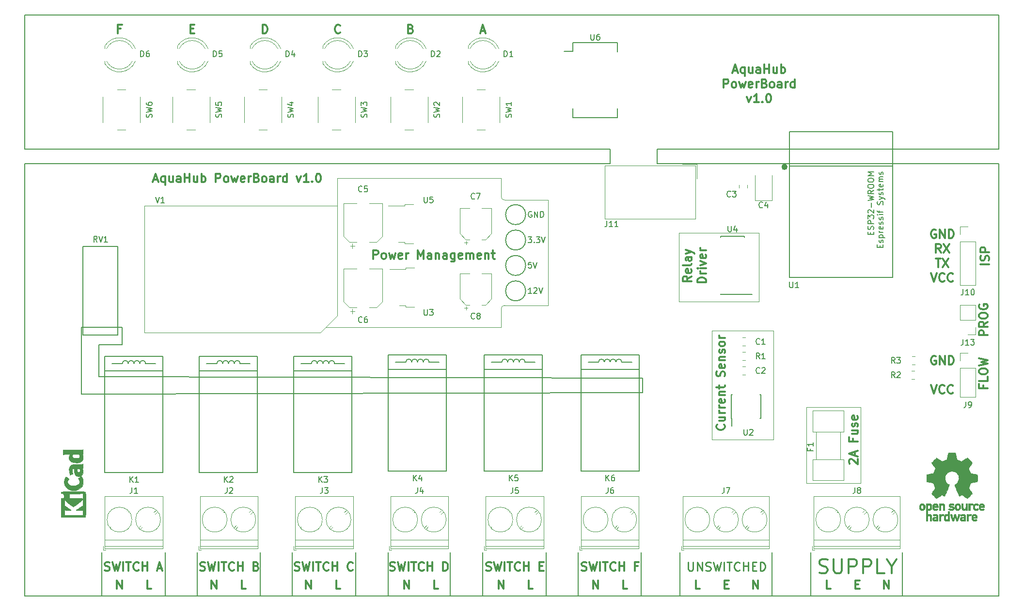
<source format=gbr>
%TF.GenerationSoftware,KiCad,Pcbnew,(5.0.0)*%
%TF.CreationDate,2018-09-13T00:54:13+01:00*%
%TF.ProjectId,AquaHub,417175614875622E6B696361645F7063,rev?*%
%TF.SameCoordinates,Original*%
%TF.FileFunction,Legend,Top*%
%TF.FilePolarity,Positive*%
%FSLAX46Y46*%
G04 Gerber Fmt 4.6, Leading zero omitted, Abs format (unit mm)*
G04 Created by KiCad (PCBNEW (5.0.0)) date 09/13/18 00:54:13*
%MOMM*%
%LPD*%
G01*
G04 APERTURE LIST*
%ADD10C,0.300000*%
%ADD11C,0.080000*%
%ADD12C,0.200000*%
%ADD13C,0.250000*%
%ADD14C,0.120000*%
%ADD15C,0.150000*%
%ADD16C,0.500000*%
%ADD17C,0.010000*%
%ADD18C,0.050000*%
G04 APERTURE END LIST*
D10*
X197231142Y-111772000D02*
X197088285Y-111700571D01*
X196874000Y-111700571D01*
X196659714Y-111772000D01*
X196516857Y-111914857D01*
X196445428Y-112057714D01*
X196374000Y-112343428D01*
X196374000Y-112557714D01*
X196445428Y-112843428D01*
X196516857Y-112986285D01*
X196659714Y-113129142D01*
X196874000Y-113200571D01*
X197016857Y-113200571D01*
X197231142Y-113129142D01*
X197302571Y-113057714D01*
X197302571Y-112557714D01*
X197016857Y-112557714D01*
X197945428Y-113200571D02*
X197945428Y-111700571D01*
X198802571Y-113200571D01*
X198802571Y-111700571D01*
X199516857Y-113200571D02*
X199516857Y-111700571D01*
X199874000Y-111700571D01*
X200088285Y-111772000D01*
X200231142Y-111914857D01*
X200302571Y-112057714D01*
X200374000Y-112343428D01*
X200374000Y-112557714D01*
X200302571Y-112843428D01*
X200231142Y-112986285D01*
X200088285Y-113129142D01*
X199874000Y-113200571D01*
X199516857Y-113200571D01*
X196374000Y-116780571D02*
X196874000Y-118280571D01*
X197374000Y-116780571D01*
X198731142Y-118137714D02*
X198659714Y-118209142D01*
X198445428Y-118280571D01*
X198302571Y-118280571D01*
X198088285Y-118209142D01*
X197945428Y-118066285D01*
X197874000Y-117923428D01*
X197802571Y-117637714D01*
X197802571Y-117423428D01*
X197874000Y-117137714D01*
X197945428Y-116994857D01*
X198088285Y-116852000D01*
X198302571Y-116780571D01*
X198445428Y-116780571D01*
X198659714Y-116852000D01*
X198731142Y-116923428D01*
X200231142Y-118137714D02*
X200159714Y-118209142D01*
X199945428Y-118280571D01*
X199802571Y-118280571D01*
X199588285Y-118209142D01*
X199445428Y-118066285D01*
X199374000Y-117923428D01*
X199302571Y-117637714D01*
X199302571Y-117423428D01*
X199374000Y-117137714D01*
X199445428Y-116994857D01*
X199588285Y-116852000D01*
X199802571Y-116780571D01*
X199945428Y-116780571D01*
X200159714Y-116852000D01*
X200231142Y-116923428D01*
D11*
X184150000Y-133985000D02*
X184150000Y-120650000D01*
X174625000Y-133985000D02*
X184150000Y-133985000D01*
X174625000Y-120650000D02*
X174625000Y-133985000D01*
X184150000Y-120650000D02*
X174625000Y-120650000D01*
D10*
X182201428Y-130579285D02*
X182130000Y-130507857D01*
X182058571Y-130365000D01*
X182058571Y-130007857D01*
X182130000Y-129865000D01*
X182201428Y-129793571D01*
X182344285Y-129722142D01*
X182487142Y-129722142D01*
X182701428Y-129793571D01*
X183558571Y-130650714D01*
X183558571Y-129722142D01*
X183130000Y-129150714D02*
X183130000Y-128436428D01*
X183558571Y-129293571D02*
X182058571Y-128793571D01*
X183558571Y-128293571D01*
X182772857Y-126150714D02*
X182772857Y-126650714D01*
X183558571Y-126650714D02*
X182058571Y-126650714D01*
X182058571Y-125936428D01*
X182558571Y-124722142D02*
X183558571Y-124722142D01*
X182558571Y-125365000D02*
X183344285Y-125365000D01*
X183487142Y-125293571D01*
X183558571Y-125150714D01*
X183558571Y-124936428D01*
X183487142Y-124793571D01*
X183415714Y-124722142D01*
X183487142Y-124079285D02*
X183558571Y-123936428D01*
X183558571Y-123650714D01*
X183487142Y-123507857D01*
X183344285Y-123436428D01*
X183272857Y-123436428D01*
X183130000Y-123507857D01*
X183058571Y-123650714D01*
X183058571Y-123865000D01*
X182987142Y-124007857D01*
X182844285Y-124079285D01*
X182772857Y-124079285D01*
X182630000Y-124007857D01*
X182558571Y-123865000D01*
X182558571Y-123650714D01*
X182630000Y-123507857D01*
X183487142Y-122222142D02*
X183558571Y-122365000D01*
X183558571Y-122650714D01*
X183487142Y-122793571D01*
X183344285Y-122865000D01*
X182772857Y-122865000D01*
X182630000Y-122793571D01*
X182558571Y-122650714D01*
X182558571Y-122365000D01*
X182630000Y-122222142D01*
X182772857Y-122150714D01*
X182915714Y-122150714D01*
X183058571Y-122865000D01*
X161834285Y-61835000D02*
X162548571Y-61835000D01*
X161691428Y-62263571D02*
X162191428Y-60763571D01*
X162691428Y-62263571D01*
X163834285Y-61263571D02*
X163834285Y-62763571D01*
X163834285Y-62192142D02*
X163691428Y-62263571D01*
X163405714Y-62263571D01*
X163262857Y-62192142D01*
X163191428Y-62120714D01*
X163120000Y-61977857D01*
X163120000Y-61549285D01*
X163191428Y-61406428D01*
X163262857Y-61335000D01*
X163405714Y-61263571D01*
X163691428Y-61263571D01*
X163834285Y-61335000D01*
X165191428Y-61263571D02*
X165191428Y-62263571D01*
X164548571Y-61263571D02*
X164548571Y-62049285D01*
X164620000Y-62192142D01*
X164762857Y-62263571D01*
X164977142Y-62263571D01*
X165120000Y-62192142D01*
X165191428Y-62120714D01*
X166548571Y-62263571D02*
X166548571Y-61477857D01*
X166477142Y-61335000D01*
X166334285Y-61263571D01*
X166048571Y-61263571D01*
X165905714Y-61335000D01*
X166548571Y-62192142D02*
X166405714Y-62263571D01*
X166048571Y-62263571D01*
X165905714Y-62192142D01*
X165834285Y-62049285D01*
X165834285Y-61906428D01*
X165905714Y-61763571D01*
X166048571Y-61692142D01*
X166405714Y-61692142D01*
X166548571Y-61620714D01*
X167262857Y-62263571D02*
X167262857Y-60763571D01*
X167262857Y-61477857D02*
X168120000Y-61477857D01*
X168120000Y-62263571D02*
X168120000Y-60763571D01*
X169477142Y-61263571D02*
X169477142Y-62263571D01*
X168834285Y-61263571D02*
X168834285Y-62049285D01*
X168905714Y-62192142D01*
X169048571Y-62263571D01*
X169262857Y-62263571D01*
X169405714Y-62192142D01*
X169477142Y-62120714D01*
X170191428Y-62263571D02*
X170191428Y-60763571D01*
X170191428Y-61335000D02*
X170334285Y-61263571D01*
X170620000Y-61263571D01*
X170762857Y-61335000D01*
X170834285Y-61406428D01*
X170905714Y-61549285D01*
X170905714Y-61977857D01*
X170834285Y-62120714D01*
X170762857Y-62192142D01*
X170620000Y-62263571D01*
X170334285Y-62263571D01*
X170191428Y-62192142D01*
X160155714Y-64813571D02*
X160155714Y-63313571D01*
X160727142Y-63313571D01*
X160870000Y-63385000D01*
X160941428Y-63456428D01*
X161012857Y-63599285D01*
X161012857Y-63813571D01*
X160941428Y-63956428D01*
X160870000Y-64027857D01*
X160727142Y-64099285D01*
X160155714Y-64099285D01*
X161870000Y-64813571D02*
X161727142Y-64742142D01*
X161655714Y-64670714D01*
X161584285Y-64527857D01*
X161584285Y-64099285D01*
X161655714Y-63956428D01*
X161727142Y-63885000D01*
X161870000Y-63813571D01*
X162084285Y-63813571D01*
X162227142Y-63885000D01*
X162298571Y-63956428D01*
X162370000Y-64099285D01*
X162370000Y-64527857D01*
X162298571Y-64670714D01*
X162227142Y-64742142D01*
X162084285Y-64813571D01*
X161870000Y-64813571D01*
X162870000Y-63813571D02*
X163155714Y-64813571D01*
X163441428Y-64099285D01*
X163727142Y-64813571D01*
X164012857Y-63813571D01*
X165155714Y-64742142D02*
X165012857Y-64813571D01*
X164727142Y-64813571D01*
X164584285Y-64742142D01*
X164512857Y-64599285D01*
X164512857Y-64027857D01*
X164584285Y-63885000D01*
X164727142Y-63813571D01*
X165012857Y-63813571D01*
X165155714Y-63885000D01*
X165227142Y-64027857D01*
X165227142Y-64170714D01*
X164512857Y-64313571D01*
X165870000Y-64813571D02*
X165870000Y-63813571D01*
X165870000Y-64099285D02*
X165941428Y-63956428D01*
X166012857Y-63885000D01*
X166155714Y-63813571D01*
X166298571Y-63813571D01*
X167298571Y-64027857D02*
X167512857Y-64099285D01*
X167584285Y-64170714D01*
X167655714Y-64313571D01*
X167655714Y-64527857D01*
X167584285Y-64670714D01*
X167512857Y-64742142D01*
X167370000Y-64813571D01*
X166798571Y-64813571D01*
X166798571Y-63313571D01*
X167298571Y-63313571D01*
X167441428Y-63385000D01*
X167512857Y-63456428D01*
X167584285Y-63599285D01*
X167584285Y-63742142D01*
X167512857Y-63885000D01*
X167441428Y-63956428D01*
X167298571Y-64027857D01*
X166798571Y-64027857D01*
X168512857Y-64813571D02*
X168370000Y-64742142D01*
X168298571Y-64670714D01*
X168227142Y-64527857D01*
X168227142Y-64099285D01*
X168298571Y-63956428D01*
X168370000Y-63885000D01*
X168512857Y-63813571D01*
X168727142Y-63813571D01*
X168870000Y-63885000D01*
X168941428Y-63956428D01*
X169012857Y-64099285D01*
X169012857Y-64527857D01*
X168941428Y-64670714D01*
X168870000Y-64742142D01*
X168727142Y-64813571D01*
X168512857Y-64813571D01*
X170298571Y-64813571D02*
X170298571Y-64027857D01*
X170227142Y-63885000D01*
X170084285Y-63813571D01*
X169798571Y-63813571D01*
X169655714Y-63885000D01*
X170298571Y-64742142D02*
X170155714Y-64813571D01*
X169798571Y-64813571D01*
X169655714Y-64742142D01*
X169584285Y-64599285D01*
X169584285Y-64456428D01*
X169655714Y-64313571D01*
X169798571Y-64242142D01*
X170155714Y-64242142D01*
X170298571Y-64170714D01*
X171012857Y-64813571D02*
X171012857Y-63813571D01*
X171012857Y-64099285D02*
X171084285Y-63956428D01*
X171155714Y-63885000D01*
X171298571Y-63813571D01*
X171441428Y-63813571D01*
X172584285Y-64813571D02*
X172584285Y-63313571D01*
X172584285Y-64742142D02*
X172441428Y-64813571D01*
X172155714Y-64813571D01*
X172012857Y-64742142D01*
X171941428Y-64670714D01*
X171870000Y-64527857D01*
X171870000Y-64099285D01*
X171941428Y-63956428D01*
X172012857Y-63885000D01*
X172155714Y-63813571D01*
X172441428Y-63813571D01*
X172584285Y-63885000D01*
X164227142Y-66363571D02*
X164584285Y-67363571D01*
X164941428Y-66363571D01*
X166298571Y-67363571D02*
X165441428Y-67363571D01*
X165870000Y-67363571D02*
X165870000Y-65863571D01*
X165727142Y-66077857D01*
X165584285Y-66220714D01*
X165441428Y-66292142D01*
X166941428Y-67220714D02*
X167012857Y-67292142D01*
X166941428Y-67363571D01*
X166870000Y-67292142D01*
X166941428Y-67220714D01*
X166941428Y-67363571D01*
X167941428Y-65863571D02*
X168084285Y-65863571D01*
X168227142Y-65935000D01*
X168298571Y-66006428D01*
X168370000Y-66149285D01*
X168441428Y-66435000D01*
X168441428Y-66792142D01*
X168370000Y-67077857D01*
X168298571Y-67220714D01*
X168227142Y-67292142D01*
X168084285Y-67363571D01*
X167941428Y-67363571D01*
X167798571Y-67292142D01*
X167727142Y-67220714D01*
X167655714Y-67077857D01*
X167584285Y-66792142D01*
X167584285Y-66435000D01*
X167655714Y-66149285D01*
X167727142Y-66006428D01*
X167798571Y-65935000D01*
X167941428Y-65863571D01*
D12*
X126621904Y-100782380D02*
X126050476Y-100782380D01*
X126336190Y-100782380D02*
X126336190Y-99782380D01*
X126240952Y-99925238D01*
X126145714Y-100020476D01*
X126050476Y-100068095D01*
X127002857Y-99877619D02*
X127050476Y-99830000D01*
X127145714Y-99782380D01*
X127383809Y-99782380D01*
X127479047Y-99830000D01*
X127526666Y-99877619D01*
X127574285Y-99972857D01*
X127574285Y-100068095D01*
X127526666Y-100210952D01*
X126955238Y-100782380D01*
X127574285Y-100782380D01*
X127860000Y-99782380D02*
X128193333Y-100782380D01*
X128526666Y-99782380D01*
D11*
X121920000Y-84455000D02*
G75*
G02X121285000Y-83820000I0J635000D01*
G01*
X121285000Y-103505000D02*
G75*
G02X121920000Y-102870000I635000J0D01*
G01*
X121285000Y-83820000D02*
X121285000Y-80645000D01*
X129540000Y-84455000D02*
X121920000Y-84455000D01*
X129540000Y-102870000D02*
X129540000Y-84455000D01*
X121920000Y-102870000D02*
X129540000Y-102870000D01*
D12*
X126002857Y-90892380D02*
X126621904Y-90892380D01*
X126288571Y-91273333D01*
X126431428Y-91273333D01*
X126526666Y-91320952D01*
X126574285Y-91368571D01*
X126621904Y-91463809D01*
X126621904Y-91701904D01*
X126574285Y-91797142D01*
X126526666Y-91844761D01*
X126431428Y-91892380D01*
X126145714Y-91892380D01*
X126050476Y-91844761D01*
X126002857Y-91797142D01*
X127050476Y-91797142D02*
X127098095Y-91844761D01*
X127050476Y-91892380D01*
X127002857Y-91844761D01*
X127050476Y-91797142D01*
X127050476Y-91892380D01*
X127431428Y-90892380D02*
X128050476Y-90892380D01*
X127717142Y-91273333D01*
X127860000Y-91273333D01*
X127955238Y-91320952D01*
X128002857Y-91368571D01*
X128050476Y-91463809D01*
X128050476Y-91701904D01*
X128002857Y-91797142D01*
X127955238Y-91844761D01*
X127860000Y-91892380D01*
X127574285Y-91892380D01*
X127479047Y-91844761D01*
X127431428Y-91797142D01*
X128336190Y-90892380D02*
X128669523Y-91892380D01*
X129002857Y-90892380D01*
X126621904Y-86495000D02*
X126526666Y-86447380D01*
X126383809Y-86447380D01*
X126240952Y-86495000D01*
X126145714Y-86590238D01*
X126098095Y-86685476D01*
X126050476Y-86875952D01*
X126050476Y-87018809D01*
X126098095Y-87209285D01*
X126145714Y-87304523D01*
X126240952Y-87399761D01*
X126383809Y-87447380D01*
X126479047Y-87447380D01*
X126621904Y-87399761D01*
X126669523Y-87352142D01*
X126669523Y-87018809D01*
X126479047Y-87018809D01*
X127098095Y-87447380D02*
X127098095Y-86447380D01*
X127669523Y-87447380D01*
X127669523Y-86447380D01*
X128145714Y-87447380D02*
X128145714Y-86447380D01*
X128383809Y-86447380D01*
X128526666Y-86495000D01*
X128621904Y-86590238D01*
X128669523Y-86685476D01*
X128717142Y-86875952D01*
X128717142Y-87018809D01*
X128669523Y-87209285D01*
X128621904Y-87304523D01*
X128526666Y-87399761D01*
X128383809Y-87447380D01*
X128145714Y-87447380D01*
X126574285Y-95337380D02*
X126098095Y-95337380D01*
X126050476Y-95813571D01*
X126098095Y-95765952D01*
X126193333Y-95718333D01*
X126431428Y-95718333D01*
X126526666Y-95765952D01*
X126574285Y-95813571D01*
X126621904Y-95908809D01*
X126621904Y-96146904D01*
X126574285Y-96242142D01*
X126526666Y-96289761D01*
X126431428Y-96337380D01*
X126193333Y-96337380D01*
X126098095Y-96289761D01*
X126050476Y-96242142D01*
X126907619Y-95337380D02*
X127240952Y-96337380D01*
X127574285Y-95337380D01*
D11*
X158115000Y-126365000D02*
X158115000Y-107315000D01*
X168910000Y-126365000D02*
X158115000Y-126365000D01*
X168910000Y-107315000D02*
X168910000Y-126365000D01*
X158115000Y-107315000D02*
X168910000Y-107315000D01*
X152400000Y-102235000D02*
X152400000Y-90170000D01*
X166370000Y-102235000D02*
X152400000Y-102235000D01*
X166370000Y-90170000D02*
X166370000Y-102235000D01*
X152400000Y-90170000D02*
X166370000Y-90170000D01*
D10*
X160238214Y-123709000D02*
X160309642Y-123780428D01*
X160381071Y-123994714D01*
X160381071Y-124137571D01*
X160309642Y-124351857D01*
X160166785Y-124494714D01*
X160023928Y-124566142D01*
X159738214Y-124637571D01*
X159523928Y-124637571D01*
X159238214Y-124566142D01*
X159095357Y-124494714D01*
X158952500Y-124351857D01*
X158881071Y-124137571D01*
X158881071Y-123994714D01*
X158952500Y-123780428D01*
X159023928Y-123709000D01*
X159381071Y-122423285D02*
X160381071Y-122423285D01*
X159381071Y-123066142D02*
X160166785Y-123066142D01*
X160309642Y-122994714D01*
X160381071Y-122851857D01*
X160381071Y-122637571D01*
X160309642Y-122494714D01*
X160238214Y-122423285D01*
X160381071Y-121709000D02*
X159381071Y-121709000D01*
X159666785Y-121709000D02*
X159523928Y-121637571D01*
X159452500Y-121566142D01*
X159381071Y-121423285D01*
X159381071Y-121280428D01*
X160381071Y-120780428D02*
X159381071Y-120780428D01*
X159666785Y-120780428D02*
X159523928Y-120709000D01*
X159452500Y-120637571D01*
X159381071Y-120494714D01*
X159381071Y-120351857D01*
X160309642Y-119280428D02*
X160381071Y-119423285D01*
X160381071Y-119709000D01*
X160309642Y-119851857D01*
X160166785Y-119923285D01*
X159595357Y-119923285D01*
X159452500Y-119851857D01*
X159381071Y-119709000D01*
X159381071Y-119423285D01*
X159452500Y-119280428D01*
X159595357Y-119209000D01*
X159738214Y-119209000D01*
X159881071Y-119923285D01*
X159381071Y-118566142D02*
X160381071Y-118566142D01*
X159523928Y-118566142D02*
X159452500Y-118494714D01*
X159381071Y-118351857D01*
X159381071Y-118137571D01*
X159452500Y-117994714D01*
X159595357Y-117923285D01*
X160381071Y-117923285D01*
X159381071Y-117423285D02*
X159381071Y-116851857D01*
X158881071Y-117209000D02*
X160166785Y-117209000D01*
X160309642Y-117137571D01*
X160381071Y-116994714D01*
X160381071Y-116851857D01*
X160309642Y-115280428D02*
X160381071Y-115066142D01*
X160381071Y-114709000D01*
X160309642Y-114566142D01*
X160238214Y-114494714D01*
X160095357Y-114423285D01*
X159952500Y-114423285D01*
X159809642Y-114494714D01*
X159738214Y-114566142D01*
X159666785Y-114709000D01*
X159595357Y-114994714D01*
X159523928Y-115137571D01*
X159452500Y-115209000D01*
X159309642Y-115280428D01*
X159166785Y-115280428D01*
X159023928Y-115209000D01*
X158952500Y-115137571D01*
X158881071Y-114994714D01*
X158881071Y-114637571D01*
X158952500Y-114423285D01*
X160309642Y-113209000D02*
X160381071Y-113351857D01*
X160381071Y-113637571D01*
X160309642Y-113780428D01*
X160166785Y-113851857D01*
X159595357Y-113851857D01*
X159452500Y-113780428D01*
X159381071Y-113637571D01*
X159381071Y-113351857D01*
X159452500Y-113209000D01*
X159595357Y-113137571D01*
X159738214Y-113137571D01*
X159881071Y-113851857D01*
X159381071Y-112494714D02*
X160381071Y-112494714D01*
X159523928Y-112494714D02*
X159452500Y-112423285D01*
X159381071Y-112280428D01*
X159381071Y-112066142D01*
X159452500Y-111923285D01*
X159595357Y-111851857D01*
X160381071Y-111851857D01*
X160309642Y-111209000D02*
X160381071Y-111066142D01*
X160381071Y-110780428D01*
X160309642Y-110637571D01*
X160166785Y-110566142D01*
X160095357Y-110566142D01*
X159952500Y-110637571D01*
X159881071Y-110780428D01*
X159881071Y-110994714D01*
X159809642Y-111137571D01*
X159666785Y-111209000D01*
X159595357Y-111209000D01*
X159452500Y-111137571D01*
X159381071Y-110994714D01*
X159381071Y-110780428D01*
X159452500Y-110637571D01*
X160381071Y-109709000D02*
X160309642Y-109851857D01*
X160238214Y-109923285D01*
X160095357Y-109994714D01*
X159666785Y-109994714D01*
X159523928Y-109923285D01*
X159452500Y-109851857D01*
X159381071Y-109709000D01*
X159381071Y-109494714D01*
X159452500Y-109351857D01*
X159523928Y-109280428D01*
X159666785Y-109209000D01*
X160095357Y-109209000D01*
X160238214Y-109280428D01*
X160309642Y-109351857D01*
X160381071Y-109494714D01*
X160381071Y-109709000D01*
X160381071Y-108566142D02*
X159381071Y-108566142D01*
X159666785Y-108566142D02*
X159523928Y-108494714D01*
X159452500Y-108423285D01*
X159381071Y-108280428D01*
X159381071Y-108137571D01*
D11*
X92710000Y-80645000D02*
X92646500Y-85471000D01*
X121285000Y-106680000D02*
X90678000Y-106680000D01*
X121285000Y-103505000D02*
X121285000Y-106680000D01*
X92710000Y-80645000D02*
X121285000Y-80645000D01*
D10*
X98973999Y-94722071D02*
X98973999Y-93222071D01*
X99545428Y-93222071D01*
X99688285Y-93293500D01*
X99759714Y-93364928D01*
X99831142Y-93507785D01*
X99831142Y-93722071D01*
X99759714Y-93864928D01*
X99688285Y-93936357D01*
X99545428Y-94007785D01*
X98973999Y-94007785D01*
X100688285Y-94722071D02*
X100545428Y-94650642D01*
X100473999Y-94579214D01*
X100402571Y-94436357D01*
X100402571Y-94007785D01*
X100473999Y-93864928D01*
X100545428Y-93793500D01*
X100688285Y-93722071D01*
X100902571Y-93722071D01*
X101045428Y-93793500D01*
X101116857Y-93864928D01*
X101188285Y-94007785D01*
X101188285Y-94436357D01*
X101116857Y-94579214D01*
X101045428Y-94650642D01*
X100902571Y-94722071D01*
X100688285Y-94722071D01*
X101688285Y-93722071D02*
X101973999Y-94722071D01*
X102259714Y-94007785D01*
X102545428Y-94722071D01*
X102831142Y-93722071D01*
X103973999Y-94650642D02*
X103831142Y-94722071D01*
X103545428Y-94722071D01*
X103402571Y-94650642D01*
X103331142Y-94507785D01*
X103331142Y-93936357D01*
X103402571Y-93793500D01*
X103545428Y-93722071D01*
X103831142Y-93722071D01*
X103973999Y-93793500D01*
X104045428Y-93936357D01*
X104045428Y-94079214D01*
X103331142Y-94222071D01*
X104688285Y-94722071D02*
X104688285Y-93722071D01*
X104688285Y-94007785D02*
X104759714Y-93864928D01*
X104831142Y-93793500D01*
X104973999Y-93722071D01*
X105116857Y-93722071D01*
X106759714Y-94722071D02*
X106759714Y-93222071D01*
X107259714Y-94293500D01*
X107759714Y-93222071D01*
X107759714Y-94722071D01*
X109116857Y-94722071D02*
X109116857Y-93936357D01*
X109045428Y-93793500D01*
X108902571Y-93722071D01*
X108616857Y-93722071D01*
X108473999Y-93793500D01*
X109116857Y-94650642D02*
X108973999Y-94722071D01*
X108616857Y-94722071D01*
X108473999Y-94650642D01*
X108402571Y-94507785D01*
X108402571Y-94364928D01*
X108473999Y-94222071D01*
X108616857Y-94150642D01*
X108973999Y-94150642D01*
X109116857Y-94079214D01*
X109831142Y-93722071D02*
X109831142Y-94722071D01*
X109831142Y-93864928D02*
X109902571Y-93793500D01*
X110045428Y-93722071D01*
X110259714Y-93722071D01*
X110402571Y-93793500D01*
X110473999Y-93936357D01*
X110473999Y-94722071D01*
X111831142Y-94722071D02*
X111831142Y-93936357D01*
X111759714Y-93793500D01*
X111616857Y-93722071D01*
X111331142Y-93722071D01*
X111188285Y-93793500D01*
X111831142Y-94650642D02*
X111688285Y-94722071D01*
X111331142Y-94722071D01*
X111188285Y-94650642D01*
X111116857Y-94507785D01*
X111116857Y-94364928D01*
X111188285Y-94222071D01*
X111331142Y-94150642D01*
X111688285Y-94150642D01*
X111831142Y-94079214D01*
X113188285Y-93722071D02*
X113188285Y-94936357D01*
X113116857Y-95079214D01*
X113045428Y-95150642D01*
X112902571Y-95222071D01*
X112688285Y-95222071D01*
X112545428Y-95150642D01*
X113188285Y-94650642D02*
X113045428Y-94722071D01*
X112759714Y-94722071D01*
X112616857Y-94650642D01*
X112545428Y-94579214D01*
X112473999Y-94436357D01*
X112473999Y-94007785D01*
X112545428Y-93864928D01*
X112616857Y-93793500D01*
X112759714Y-93722071D01*
X113045428Y-93722071D01*
X113188285Y-93793500D01*
X114473999Y-94650642D02*
X114331142Y-94722071D01*
X114045428Y-94722071D01*
X113902571Y-94650642D01*
X113831142Y-94507785D01*
X113831142Y-93936357D01*
X113902571Y-93793500D01*
X114045428Y-93722071D01*
X114331142Y-93722071D01*
X114473999Y-93793500D01*
X114545428Y-93936357D01*
X114545428Y-94079214D01*
X113831142Y-94222071D01*
X115188285Y-94722071D02*
X115188285Y-93722071D01*
X115188285Y-93864928D02*
X115259714Y-93793500D01*
X115402571Y-93722071D01*
X115616857Y-93722071D01*
X115759714Y-93793500D01*
X115831142Y-93936357D01*
X115831142Y-94722071D01*
X115831142Y-93936357D02*
X115902571Y-93793500D01*
X116045428Y-93722071D01*
X116259714Y-93722071D01*
X116402571Y-93793500D01*
X116473999Y-93936357D01*
X116473999Y-94722071D01*
X117759714Y-94650642D02*
X117616857Y-94722071D01*
X117331142Y-94722071D01*
X117188285Y-94650642D01*
X117116857Y-94507785D01*
X117116857Y-93936357D01*
X117188285Y-93793500D01*
X117331142Y-93722071D01*
X117616857Y-93722071D01*
X117759714Y-93793500D01*
X117831142Y-93936357D01*
X117831142Y-94079214D01*
X117116857Y-94222071D01*
X118473999Y-93722071D02*
X118473999Y-94722071D01*
X118473999Y-93864928D02*
X118545428Y-93793500D01*
X118688285Y-93722071D01*
X118902571Y-93722071D01*
X119045428Y-93793500D01*
X119116857Y-93936357D01*
X119116857Y-94722071D01*
X119616857Y-93722071D02*
X120188285Y-93722071D01*
X119831142Y-93222071D02*
X119831142Y-94507785D01*
X119902571Y-94650642D01*
X120045428Y-94722071D01*
X120188285Y-94722071D01*
X154534071Y-97769928D02*
X153819785Y-98269928D01*
X154534071Y-98627071D02*
X153034071Y-98627071D01*
X153034071Y-98055642D01*
X153105500Y-97912785D01*
X153176928Y-97841357D01*
X153319785Y-97769928D01*
X153534071Y-97769928D01*
X153676928Y-97841357D01*
X153748357Y-97912785D01*
X153819785Y-98055642D01*
X153819785Y-98627071D01*
X154462642Y-96555642D02*
X154534071Y-96698500D01*
X154534071Y-96984214D01*
X154462642Y-97127071D01*
X154319785Y-97198500D01*
X153748357Y-97198500D01*
X153605500Y-97127071D01*
X153534071Y-96984214D01*
X153534071Y-96698500D01*
X153605500Y-96555642D01*
X153748357Y-96484214D01*
X153891214Y-96484214D01*
X154034071Y-97198500D01*
X154534071Y-95627071D02*
X154462642Y-95769928D01*
X154319785Y-95841357D01*
X153034071Y-95841357D01*
X154534071Y-94412785D02*
X153748357Y-94412785D01*
X153605500Y-94484214D01*
X153534071Y-94627071D01*
X153534071Y-94912785D01*
X153605500Y-95055642D01*
X154462642Y-94412785D02*
X154534071Y-94555642D01*
X154534071Y-94912785D01*
X154462642Y-95055642D01*
X154319785Y-95127071D01*
X154176928Y-95127071D01*
X154034071Y-95055642D01*
X153962642Y-94912785D01*
X153962642Y-94555642D01*
X153891214Y-94412785D01*
X153534071Y-93841357D02*
X154534071Y-93484214D01*
X153534071Y-93127071D02*
X154534071Y-93484214D01*
X154891214Y-93627071D01*
X154962642Y-93698500D01*
X155034071Y-93841357D01*
X157084071Y-98841357D02*
X155584071Y-98841357D01*
X155584071Y-98484214D01*
X155655500Y-98269928D01*
X155798357Y-98127071D01*
X155941214Y-98055642D01*
X156226928Y-97984214D01*
X156441214Y-97984214D01*
X156726928Y-98055642D01*
X156869785Y-98127071D01*
X157012642Y-98269928D01*
X157084071Y-98484214D01*
X157084071Y-98841357D01*
X157084071Y-97341357D02*
X156084071Y-97341357D01*
X156369785Y-97341357D02*
X156226928Y-97269928D01*
X156155500Y-97198500D01*
X156084071Y-97055642D01*
X156084071Y-96912785D01*
X157084071Y-96412785D02*
X156084071Y-96412785D01*
X155584071Y-96412785D02*
X155655500Y-96484214D01*
X155726928Y-96412785D01*
X155655500Y-96341357D01*
X155584071Y-96412785D01*
X155726928Y-96412785D01*
X156084071Y-95841357D02*
X157084071Y-95484214D01*
X156084071Y-95127071D01*
X157012642Y-93984214D02*
X157084071Y-94127071D01*
X157084071Y-94412785D01*
X157012642Y-94555642D01*
X156869785Y-94627071D01*
X156298357Y-94627071D01*
X156155500Y-94555642D01*
X156084071Y-94412785D01*
X156084071Y-94127071D01*
X156155500Y-93984214D01*
X156298357Y-93912785D01*
X156441214Y-93912785D01*
X156584071Y-94627071D01*
X157084071Y-93269928D02*
X156084071Y-93269928D01*
X156369785Y-93269928D02*
X156226928Y-93198500D01*
X156155500Y-93127071D01*
X156084071Y-92984214D01*
X156084071Y-92841357D01*
X54824285Y-54502857D02*
X54324285Y-54502857D01*
X54324285Y-55288571D02*
X54324285Y-53788571D01*
X55038571Y-53788571D01*
X66988571Y-54502857D02*
X67488571Y-54502857D01*
X67702857Y-55288571D02*
X66988571Y-55288571D01*
X66988571Y-53788571D01*
X67702857Y-53788571D01*
X79617142Y-55288571D02*
X79617142Y-53788571D01*
X79974285Y-53788571D01*
X80188571Y-53860000D01*
X80331428Y-54002857D01*
X80402857Y-54145714D01*
X80474285Y-54431428D01*
X80474285Y-54645714D01*
X80402857Y-54931428D01*
X80331428Y-55074285D01*
X80188571Y-55217142D01*
X79974285Y-55288571D01*
X79617142Y-55288571D01*
X93174285Y-55145714D02*
X93102857Y-55217142D01*
X92888571Y-55288571D01*
X92745714Y-55288571D01*
X92531428Y-55217142D01*
X92388571Y-55074285D01*
X92317142Y-54931428D01*
X92245714Y-54645714D01*
X92245714Y-54431428D01*
X92317142Y-54145714D01*
X92388571Y-54002857D01*
X92531428Y-53860000D01*
X92745714Y-53788571D01*
X92888571Y-53788571D01*
X93102857Y-53860000D01*
X93174285Y-53931428D01*
X105517142Y-54502857D02*
X105731428Y-54574285D01*
X105802857Y-54645714D01*
X105874285Y-54788571D01*
X105874285Y-55002857D01*
X105802857Y-55145714D01*
X105731428Y-55217142D01*
X105588571Y-55288571D01*
X105017142Y-55288571D01*
X105017142Y-53788571D01*
X105517142Y-53788571D01*
X105660000Y-53860000D01*
X105731428Y-53931428D01*
X105802857Y-54074285D01*
X105802857Y-54217142D01*
X105731428Y-54360000D01*
X105660000Y-54431428D01*
X105517142Y-54502857D01*
X105017142Y-54502857D01*
X117752857Y-54860000D02*
X118467142Y-54860000D01*
X117610000Y-55288571D02*
X118110000Y-53788571D01*
X118610000Y-55288571D01*
X205505857Y-116843714D02*
X205505857Y-117343714D01*
X206291571Y-117343714D02*
X204791571Y-117343714D01*
X204791571Y-116629428D01*
X206291571Y-115343714D02*
X206291571Y-116058000D01*
X204791571Y-116058000D01*
X204791571Y-114558000D02*
X204791571Y-114272285D01*
X204863000Y-114129428D01*
X205005857Y-113986571D01*
X205291571Y-113915142D01*
X205791571Y-113915142D01*
X206077285Y-113986571D01*
X206220142Y-114129428D01*
X206291571Y-114272285D01*
X206291571Y-114558000D01*
X206220142Y-114700857D01*
X206077285Y-114843714D01*
X205791571Y-114915142D01*
X205291571Y-114915142D01*
X205005857Y-114843714D01*
X204863000Y-114700857D01*
X204791571Y-114558000D01*
X204791571Y-113415142D02*
X206291571Y-113058000D01*
X205220142Y-112772285D01*
X206291571Y-112486571D01*
X204791571Y-112129428D01*
X206545571Y-95698285D02*
X205045571Y-95698285D01*
X206474142Y-95055428D02*
X206545571Y-94841142D01*
X206545571Y-94484000D01*
X206474142Y-94341142D01*
X206402714Y-94269714D01*
X206259857Y-94198285D01*
X206117000Y-94198285D01*
X205974142Y-94269714D01*
X205902714Y-94341142D01*
X205831285Y-94484000D01*
X205759857Y-94769714D01*
X205688428Y-94912571D01*
X205617000Y-94984000D01*
X205474142Y-95055428D01*
X205331285Y-95055428D01*
X205188428Y-94984000D01*
X205117000Y-94912571D01*
X205045571Y-94769714D01*
X205045571Y-94412571D01*
X205117000Y-94198285D01*
X206545571Y-93555428D02*
X205045571Y-93555428D01*
X205045571Y-92984000D01*
X205117000Y-92841142D01*
X205188428Y-92769714D01*
X205331285Y-92698285D01*
X205545571Y-92698285D01*
X205688428Y-92769714D01*
X205759857Y-92841142D01*
X205831285Y-92984000D01*
X205831285Y-93555428D01*
X206291571Y-108088571D02*
X204791571Y-108088571D01*
X204791571Y-107517142D01*
X204863000Y-107374285D01*
X204934428Y-107302857D01*
X205077285Y-107231428D01*
X205291571Y-107231428D01*
X205434428Y-107302857D01*
X205505857Y-107374285D01*
X205577285Y-107517142D01*
X205577285Y-108088571D01*
X206291571Y-105731428D02*
X205577285Y-106231428D01*
X206291571Y-106588571D02*
X204791571Y-106588571D01*
X204791571Y-106017142D01*
X204863000Y-105874285D01*
X204934428Y-105802857D01*
X205077285Y-105731428D01*
X205291571Y-105731428D01*
X205434428Y-105802857D01*
X205505857Y-105874285D01*
X205577285Y-106017142D01*
X205577285Y-106588571D01*
X204791571Y-104802857D02*
X204791571Y-104517142D01*
X204863000Y-104374285D01*
X205005857Y-104231428D01*
X205291571Y-104160000D01*
X205791571Y-104160000D01*
X206077285Y-104231428D01*
X206220142Y-104374285D01*
X206291571Y-104517142D01*
X206291571Y-104802857D01*
X206220142Y-104945714D01*
X206077285Y-105088571D01*
X205791571Y-105160000D01*
X205291571Y-105160000D01*
X205005857Y-105088571D01*
X204863000Y-104945714D01*
X204791571Y-104802857D01*
X204863000Y-102731428D02*
X204791571Y-102874285D01*
X204791571Y-103088571D01*
X204863000Y-103302857D01*
X205005857Y-103445714D01*
X205148714Y-103517142D01*
X205434428Y-103588571D01*
X205648714Y-103588571D01*
X205934428Y-103517142D01*
X206077285Y-103445714D01*
X206220142Y-103302857D01*
X206291571Y-103088571D01*
X206291571Y-102945714D01*
X206220142Y-102731428D01*
X206148714Y-102660000D01*
X205648714Y-102660000D01*
X205648714Y-102945714D01*
X54181428Y-152443571D02*
X54181428Y-150943571D01*
X55038571Y-152443571D01*
X55038571Y-150943571D01*
X60154285Y-152443571D02*
X59440000Y-152443571D01*
X59440000Y-150943571D01*
X76664285Y-152443571D02*
X75950000Y-152443571D01*
X75950000Y-150943571D01*
X70691428Y-152443571D02*
X70691428Y-150943571D01*
X71548571Y-152443571D01*
X71548571Y-150943571D01*
X93174285Y-152443571D02*
X92460000Y-152443571D01*
X92460000Y-150943571D01*
X87201428Y-152443571D02*
X87201428Y-150943571D01*
X88058571Y-152443571D01*
X88058571Y-150943571D01*
X104346428Y-152443571D02*
X104346428Y-150943571D01*
X105203571Y-152443571D01*
X105203571Y-150943571D01*
X110319285Y-152443571D02*
X109605000Y-152443571D01*
X109605000Y-150943571D01*
X120856428Y-152443571D02*
X120856428Y-150943571D01*
X121713571Y-152443571D01*
X121713571Y-150943571D01*
X126829285Y-152443571D02*
X126115000Y-152443571D01*
X126115000Y-150943571D01*
X137366428Y-152443571D02*
X137366428Y-150943571D01*
X138223571Y-152443571D01*
X138223571Y-150943571D01*
X143339285Y-152443571D02*
X142625000Y-152443571D01*
X142625000Y-150943571D01*
D12*
X51562000Y-146050000D02*
X51562000Y-153670000D01*
X62611000Y-146050000D02*
X62611000Y-153670000D01*
X68199000Y-146050000D02*
X68199000Y-153670000D01*
X79248000Y-146050000D02*
X79248000Y-153670000D01*
X84836000Y-146050000D02*
X84836000Y-153670000D01*
X95885000Y-146050000D02*
X95885000Y-153670000D01*
X101600000Y-146050000D02*
X101600000Y-153670000D01*
X112395000Y-146050000D02*
X112395000Y-153670000D01*
X118110000Y-146050000D02*
X118110000Y-153670000D01*
X129159000Y-146050000D02*
X129159000Y-153670000D01*
X134747000Y-146050000D02*
X134747000Y-153670000D01*
X145796000Y-146050000D02*
X145796000Y-153670000D01*
X168656000Y-146050000D02*
X168656000Y-153670000D01*
X152527000Y-146050000D02*
X152527000Y-153670000D01*
D10*
X52058714Y-149197142D02*
X52273000Y-149268571D01*
X52630142Y-149268571D01*
X52773000Y-149197142D01*
X52844428Y-149125714D01*
X52915857Y-148982857D01*
X52915857Y-148840000D01*
X52844428Y-148697142D01*
X52773000Y-148625714D01*
X52630142Y-148554285D01*
X52344428Y-148482857D01*
X52201571Y-148411428D01*
X52130142Y-148340000D01*
X52058714Y-148197142D01*
X52058714Y-148054285D01*
X52130142Y-147911428D01*
X52201571Y-147840000D01*
X52344428Y-147768571D01*
X52701571Y-147768571D01*
X52915857Y-147840000D01*
X53415857Y-147768571D02*
X53773000Y-149268571D01*
X54058714Y-148197142D01*
X54344428Y-149268571D01*
X54701571Y-147768571D01*
X55273000Y-149268571D02*
X55273000Y-147768571D01*
X55773000Y-147768571D02*
X56630142Y-147768571D01*
X56201571Y-149268571D02*
X56201571Y-147768571D01*
X57987285Y-149125714D02*
X57915857Y-149197142D01*
X57701571Y-149268571D01*
X57558714Y-149268571D01*
X57344428Y-149197142D01*
X57201571Y-149054285D01*
X57130142Y-148911428D01*
X57058714Y-148625714D01*
X57058714Y-148411428D01*
X57130142Y-148125714D01*
X57201571Y-147982857D01*
X57344428Y-147840000D01*
X57558714Y-147768571D01*
X57701571Y-147768571D01*
X57915857Y-147840000D01*
X57987285Y-147911428D01*
X58630142Y-149268571D02*
X58630142Y-147768571D01*
X58630142Y-148482857D02*
X59487285Y-148482857D01*
X59487285Y-149268571D02*
X59487285Y-147768571D01*
X61273000Y-148840000D02*
X61987285Y-148840000D01*
X61130142Y-149268571D02*
X61630142Y-147768571D01*
X62130142Y-149268571D01*
X68715571Y-149197142D02*
X68929857Y-149268571D01*
X69287000Y-149268571D01*
X69429857Y-149197142D01*
X69501285Y-149125714D01*
X69572714Y-148982857D01*
X69572714Y-148840000D01*
X69501285Y-148697142D01*
X69429857Y-148625714D01*
X69287000Y-148554285D01*
X69001285Y-148482857D01*
X68858428Y-148411428D01*
X68787000Y-148340000D01*
X68715571Y-148197142D01*
X68715571Y-148054285D01*
X68787000Y-147911428D01*
X68858428Y-147840000D01*
X69001285Y-147768571D01*
X69358428Y-147768571D01*
X69572714Y-147840000D01*
X70072714Y-147768571D02*
X70429857Y-149268571D01*
X70715571Y-148197142D01*
X71001285Y-149268571D01*
X71358428Y-147768571D01*
X71929857Y-149268571D02*
X71929857Y-147768571D01*
X72429857Y-147768571D02*
X73287000Y-147768571D01*
X72858428Y-149268571D02*
X72858428Y-147768571D01*
X74644142Y-149125714D02*
X74572714Y-149197142D01*
X74358428Y-149268571D01*
X74215571Y-149268571D01*
X74001285Y-149197142D01*
X73858428Y-149054285D01*
X73787000Y-148911428D01*
X73715571Y-148625714D01*
X73715571Y-148411428D01*
X73787000Y-148125714D01*
X73858428Y-147982857D01*
X74001285Y-147840000D01*
X74215571Y-147768571D01*
X74358428Y-147768571D01*
X74572714Y-147840000D01*
X74644142Y-147911428D01*
X75287000Y-149268571D02*
X75287000Y-147768571D01*
X75287000Y-148482857D02*
X76144142Y-148482857D01*
X76144142Y-149268571D02*
X76144142Y-147768571D01*
X78501285Y-148482857D02*
X78715571Y-148554285D01*
X78787000Y-148625714D01*
X78858428Y-148768571D01*
X78858428Y-148982857D01*
X78787000Y-149125714D01*
X78715571Y-149197142D01*
X78572714Y-149268571D01*
X78001285Y-149268571D01*
X78001285Y-147768571D01*
X78501285Y-147768571D01*
X78644142Y-147840000D01*
X78715571Y-147911428D01*
X78787000Y-148054285D01*
X78787000Y-148197142D01*
X78715571Y-148340000D01*
X78644142Y-148411428D01*
X78501285Y-148482857D01*
X78001285Y-148482857D01*
X85225571Y-149197142D02*
X85439857Y-149268571D01*
X85797000Y-149268571D01*
X85939857Y-149197142D01*
X86011285Y-149125714D01*
X86082714Y-148982857D01*
X86082714Y-148840000D01*
X86011285Y-148697142D01*
X85939857Y-148625714D01*
X85797000Y-148554285D01*
X85511285Y-148482857D01*
X85368428Y-148411428D01*
X85297000Y-148340000D01*
X85225571Y-148197142D01*
X85225571Y-148054285D01*
X85297000Y-147911428D01*
X85368428Y-147840000D01*
X85511285Y-147768571D01*
X85868428Y-147768571D01*
X86082714Y-147840000D01*
X86582714Y-147768571D02*
X86939857Y-149268571D01*
X87225571Y-148197142D01*
X87511285Y-149268571D01*
X87868428Y-147768571D01*
X88439857Y-149268571D02*
X88439857Y-147768571D01*
X88939857Y-147768571D02*
X89797000Y-147768571D01*
X89368428Y-149268571D02*
X89368428Y-147768571D01*
X91154142Y-149125714D02*
X91082714Y-149197142D01*
X90868428Y-149268571D01*
X90725571Y-149268571D01*
X90511285Y-149197142D01*
X90368428Y-149054285D01*
X90297000Y-148911428D01*
X90225571Y-148625714D01*
X90225571Y-148411428D01*
X90297000Y-148125714D01*
X90368428Y-147982857D01*
X90511285Y-147840000D01*
X90725571Y-147768571D01*
X90868428Y-147768571D01*
X91082714Y-147840000D01*
X91154142Y-147911428D01*
X91797000Y-149268571D02*
X91797000Y-147768571D01*
X91797000Y-148482857D02*
X92654142Y-148482857D01*
X92654142Y-149268571D02*
X92654142Y-147768571D01*
X95368428Y-149125714D02*
X95297000Y-149197142D01*
X95082714Y-149268571D01*
X94939857Y-149268571D01*
X94725571Y-149197142D01*
X94582714Y-149054285D01*
X94511285Y-148911428D01*
X94439857Y-148625714D01*
X94439857Y-148411428D01*
X94511285Y-148125714D01*
X94582714Y-147982857D01*
X94725571Y-147840000D01*
X94939857Y-147768571D01*
X95082714Y-147768571D01*
X95297000Y-147840000D01*
X95368428Y-147911428D01*
X101862571Y-149197142D02*
X102076857Y-149268571D01*
X102434000Y-149268571D01*
X102576857Y-149197142D01*
X102648285Y-149125714D01*
X102719714Y-148982857D01*
X102719714Y-148840000D01*
X102648285Y-148697142D01*
X102576857Y-148625714D01*
X102434000Y-148554285D01*
X102148285Y-148482857D01*
X102005428Y-148411428D01*
X101934000Y-148340000D01*
X101862571Y-148197142D01*
X101862571Y-148054285D01*
X101934000Y-147911428D01*
X102005428Y-147840000D01*
X102148285Y-147768571D01*
X102505428Y-147768571D01*
X102719714Y-147840000D01*
X103219714Y-147768571D02*
X103576857Y-149268571D01*
X103862571Y-148197142D01*
X104148285Y-149268571D01*
X104505428Y-147768571D01*
X105076857Y-149268571D02*
X105076857Y-147768571D01*
X105576857Y-147768571D02*
X106434000Y-147768571D01*
X106005428Y-149268571D02*
X106005428Y-147768571D01*
X107791142Y-149125714D02*
X107719714Y-149197142D01*
X107505428Y-149268571D01*
X107362571Y-149268571D01*
X107148285Y-149197142D01*
X107005428Y-149054285D01*
X106934000Y-148911428D01*
X106862571Y-148625714D01*
X106862571Y-148411428D01*
X106934000Y-148125714D01*
X107005428Y-147982857D01*
X107148285Y-147840000D01*
X107362571Y-147768571D01*
X107505428Y-147768571D01*
X107719714Y-147840000D01*
X107791142Y-147911428D01*
X108434000Y-149268571D02*
X108434000Y-147768571D01*
X108434000Y-148482857D02*
X109291142Y-148482857D01*
X109291142Y-149268571D02*
X109291142Y-147768571D01*
X111148285Y-149268571D02*
X111148285Y-147768571D01*
X111505428Y-147768571D01*
X111719714Y-147840000D01*
X111862571Y-147982857D01*
X111934000Y-148125714D01*
X112005428Y-148411428D01*
X112005428Y-148625714D01*
X111934000Y-148911428D01*
X111862571Y-149054285D01*
X111719714Y-149197142D01*
X111505428Y-149268571D01*
X111148285Y-149268571D01*
X118698000Y-149197142D02*
X118912285Y-149268571D01*
X119269428Y-149268571D01*
X119412285Y-149197142D01*
X119483714Y-149125714D01*
X119555142Y-148982857D01*
X119555142Y-148840000D01*
X119483714Y-148697142D01*
X119412285Y-148625714D01*
X119269428Y-148554285D01*
X118983714Y-148482857D01*
X118840857Y-148411428D01*
X118769428Y-148340000D01*
X118698000Y-148197142D01*
X118698000Y-148054285D01*
X118769428Y-147911428D01*
X118840857Y-147840000D01*
X118983714Y-147768571D01*
X119340857Y-147768571D01*
X119555142Y-147840000D01*
X120055142Y-147768571D02*
X120412285Y-149268571D01*
X120698000Y-148197142D01*
X120983714Y-149268571D01*
X121340857Y-147768571D01*
X121912285Y-149268571D02*
X121912285Y-147768571D01*
X122412285Y-147768571D02*
X123269428Y-147768571D01*
X122840857Y-149268571D02*
X122840857Y-147768571D01*
X124626571Y-149125714D02*
X124555142Y-149197142D01*
X124340857Y-149268571D01*
X124198000Y-149268571D01*
X123983714Y-149197142D01*
X123840857Y-149054285D01*
X123769428Y-148911428D01*
X123698000Y-148625714D01*
X123698000Y-148411428D01*
X123769428Y-148125714D01*
X123840857Y-147982857D01*
X123983714Y-147840000D01*
X124198000Y-147768571D01*
X124340857Y-147768571D01*
X124555142Y-147840000D01*
X124626571Y-147911428D01*
X125269428Y-149268571D02*
X125269428Y-147768571D01*
X125269428Y-148482857D02*
X126126571Y-148482857D01*
X126126571Y-149268571D02*
X126126571Y-147768571D01*
X127983714Y-148482857D02*
X128483714Y-148482857D01*
X128698000Y-149268571D02*
X127983714Y-149268571D01*
X127983714Y-147768571D01*
X128698000Y-147768571D01*
X135370714Y-149197142D02*
X135585000Y-149268571D01*
X135942142Y-149268571D01*
X136085000Y-149197142D01*
X136156428Y-149125714D01*
X136227857Y-148982857D01*
X136227857Y-148840000D01*
X136156428Y-148697142D01*
X136085000Y-148625714D01*
X135942142Y-148554285D01*
X135656428Y-148482857D01*
X135513571Y-148411428D01*
X135442142Y-148340000D01*
X135370714Y-148197142D01*
X135370714Y-148054285D01*
X135442142Y-147911428D01*
X135513571Y-147840000D01*
X135656428Y-147768571D01*
X136013571Y-147768571D01*
X136227857Y-147840000D01*
X136727857Y-147768571D02*
X137085000Y-149268571D01*
X137370714Y-148197142D01*
X137656428Y-149268571D01*
X138013571Y-147768571D01*
X138585000Y-149268571D02*
X138585000Y-147768571D01*
X139085000Y-147768571D02*
X139942142Y-147768571D01*
X139513571Y-149268571D02*
X139513571Y-147768571D01*
X141299285Y-149125714D02*
X141227857Y-149197142D01*
X141013571Y-149268571D01*
X140870714Y-149268571D01*
X140656428Y-149197142D01*
X140513571Y-149054285D01*
X140442142Y-148911428D01*
X140370714Y-148625714D01*
X140370714Y-148411428D01*
X140442142Y-148125714D01*
X140513571Y-147982857D01*
X140656428Y-147840000D01*
X140870714Y-147768571D01*
X141013571Y-147768571D01*
X141227857Y-147840000D01*
X141299285Y-147911428D01*
X141942142Y-149268571D02*
X141942142Y-147768571D01*
X141942142Y-148482857D02*
X142799285Y-148482857D01*
X142799285Y-149268571D02*
X142799285Y-147768571D01*
X145156428Y-148482857D02*
X144656428Y-148482857D01*
X144656428Y-149268571D02*
X144656428Y-147768571D01*
X145370714Y-147768571D01*
X160333571Y-151657857D02*
X160833571Y-151657857D01*
X161047857Y-152443571D02*
X160333571Y-152443571D01*
X160333571Y-150943571D01*
X161047857Y-150943571D01*
X165306428Y-152443571D02*
X165306428Y-150943571D01*
X166163571Y-152443571D01*
X166163571Y-150943571D01*
X156039285Y-152443571D02*
X155325000Y-152443571D01*
X155325000Y-150943571D01*
D13*
X153976428Y-147768571D02*
X153976428Y-148982857D01*
X154047857Y-149125714D01*
X154119285Y-149197142D01*
X154262142Y-149268571D01*
X154547857Y-149268571D01*
X154690714Y-149197142D01*
X154762142Y-149125714D01*
X154833571Y-148982857D01*
X154833571Y-147768571D01*
X155547857Y-149268571D02*
X155547857Y-147768571D01*
X156405000Y-149268571D01*
X156405000Y-147768571D01*
X157047857Y-149197142D02*
X157262142Y-149268571D01*
X157619285Y-149268571D01*
X157762142Y-149197142D01*
X157833571Y-149125714D01*
X157905000Y-148982857D01*
X157905000Y-148840000D01*
X157833571Y-148697142D01*
X157762142Y-148625714D01*
X157619285Y-148554285D01*
X157333571Y-148482857D01*
X157190714Y-148411428D01*
X157119285Y-148340000D01*
X157047857Y-148197142D01*
X157047857Y-148054285D01*
X157119285Y-147911428D01*
X157190714Y-147840000D01*
X157333571Y-147768571D01*
X157690714Y-147768571D01*
X157905000Y-147840000D01*
X158405000Y-147768571D02*
X158762142Y-149268571D01*
X159047857Y-148197142D01*
X159333571Y-149268571D01*
X159690714Y-147768571D01*
X160262142Y-149268571D02*
X160262142Y-147768571D01*
X160762142Y-147768571D02*
X161619285Y-147768571D01*
X161190714Y-149268571D02*
X161190714Y-147768571D01*
X162976428Y-149125714D02*
X162905000Y-149197142D01*
X162690714Y-149268571D01*
X162547857Y-149268571D01*
X162333571Y-149197142D01*
X162190714Y-149054285D01*
X162119285Y-148911428D01*
X162047857Y-148625714D01*
X162047857Y-148411428D01*
X162119285Y-148125714D01*
X162190714Y-147982857D01*
X162333571Y-147840000D01*
X162547857Y-147768571D01*
X162690714Y-147768571D01*
X162905000Y-147840000D01*
X162976428Y-147911428D01*
X163619285Y-149268571D02*
X163619285Y-147768571D01*
X163619285Y-148482857D02*
X164476428Y-148482857D01*
X164476428Y-149268571D02*
X164476428Y-147768571D01*
X165190714Y-148482857D02*
X165690714Y-148482857D01*
X165905000Y-149268571D02*
X165190714Y-149268571D01*
X165190714Y-147768571D01*
X165905000Y-147768571D01*
X166547857Y-149268571D02*
X166547857Y-147768571D01*
X166905000Y-147768571D01*
X167119285Y-147840000D01*
X167262142Y-147982857D01*
X167333571Y-148125714D01*
X167405000Y-148411428D01*
X167405000Y-148625714D01*
X167333571Y-148911428D01*
X167262142Y-149054285D01*
X167119285Y-149197142D01*
X166905000Y-149268571D01*
X166547857Y-149268571D01*
D10*
X60576857Y-80895000D02*
X61291142Y-80895000D01*
X60434000Y-81323571D02*
X60934000Y-79823571D01*
X61434000Y-81323571D01*
X62576857Y-80323571D02*
X62576857Y-81823571D01*
X62576857Y-81252142D02*
X62434000Y-81323571D01*
X62148285Y-81323571D01*
X62005428Y-81252142D01*
X61934000Y-81180714D01*
X61862571Y-81037857D01*
X61862571Y-80609285D01*
X61934000Y-80466428D01*
X62005428Y-80395000D01*
X62148285Y-80323571D01*
X62434000Y-80323571D01*
X62576857Y-80395000D01*
X63934000Y-80323571D02*
X63934000Y-81323571D01*
X63291142Y-80323571D02*
X63291142Y-81109285D01*
X63362571Y-81252142D01*
X63505428Y-81323571D01*
X63719714Y-81323571D01*
X63862571Y-81252142D01*
X63934000Y-81180714D01*
X65291142Y-81323571D02*
X65291142Y-80537857D01*
X65219714Y-80395000D01*
X65076857Y-80323571D01*
X64791142Y-80323571D01*
X64648285Y-80395000D01*
X65291142Y-81252142D02*
X65148285Y-81323571D01*
X64791142Y-81323571D01*
X64648285Y-81252142D01*
X64576857Y-81109285D01*
X64576857Y-80966428D01*
X64648285Y-80823571D01*
X64791142Y-80752142D01*
X65148285Y-80752142D01*
X65291142Y-80680714D01*
X66005428Y-81323571D02*
X66005428Y-79823571D01*
X66005428Y-80537857D02*
X66862571Y-80537857D01*
X66862571Y-81323571D02*
X66862571Y-79823571D01*
X68219714Y-80323571D02*
X68219714Y-81323571D01*
X67576857Y-80323571D02*
X67576857Y-81109285D01*
X67648285Y-81252142D01*
X67791142Y-81323571D01*
X68005428Y-81323571D01*
X68148285Y-81252142D01*
X68219714Y-81180714D01*
X68934000Y-81323571D02*
X68934000Y-79823571D01*
X68934000Y-80395000D02*
X69076857Y-80323571D01*
X69362571Y-80323571D01*
X69505428Y-80395000D01*
X69576857Y-80466428D01*
X69648285Y-80609285D01*
X69648285Y-81037857D01*
X69576857Y-81180714D01*
X69505428Y-81252142D01*
X69362571Y-81323571D01*
X69076857Y-81323571D01*
X68934000Y-81252142D01*
X71434000Y-81323571D02*
X71434000Y-79823571D01*
X72005428Y-79823571D01*
X72148285Y-79895000D01*
X72219714Y-79966428D01*
X72291142Y-80109285D01*
X72291142Y-80323571D01*
X72219714Y-80466428D01*
X72148285Y-80537857D01*
X72005428Y-80609285D01*
X71434000Y-80609285D01*
X73148285Y-81323571D02*
X73005428Y-81252142D01*
X72934000Y-81180714D01*
X72862571Y-81037857D01*
X72862571Y-80609285D01*
X72934000Y-80466428D01*
X73005428Y-80395000D01*
X73148285Y-80323571D01*
X73362571Y-80323571D01*
X73505428Y-80395000D01*
X73576857Y-80466428D01*
X73648285Y-80609285D01*
X73648285Y-81037857D01*
X73576857Y-81180714D01*
X73505428Y-81252142D01*
X73362571Y-81323571D01*
X73148285Y-81323571D01*
X74148285Y-80323571D02*
X74434000Y-81323571D01*
X74719714Y-80609285D01*
X75005428Y-81323571D01*
X75291142Y-80323571D01*
X76434000Y-81252142D02*
X76291142Y-81323571D01*
X76005428Y-81323571D01*
X75862571Y-81252142D01*
X75791142Y-81109285D01*
X75791142Y-80537857D01*
X75862571Y-80395000D01*
X76005428Y-80323571D01*
X76291142Y-80323571D01*
X76434000Y-80395000D01*
X76505428Y-80537857D01*
X76505428Y-80680714D01*
X75791142Y-80823571D01*
X77148285Y-81323571D02*
X77148285Y-80323571D01*
X77148285Y-80609285D02*
X77219714Y-80466428D01*
X77291142Y-80395000D01*
X77434000Y-80323571D01*
X77576857Y-80323571D01*
X78576857Y-80537857D02*
X78791142Y-80609285D01*
X78862571Y-80680714D01*
X78934000Y-80823571D01*
X78934000Y-81037857D01*
X78862571Y-81180714D01*
X78791142Y-81252142D01*
X78648285Y-81323571D01*
X78076857Y-81323571D01*
X78076857Y-79823571D01*
X78576857Y-79823571D01*
X78719714Y-79895000D01*
X78791142Y-79966428D01*
X78862571Y-80109285D01*
X78862571Y-80252142D01*
X78791142Y-80395000D01*
X78719714Y-80466428D01*
X78576857Y-80537857D01*
X78076857Y-80537857D01*
X79791142Y-81323571D02*
X79648285Y-81252142D01*
X79576857Y-81180714D01*
X79505428Y-81037857D01*
X79505428Y-80609285D01*
X79576857Y-80466428D01*
X79648285Y-80395000D01*
X79791142Y-80323571D01*
X80005428Y-80323571D01*
X80148285Y-80395000D01*
X80219714Y-80466428D01*
X80291142Y-80609285D01*
X80291142Y-81037857D01*
X80219714Y-81180714D01*
X80148285Y-81252142D01*
X80005428Y-81323571D01*
X79791142Y-81323571D01*
X81576857Y-81323571D02*
X81576857Y-80537857D01*
X81505428Y-80395000D01*
X81362571Y-80323571D01*
X81076857Y-80323571D01*
X80934000Y-80395000D01*
X81576857Y-81252142D02*
X81434000Y-81323571D01*
X81076857Y-81323571D01*
X80934000Y-81252142D01*
X80862571Y-81109285D01*
X80862571Y-80966428D01*
X80934000Y-80823571D01*
X81076857Y-80752142D01*
X81434000Y-80752142D01*
X81576857Y-80680714D01*
X82291142Y-81323571D02*
X82291142Y-80323571D01*
X82291142Y-80609285D02*
X82362571Y-80466428D01*
X82434000Y-80395000D01*
X82576857Y-80323571D01*
X82719714Y-80323571D01*
X83862571Y-81323571D02*
X83862571Y-79823571D01*
X83862571Y-81252142D02*
X83719714Y-81323571D01*
X83434000Y-81323571D01*
X83291142Y-81252142D01*
X83219714Y-81180714D01*
X83148285Y-81037857D01*
X83148285Y-80609285D01*
X83219714Y-80466428D01*
X83291142Y-80395000D01*
X83434000Y-80323571D01*
X83719714Y-80323571D01*
X83862571Y-80395000D01*
X85576857Y-80323571D02*
X85934000Y-81323571D01*
X86291142Y-80323571D01*
X87648285Y-81323571D02*
X86791142Y-81323571D01*
X87219714Y-81323571D02*
X87219714Y-79823571D01*
X87076857Y-80037857D01*
X86934000Y-80180714D01*
X86791142Y-80252142D01*
X88291142Y-81180714D02*
X88362571Y-81252142D01*
X88291142Y-81323571D01*
X88219714Y-81252142D01*
X88291142Y-81180714D01*
X88291142Y-81323571D01*
X89291142Y-79823571D02*
X89434000Y-79823571D01*
X89576857Y-79895000D01*
X89648285Y-79966428D01*
X89719714Y-80109285D01*
X89791142Y-80395000D01*
X89791142Y-80752142D01*
X89719714Y-81037857D01*
X89648285Y-81180714D01*
X89576857Y-81252142D01*
X89434000Y-81323571D01*
X89291142Y-81323571D01*
X89148285Y-81252142D01*
X89076857Y-81180714D01*
X89005428Y-81037857D01*
X88934000Y-80752142D01*
X88934000Y-80395000D01*
X89005428Y-80109285D01*
X89076857Y-79966428D01*
X89148285Y-79895000D01*
X89291142Y-79823571D01*
D12*
X191389000Y-146050000D02*
X191389000Y-153670000D01*
X175387000Y-146050000D02*
X175387000Y-153670000D01*
D10*
X176907857Y-149601904D02*
X177265000Y-149720952D01*
X177860238Y-149720952D01*
X178098333Y-149601904D01*
X178217380Y-149482857D01*
X178336428Y-149244761D01*
X178336428Y-149006666D01*
X178217380Y-148768571D01*
X178098333Y-148649523D01*
X177860238Y-148530476D01*
X177384047Y-148411428D01*
X177145952Y-148292380D01*
X177026904Y-148173333D01*
X176907857Y-147935238D01*
X176907857Y-147697142D01*
X177026904Y-147459047D01*
X177145952Y-147340000D01*
X177384047Y-147220952D01*
X177979285Y-147220952D01*
X178336428Y-147340000D01*
X179407857Y-147220952D02*
X179407857Y-149244761D01*
X179526904Y-149482857D01*
X179645952Y-149601904D01*
X179884047Y-149720952D01*
X180360238Y-149720952D01*
X180598333Y-149601904D01*
X180717380Y-149482857D01*
X180836428Y-149244761D01*
X180836428Y-147220952D01*
X182026904Y-149720952D02*
X182026904Y-147220952D01*
X182979285Y-147220952D01*
X183217380Y-147340000D01*
X183336428Y-147459047D01*
X183455476Y-147697142D01*
X183455476Y-148054285D01*
X183336428Y-148292380D01*
X183217380Y-148411428D01*
X182979285Y-148530476D01*
X182026904Y-148530476D01*
X184526904Y-149720952D02*
X184526904Y-147220952D01*
X185479285Y-147220952D01*
X185717380Y-147340000D01*
X185836428Y-147459047D01*
X185955476Y-147697142D01*
X185955476Y-148054285D01*
X185836428Y-148292380D01*
X185717380Y-148411428D01*
X185479285Y-148530476D01*
X184526904Y-148530476D01*
X188217380Y-149720952D02*
X187026904Y-149720952D01*
X187026904Y-147220952D01*
X189526904Y-148530476D02*
X189526904Y-149720952D01*
X188693571Y-147220952D02*
X189526904Y-148530476D01*
X190360238Y-147220952D01*
D12*
X55118000Y-106680000D02*
X48006000Y-106680000D01*
X55118000Y-109728000D02*
X55118000Y-106680000D01*
X51054000Y-109728000D02*
X55118000Y-109728000D01*
X146050000Y-115570000D02*
X146050000Y-118110000D01*
X140335000Y-78105000D02*
X140335000Y-75565000D01*
X148590000Y-75565000D02*
X148590000Y-78105000D01*
X148590000Y-78105000D02*
X208280000Y-78105000D01*
X208280000Y-75565000D02*
X148590000Y-75565000D01*
X208280000Y-52070000D02*
X208280000Y-75565000D01*
X38100000Y-52070000D02*
X208280000Y-52070000D01*
X38100000Y-75565000D02*
X38100000Y-52070000D01*
X140335000Y-75565000D02*
X38100000Y-75565000D01*
D10*
X188166428Y-152443571D02*
X188166428Y-150943571D01*
X189023571Y-152443571D01*
X189023571Y-150943571D01*
X183193571Y-151657857D02*
X183693571Y-151657857D01*
X183907857Y-152443571D02*
X183193571Y-152443571D01*
X183193571Y-150943571D01*
X183907857Y-150943571D01*
X178899285Y-152443571D02*
X178185000Y-152443571D01*
X178185000Y-150943571D01*
X196374000Y-97222571D02*
X196874000Y-98722571D01*
X197374000Y-97222571D01*
X198731142Y-98579714D02*
X198659714Y-98651142D01*
X198445428Y-98722571D01*
X198302571Y-98722571D01*
X198088285Y-98651142D01*
X197945428Y-98508285D01*
X197874000Y-98365428D01*
X197802571Y-98079714D01*
X197802571Y-97865428D01*
X197874000Y-97579714D01*
X197945428Y-97436857D01*
X198088285Y-97294000D01*
X198302571Y-97222571D01*
X198445428Y-97222571D01*
X198659714Y-97294000D01*
X198731142Y-97365428D01*
X200231142Y-98579714D02*
X200159714Y-98651142D01*
X199945428Y-98722571D01*
X199802571Y-98722571D01*
X199588285Y-98651142D01*
X199445428Y-98508285D01*
X199374000Y-98365428D01*
X199302571Y-98079714D01*
X199302571Y-97865428D01*
X199374000Y-97579714D01*
X199445428Y-97436857D01*
X199588285Y-97294000D01*
X199802571Y-97222571D01*
X199945428Y-97222571D01*
X200159714Y-97294000D01*
X200231142Y-97365428D01*
X197231142Y-94682571D02*
X198088285Y-94682571D01*
X197659714Y-96182571D02*
X197659714Y-94682571D01*
X198445428Y-94682571D02*
X199445428Y-96182571D01*
X199445428Y-94682571D02*
X198445428Y-96182571D01*
X198124000Y-93642571D02*
X197624000Y-92928285D01*
X197266857Y-93642571D02*
X197266857Y-92142571D01*
X197838285Y-92142571D01*
X197981142Y-92214000D01*
X198052571Y-92285428D01*
X198124000Y-92428285D01*
X198124000Y-92642571D01*
X198052571Y-92785428D01*
X197981142Y-92856857D01*
X197838285Y-92928285D01*
X197266857Y-92928285D01*
X198624000Y-92142571D02*
X199624000Y-93642571D01*
X199624000Y-92142571D02*
X198624000Y-93642571D01*
X197231142Y-89674000D02*
X197088285Y-89602571D01*
X196874000Y-89602571D01*
X196659714Y-89674000D01*
X196516857Y-89816857D01*
X196445428Y-89959714D01*
X196374000Y-90245428D01*
X196374000Y-90459714D01*
X196445428Y-90745428D01*
X196516857Y-90888285D01*
X196659714Y-91031142D01*
X196874000Y-91102571D01*
X197016857Y-91102571D01*
X197231142Y-91031142D01*
X197302571Y-90959714D01*
X197302571Y-90459714D01*
X197016857Y-90459714D01*
X197945428Y-91102571D02*
X197945428Y-89602571D01*
X198802571Y-91102571D01*
X198802571Y-89602571D01*
X199516857Y-91102571D02*
X199516857Y-89602571D01*
X199874000Y-89602571D01*
X200088285Y-89674000D01*
X200231142Y-89816857D01*
X200302571Y-89959714D01*
X200374000Y-90245428D01*
X200374000Y-90459714D01*
X200302571Y-90745428D01*
X200231142Y-90888285D01*
X200088285Y-91031142D01*
X199874000Y-91102571D01*
X199516857Y-91102571D01*
D12*
X48006000Y-118364000D02*
X48006000Y-106680000D01*
X146050000Y-118110000D02*
X48006000Y-118364000D01*
X51054000Y-115316000D02*
X146050000Y-115570000D01*
X51054000Y-109728000D02*
X51054000Y-115316000D01*
X38100000Y-153670000D02*
X208280000Y-153670000D01*
X38100000Y-78105000D02*
X38100000Y-153670000D01*
X140335000Y-78105000D02*
X38100000Y-78105000D01*
X208280000Y-78105000D02*
X208280000Y-153670000D01*
D14*
X115550000Y-60135000D02*
X115550000Y-60600000D01*
X115550000Y-57510000D02*
X115550000Y-57975000D01*
X120364479Y-60135429D02*
G75*
G02X115855316Y-60135000I-2254479J1080429D01*
G01*
X120364479Y-57974571D02*
G75*
G03X115855316Y-57975000I-2254479J-1080429D01*
G01*
X120897815Y-60135827D02*
G75*
G02X115550000Y-60599830I-2787815J1080827D01*
G01*
X120897815Y-57974173D02*
G75*
G03X115550000Y-57510170I-2787815J-1080827D01*
G01*
X155460000Y-78133000D02*
X155460000Y-80673000D01*
X155460000Y-78133000D02*
X152920000Y-78133000D01*
X155210000Y-78383000D02*
X155210000Y-87733000D01*
X139430000Y-78383000D02*
X155210000Y-78383000D01*
X139430000Y-87733000D02*
X139430000Y-78383000D01*
X155210000Y-87733000D02*
X139430000Y-87733000D01*
X114842500Y-91917500D02*
X115467500Y-91917500D01*
X115155000Y-92230000D02*
X115155000Y-91605000D01*
X118535563Y-91365000D02*
X119600000Y-90300563D01*
X115144437Y-91365000D02*
X114080000Y-90300563D01*
X115144437Y-91365000D02*
X115780000Y-91365000D01*
X118535563Y-91365000D02*
X117900000Y-91365000D01*
X119600000Y-90300563D02*
X119600000Y-85845000D01*
X114080000Y-90300563D02*
X114080000Y-85845000D01*
X114080000Y-85845000D02*
X115780000Y-85845000D01*
X119600000Y-85845000D02*
X117900000Y-85845000D01*
X168642000Y-84524000D02*
X168642000Y-80139000D01*
X165622000Y-84524000D02*
X168642000Y-84524000D01*
X165622000Y-80139000D02*
X165622000Y-84524000D01*
D15*
X54305000Y-92520000D02*
X48205000Y-92520000D01*
X54305000Y-108020000D02*
X48205000Y-108020000D01*
X54305000Y-92520000D02*
X54305000Y-108020000D01*
X48205000Y-92520000D02*
X48205000Y-108020000D01*
D14*
X106100000Y-96245000D02*
X104600000Y-96245000D01*
X104600000Y-96245000D02*
X104600000Y-96515000D01*
X104600000Y-96515000D02*
X101770000Y-96515000D01*
X106100000Y-103145000D02*
X104600000Y-103145000D01*
X104600000Y-103145000D02*
X104600000Y-102875000D01*
X104600000Y-102875000D02*
X103500000Y-102875000D01*
D15*
X133842000Y-56925000D02*
X133842000Y-58450000D01*
X141592000Y-56925000D02*
X141592000Y-58530000D01*
X141592000Y-70075000D02*
X141592000Y-68470000D01*
X133842000Y-70075000D02*
X133842000Y-68470000D01*
X133842000Y-56925000D02*
X141592000Y-56925000D01*
X133842000Y-70075000D02*
X141592000Y-70075000D01*
X133842000Y-58450000D02*
X132317000Y-58450000D01*
D14*
X193564252Y-111812000D02*
X193041748Y-111812000D01*
X193564252Y-113232000D02*
X193041748Y-113232000D01*
X114515000Y-66405000D02*
X114515000Y-70905000D01*
X118515000Y-65155000D02*
X117015000Y-65155000D01*
X121015000Y-70905000D02*
X121015000Y-66405000D01*
X117015000Y-72155000D02*
X118515000Y-72155000D01*
X66365000Y-72155000D02*
X67865000Y-72155000D01*
X70365000Y-70905000D02*
X70365000Y-66405000D01*
X67865000Y-65155000D02*
X66365000Y-65155000D01*
X63865000Y-66405000D02*
X63865000Y-70905000D01*
X92628344Y-104675739D02*
X92628344Y-85447320D01*
X89707344Y-107647320D02*
X92628344Y-104675320D01*
X58928344Y-85447320D02*
X92628344Y-85447320D01*
X58928344Y-107647320D02*
X58928344Y-85447320D01*
X89707344Y-107647320D02*
X58928344Y-107647320D01*
X201489000Y-111192000D02*
X202819000Y-111192000D01*
X201489000Y-112522000D02*
X201489000Y-111192000D01*
X201489000Y-113792000D02*
X204149000Y-113792000D01*
X204149000Y-113792000D02*
X204149000Y-118932000D01*
X201489000Y-113792000D02*
X201489000Y-118932000D01*
X201489000Y-118932000D02*
X204149000Y-118932000D01*
D15*
X55118000Y-113030000D02*
X53340000Y-113030000D01*
X59182000Y-113030000D02*
X60960000Y-113030000D01*
X55118000Y-113030000D02*
G75*
G02X56134000Y-113030000I508000J0D01*
G01*
X56134000Y-113030000D02*
G75*
G02X57150000Y-113030000I508000J0D01*
G01*
X57150000Y-113030000D02*
G75*
G02X58166000Y-113030000I508000J0D01*
G01*
X58166000Y-113030000D02*
G75*
G02X59182000Y-113030000I508000J0D01*
G01*
X52070000Y-114300000D02*
X62230000Y-114300000D01*
X52070000Y-132080000D02*
X52070000Y-111760000D01*
X62230000Y-132080000D02*
X52070000Y-132080000D01*
X62230000Y-111760000D02*
X62230000Y-132080000D01*
X52070000Y-111760000D02*
X62230000Y-111760000D01*
X71628000Y-113030000D02*
X69850000Y-113030000D01*
X75692000Y-113030000D02*
X77470000Y-113030000D01*
X71628000Y-113030000D02*
G75*
G02X72644000Y-113030000I508000J0D01*
G01*
X72644000Y-113030000D02*
G75*
G02X73660000Y-113030000I508000J0D01*
G01*
X73660000Y-113030000D02*
G75*
G02X74676000Y-113030000I508000J0D01*
G01*
X74676000Y-113030000D02*
G75*
G02X75692000Y-113030000I508000J0D01*
G01*
X68580000Y-114300000D02*
X78740000Y-114300000D01*
X68580000Y-132080000D02*
X68580000Y-111760000D01*
X78740000Y-132080000D02*
X68580000Y-132080000D01*
X78740000Y-111760000D02*
X78740000Y-132080000D01*
X68580000Y-111760000D02*
X78740000Y-111760000D01*
X88138000Y-113030000D02*
X86360000Y-113030000D01*
X92202000Y-113030000D02*
X93980000Y-113030000D01*
X88138000Y-113030000D02*
G75*
G02X89154000Y-113030000I508000J0D01*
G01*
X89154000Y-113030000D02*
G75*
G02X90170000Y-113030000I508000J0D01*
G01*
X90170000Y-113030000D02*
G75*
G02X91186000Y-113030000I508000J0D01*
G01*
X91186000Y-113030000D02*
G75*
G02X92202000Y-113030000I508000J0D01*
G01*
X85090000Y-114300000D02*
X95250000Y-114300000D01*
X85090000Y-132080000D02*
X85090000Y-111760000D01*
X95250000Y-132080000D02*
X85090000Y-132080000D01*
X95250000Y-111760000D02*
X95250000Y-132080000D01*
X85090000Y-111760000D02*
X95250000Y-111760000D01*
X104648000Y-112776000D02*
X102870000Y-112776000D01*
X108712000Y-112776000D02*
X110490000Y-112776000D01*
X104648000Y-112776000D02*
G75*
G02X105664000Y-112776000I508000J0D01*
G01*
X105664000Y-112776000D02*
G75*
G02X106680000Y-112776000I508000J0D01*
G01*
X106680000Y-112776000D02*
G75*
G02X107696000Y-112776000I508000J0D01*
G01*
X107696000Y-112776000D02*
G75*
G02X108712000Y-112776000I508000J0D01*
G01*
X101600000Y-114046000D02*
X111760000Y-114046000D01*
X101600000Y-131826000D02*
X101600000Y-111506000D01*
X111760000Y-131826000D02*
X101600000Y-131826000D01*
X111760000Y-111506000D02*
X111760000Y-131826000D01*
X101600000Y-111506000D02*
X111760000Y-111506000D01*
X121412000Y-112776000D02*
X119634000Y-112776000D01*
X125476000Y-112776000D02*
X127254000Y-112776000D01*
X121412000Y-112776000D02*
G75*
G02X122428000Y-112776000I508000J0D01*
G01*
X122428000Y-112776000D02*
G75*
G02X123444000Y-112776000I508000J0D01*
G01*
X123444000Y-112776000D02*
G75*
G02X124460000Y-112776000I508000J0D01*
G01*
X124460000Y-112776000D02*
G75*
G02X125476000Y-112776000I508000J0D01*
G01*
X118364000Y-114046000D02*
X128524000Y-114046000D01*
X118364000Y-131826000D02*
X118364000Y-111506000D01*
X128524000Y-131826000D02*
X118364000Y-131826000D01*
X128524000Y-111506000D02*
X128524000Y-131826000D01*
X118364000Y-111506000D02*
X128524000Y-111506000D01*
X138303000Y-112776000D02*
X136525000Y-112776000D01*
X142367000Y-112776000D02*
X144145000Y-112776000D01*
X138303000Y-112776000D02*
G75*
G02X139319000Y-112776000I508000J0D01*
G01*
X139319000Y-112776000D02*
G75*
G02X140335000Y-112776000I508000J0D01*
G01*
X140335000Y-112776000D02*
G75*
G02X141351000Y-112776000I508000J0D01*
G01*
X141351000Y-112776000D02*
G75*
G02X142367000Y-112776000I508000J0D01*
G01*
X135255000Y-114046000D02*
X145415000Y-114046000D01*
X135255000Y-131826000D02*
X135255000Y-111506000D01*
X145415000Y-131826000D02*
X135255000Y-131826000D01*
X145415000Y-111506000D02*
X145415000Y-131826000D01*
X135255000Y-111506000D02*
X145415000Y-111506000D01*
X161567979Y-122584195D02*
X161567979Y-123984195D01*
X166667979Y-122584195D02*
X166667979Y-118434195D01*
X161517979Y-122584195D02*
X161517979Y-118434195D01*
X166667979Y-122584195D02*
X166522979Y-122584195D01*
X166667979Y-118434195D02*
X166522979Y-118434195D01*
X161517979Y-118434195D02*
X161662979Y-118434195D01*
X161517979Y-122584195D02*
X161567979Y-122584195D01*
X163779000Y-100935000D02*
X165154000Y-100935000D01*
X163779000Y-90810000D02*
X159629000Y-90810000D01*
X163779000Y-100960000D02*
X159629000Y-100960000D01*
X163779000Y-90810000D02*
X163779000Y-90915000D01*
X159629000Y-90810000D02*
X159629000Y-90915000D01*
X159629000Y-100960000D02*
X159629000Y-100855000D01*
X163779000Y-100960000D02*
X163779000Y-100935000D01*
D14*
X201489000Y-89094000D02*
X202819000Y-89094000D01*
X201489000Y-90424000D02*
X201489000Y-89094000D01*
X201489000Y-91694000D02*
X204149000Y-91694000D01*
X204149000Y-91694000D02*
X204149000Y-99374000D01*
X201489000Y-91694000D02*
X201489000Y-99374000D01*
X201489000Y-99374000D02*
X204149000Y-99374000D01*
X164286000Y-82312252D02*
X164286000Y-81789748D01*
X162866000Y-82312252D02*
X162866000Y-81789748D01*
X163432748Y-109930000D02*
X163955252Y-109930000D01*
X163432748Y-108510000D02*
X163955252Y-108510000D01*
X163432748Y-115010000D02*
X163955252Y-115010000D01*
X163432748Y-113590000D02*
X163955252Y-113590000D01*
X163432748Y-112470000D02*
X163955252Y-112470000D01*
X163432748Y-111050000D02*
X163955252Y-111050000D01*
X193023748Y-115772000D02*
X193546252Y-115772000D01*
X193023748Y-114352000D02*
X193546252Y-114352000D01*
X102850000Y-60135000D02*
X102850000Y-60600000D01*
X102850000Y-57510000D02*
X102850000Y-57975000D01*
X107664479Y-60135429D02*
G75*
G02X103155316Y-60135000I-2254479J1080429D01*
G01*
X107664479Y-57974571D02*
G75*
G03X103155316Y-57975000I-2254479J-1080429D01*
G01*
X108197815Y-60135827D02*
G75*
G02X102850000Y-60599830I-2787815J1080827D01*
G01*
X108197815Y-57974173D02*
G75*
G03X102850000Y-57510170I-2787815J-1080827D01*
G01*
X90150000Y-60135000D02*
X90150000Y-60600000D01*
X90150000Y-57510000D02*
X90150000Y-57975000D01*
X94964479Y-60135429D02*
G75*
G02X90455316Y-60135000I-2254479J1080429D01*
G01*
X94964479Y-57974571D02*
G75*
G03X90455316Y-57975000I-2254479J-1080429D01*
G01*
X95497815Y-60135827D02*
G75*
G02X90150000Y-60599830I-2787815J1080827D01*
G01*
X95497815Y-57974173D02*
G75*
G03X90150000Y-57510170I-2787815J-1080827D01*
G01*
X77450000Y-60135000D02*
X77450000Y-60600000D01*
X77450000Y-57510000D02*
X77450000Y-57975000D01*
X82264479Y-60135429D02*
G75*
G02X77755316Y-60135000I-2254479J1080429D01*
G01*
X82264479Y-57974571D02*
G75*
G03X77755316Y-57975000I-2254479J-1080429D01*
G01*
X82797815Y-60135827D02*
G75*
G02X77450000Y-60599830I-2787815J1080827D01*
G01*
X82797815Y-57974173D02*
G75*
G03X77450000Y-57510170I-2787815J-1080827D01*
G01*
X64750000Y-60135000D02*
X64750000Y-60600000D01*
X64750000Y-57510000D02*
X64750000Y-57975000D01*
X69564479Y-60135429D02*
G75*
G02X65055316Y-60135000I-2254479J1080429D01*
G01*
X69564479Y-57974571D02*
G75*
G03X65055316Y-57975000I-2254479J-1080429D01*
G01*
X70097815Y-60135827D02*
G75*
G02X64750000Y-60599830I-2787815J1080827D01*
G01*
X70097815Y-57974173D02*
G75*
G03X64750000Y-57510170I-2787815J-1080827D01*
G01*
X52050000Y-60135000D02*
X52050000Y-60600000D01*
X52050000Y-57510000D02*
X52050000Y-57975000D01*
X56864479Y-60135429D02*
G75*
G02X52355316Y-60135000I-2254479J1080429D01*
G01*
X56864479Y-57974571D02*
G75*
G03X52355316Y-57975000I-2254479J-1080429D01*
G01*
X57397815Y-60135827D02*
G75*
G02X52050000Y-60599830I-2787815J1080827D01*
G01*
X57397815Y-57974173D02*
G75*
G03X52050000Y-57510170I-2787815J-1080827D01*
G01*
X101965000Y-66405000D02*
X101965000Y-70905000D01*
X105965000Y-65155000D02*
X104465000Y-65155000D01*
X108465000Y-70905000D02*
X108465000Y-66405000D01*
X104465000Y-72155000D02*
X105965000Y-72155000D01*
X91765000Y-72155000D02*
X93265000Y-72155000D01*
X95765000Y-70905000D02*
X95765000Y-66405000D01*
X93265000Y-65155000D02*
X91765000Y-65155000D01*
X89265000Y-66405000D02*
X89265000Y-70905000D01*
X76415000Y-66405000D02*
X76415000Y-70905000D01*
X80415000Y-65155000D02*
X78915000Y-65155000D01*
X82915000Y-70905000D02*
X82915000Y-66405000D01*
X78915000Y-72155000D02*
X80415000Y-72155000D01*
X54205000Y-72155000D02*
X55705000Y-72155000D01*
X58205000Y-70905000D02*
X58205000Y-66405000D01*
X55705000Y-65155000D02*
X54205000Y-65155000D01*
X51705000Y-66405000D02*
X51705000Y-70905000D01*
X94913750Y-92468750D02*
X95701250Y-92468750D01*
X95307500Y-92862500D02*
X95307500Y-92075000D01*
X99500563Y-91835000D02*
X100565000Y-90770563D01*
X94809437Y-91835000D02*
X93745000Y-90770563D01*
X94809437Y-91835000D02*
X96095000Y-91835000D01*
X99500563Y-91835000D02*
X98215000Y-91835000D01*
X100565000Y-90770563D02*
X100565000Y-85015000D01*
X93745000Y-90770563D02*
X93745000Y-85015000D01*
X93745000Y-85015000D02*
X96095000Y-85015000D01*
X100565000Y-85015000D02*
X98215000Y-85015000D01*
X100565000Y-96445000D02*
X98215000Y-96445000D01*
X93745000Y-96445000D02*
X96095000Y-96445000D01*
X93745000Y-102200563D02*
X93745000Y-96445000D01*
X100565000Y-102200563D02*
X100565000Y-96445000D01*
X99500563Y-103265000D02*
X98215000Y-103265000D01*
X94809437Y-103265000D02*
X96095000Y-103265000D01*
X94809437Y-103265000D02*
X93745000Y-102200563D01*
X99500563Y-103265000D02*
X100565000Y-102200563D01*
X95307500Y-104292500D02*
X95307500Y-103505000D01*
X94913750Y-103898750D02*
X95701250Y-103898750D01*
X119600000Y-97275000D02*
X117900000Y-97275000D01*
X114080000Y-97275000D02*
X115780000Y-97275000D01*
X114080000Y-101730563D02*
X114080000Y-97275000D01*
X119600000Y-101730563D02*
X119600000Y-97275000D01*
X118535563Y-102795000D02*
X117900000Y-102795000D01*
X115144437Y-102795000D02*
X115780000Y-102795000D01*
X115144437Y-102795000D02*
X114080000Y-101730563D01*
X118535563Y-102795000D02*
X119600000Y-101730563D01*
X115155000Y-103660000D02*
X115155000Y-103035000D01*
X114842500Y-103347500D02*
X115467500Y-103347500D01*
X104420000Y-91825000D02*
X103320000Y-91825000D01*
X104420000Y-92095000D02*
X104420000Y-91825000D01*
X105920000Y-92095000D02*
X104420000Y-92095000D01*
X104420000Y-85465000D02*
X101590000Y-85465000D01*
X104420000Y-85195000D02*
X104420000Y-85465000D01*
X105920000Y-85195000D02*
X104420000Y-85195000D01*
X85084000Y-145635000D02*
X85484000Y-145635000D01*
X85084000Y-144995000D02*
X85084000Y-145635000D01*
X91626000Y-141327000D02*
X91231000Y-141723000D01*
X94272000Y-138681000D02*
X93892000Y-139061000D01*
X91877000Y-141609000D02*
X91497000Y-141989000D01*
X94538000Y-138947000D02*
X94143000Y-139343000D01*
X86336000Y-141616000D02*
X86230000Y-141723000D01*
X89272000Y-138681000D02*
X89165000Y-138788000D01*
X86602000Y-141882000D02*
X86496000Y-141989000D01*
X89538000Y-138947000D02*
X89431000Y-139054000D01*
X95444000Y-136275000D02*
X95444000Y-145395000D01*
X85324000Y-136275000D02*
X85324000Y-145395000D01*
X85324000Y-145395000D02*
X95444000Y-145395000D01*
X85324000Y-136275000D02*
X95444000Y-136275000D01*
X85324000Y-143835000D02*
X95444000Y-143835000D01*
X85324000Y-144935000D02*
X95444000Y-144935000D01*
X95064000Y-140335000D02*
G75*
G03X95064000Y-140335000I-2180000J0D01*
G01*
X90064000Y-140335000D02*
G75*
G03X90064000Y-140335000I-2180000J0D01*
G01*
X106701000Y-140335000D02*
G75*
G03X106701000Y-140335000I-2180000J0D01*
G01*
X111701000Y-140335000D02*
G75*
G03X111701000Y-140335000I-2180000J0D01*
G01*
X101961000Y-144935000D02*
X112081000Y-144935000D01*
X101961000Y-143835000D02*
X112081000Y-143835000D01*
X101961000Y-136275000D02*
X112081000Y-136275000D01*
X101961000Y-145395000D02*
X112081000Y-145395000D01*
X101961000Y-136275000D02*
X101961000Y-145395000D01*
X112081000Y-136275000D02*
X112081000Y-145395000D01*
X106175000Y-138947000D02*
X106068000Y-139054000D01*
X103239000Y-141882000D02*
X103133000Y-141989000D01*
X105909000Y-138681000D02*
X105802000Y-138788000D01*
X102973000Y-141616000D02*
X102867000Y-141723000D01*
X111175000Y-138947000D02*
X110780000Y-139343000D01*
X108514000Y-141609000D02*
X108134000Y-141989000D01*
X110909000Y-138681000D02*
X110529000Y-139061000D01*
X108263000Y-141327000D02*
X107868000Y-141723000D01*
X101721000Y-144995000D02*
X101721000Y-145635000D01*
X101721000Y-145635000D02*
X102121000Y-145635000D01*
X118358000Y-145635000D02*
X118758000Y-145635000D01*
X118358000Y-144995000D02*
X118358000Y-145635000D01*
X124900000Y-141327000D02*
X124505000Y-141723000D01*
X127546000Y-138681000D02*
X127166000Y-139061000D01*
X125151000Y-141609000D02*
X124771000Y-141989000D01*
X127812000Y-138947000D02*
X127417000Y-139343000D01*
X119610000Y-141616000D02*
X119504000Y-141723000D01*
X122546000Y-138681000D02*
X122439000Y-138788000D01*
X119876000Y-141882000D02*
X119770000Y-141989000D01*
X122812000Y-138947000D02*
X122705000Y-139054000D01*
X128718000Y-136275000D02*
X128718000Y-145395000D01*
X118598000Y-136275000D02*
X118598000Y-145395000D01*
X118598000Y-145395000D02*
X128718000Y-145395000D01*
X118598000Y-136275000D02*
X128718000Y-136275000D01*
X118598000Y-143835000D02*
X128718000Y-143835000D01*
X118598000Y-144935000D02*
X128718000Y-144935000D01*
X128338000Y-140335000D02*
G75*
G03X128338000Y-140335000I-2180000J0D01*
G01*
X123338000Y-140335000D02*
G75*
G03X123338000Y-140335000I-2180000J0D01*
G01*
X51810000Y-145635000D02*
X52210000Y-145635000D01*
X51810000Y-144995000D02*
X51810000Y-145635000D01*
X58352000Y-141327000D02*
X57957000Y-141723000D01*
X60998000Y-138681000D02*
X60618000Y-139061000D01*
X58603000Y-141609000D02*
X58223000Y-141989000D01*
X61264000Y-138947000D02*
X60869000Y-139343000D01*
X53062000Y-141616000D02*
X52956000Y-141723000D01*
X55998000Y-138681000D02*
X55891000Y-138788000D01*
X53328000Y-141882000D02*
X53222000Y-141989000D01*
X56264000Y-138947000D02*
X56157000Y-139054000D01*
X62170000Y-136275000D02*
X62170000Y-145395000D01*
X52050000Y-136275000D02*
X52050000Y-145395000D01*
X52050000Y-145395000D02*
X62170000Y-145395000D01*
X52050000Y-136275000D02*
X62170000Y-136275000D01*
X52050000Y-143835000D02*
X62170000Y-143835000D01*
X52050000Y-144935000D02*
X62170000Y-144935000D01*
X61790000Y-140335000D02*
G75*
G03X61790000Y-140335000I-2180000J0D01*
G01*
X56790000Y-140335000D02*
G75*
G03X56790000Y-140335000I-2180000J0D01*
G01*
X180615000Y-140335000D02*
G75*
G03X180615000Y-140335000I-2180000J0D01*
G01*
X185615000Y-140335000D02*
G75*
G03X185615000Y-140335000I-2180000J0D01*
G01*
X190615000Y-140335000D02*
G75*
G03X190615000Y-140335000I-2180000J0D01*
G01*
X175875000Y-144935000D02*
X190995000Y-144935000D01*
X175875000Y-143835000D02*
X190995000Y-143835000D01*
X175875000Y-136275000D02*
X190995000Y-136275000D01*
X175875000Y-145395000D02*
X190995000Y-145395000D01*
X175875000Y-136275000D02*
X175875000Y-145395000D01*
X190995000Y-136275000D02*
X190995000Y-145395000D01*
X180089000Y-138947000D02*
X179982000Y-139054000D01*
X177153000Y-141882000D02*
X177047000Y-141989000D01*
X179823000Y-138681000D02*
X179716000Y-138788000D01*
X176887000Y-141616000D02*
X176781000Y-141723000D01*
X185089000Y-138947000D02*
X184694000Y-139343000D01*
X182428000Y-141609000D02*
X182048000Y-141989000D01*
X184823000Y-138681000D02*
X184443000Y-139061000D01*
X182177000Y-141327000D02*
X181782000Y-141723000D01*
X190089000Y-138947000D02*
X189694000Y-139343000D01*
X187428000Y-141609000D02*
X187048000Y-141989000D01*
X189823000Y-138681000D02*
X189443000Y-139061000D01*
X187177000Y-141327000D02*
X186782000Y-141723000D01*
X175635000Y-144995000D02*
X175635000Y-145635000D01*
X175635000Y-145635000D02*
X176035000Y-145635000D01*
D16*
X171081981Y-78656000D02*
G75*
G03X171081981Y-78656000I-283981J0D01*
G01*
D15*
X189704000Y-78510000D02*
X171704000Y-78510000D01*
X171704000Y-72510000D02*
X171704000Y-98010000D01*
X189704000Y-72510000D02*
X189704000Y-98010000D01*
X189704000Y-98010000D02*
X171704000Y-98010000D01*
X189704000Y-72510000D02*
X171704000Y-72510000D01*
D14*
X68447000Y-145635000D02*
X68847000Y-145635000D01*
X68447000Y-144995000D02*
X68447000Y-145635000D01*
X74989000Y-141327000D02*
X74594000Y-141723000D01*
X77635000Y-138681000D02*
X77255000Y-139061000D01*
X75240000Y-141609000D02*
X74860000Y-141989000D01*
X77901000Y-138947000D02*
X77506000Y-139343000D01*
X69699000Y-141616000D02*
X69593000Y-141723000D01*
X72635000Y-138681000D02*
X72528000Y-138788000D01*
X69965000Y-141882000D02*
X69859000Y-141989000D01*
X72901000Y-138947000D02*
X72794000Y-139054000D01*
X78807000Y-136275000D02*
X78807000Y-145395000D01*
X68687000Y-136275000D02*
X68687000Y-145395000D01*
X68687000Y-145395000D02*
X78807000Y-145395000D01*
X68687000Y-136275000D02*
X78807000Y-136275000D01*
X68687000Y-143835000D02*
X78807000Y-143835000D01*
X68687000Y-144935000D02*
X78807000Y-144935000D01*
X78427000Y-140335000D02*
G75*
G03X78427000Y-140335000I-2180000J0D01*
G01*
X73427000Y-140335000D02*
G75*
G03X73427000Y-140335000I-2180000J0D01*
G01*
X139975000Y-140335000D02*
G75*
G03X139975000Y-140335000I-2180000J0D01*
G01*
X144975000Y-140335000D02*
G75*
G03X144975000Y-140335000I-2180000J0D01*
G01*
X135235000Y-144935000D02*
X145355000Y-144935000D01*
X135235000Y-143835000D02*
X145355000Y-143835000D01*
X135235000Y-136275000D02*
X145355000Y-136275000D01*
X135235000Y-145395000D02*
X145355000Y-145395000D01*
X135235000Y-136275000D02*
X135235000Y-145395000D01*
X145355000Y-136275000D02*
X145355000Y-145395000D01*
X139449000Y-138947000D02*
X139342000Y-139054000D01*
X136513000Y-141882000D02*
X136407000Y-141989000D01*
X139183000Y-138681000D02*
X139076000Y-138788000D01*
X136247000Y-141616000D02*
X136141000Y-141723000D01*
X144449000Y-138947000D02*
X144054000Y-139343000D01*
X141788000Y-141609000D02*
X141408000Y-141989000D01*
X144183000Y-138681000D02*
X143803000Y-139061000D01*
X141537000Y-141327000D02*
X141142000Y-141723000D01*
X134995000Y-144995000D02*
X134995000Y-145635000D01*
X134995000Y-145635000D02*
X135395000Y-145635000D01*
X157755000Y-140335000D02*
G75*
G03X157755000Y-140335000I-2180000J0D01*
G01*
X162755000Y-140335000D02*
G75*
G03X162755000Y-140335000I-2180000J0D01*
G01*
X167755000Y-140335000D02*
G75*
G03X167755000Y-140335000I-2180000J0D01*
G01*
X153015000Y-144935000D02*
X168135000Y-144935000D01*
X153015000Y-143835000D02*
X168135000Y-143835000D01*
X153015000Y-136275000D02*
X168135000Y-136275000D01*
X153015000Y-145395000D02*
X168135000Y-145395000D01*
X153015000Y-136275000D02*
X153015000Y-145395000D01*
X168135000Y-136275000D02*
X168135000Y-145395000D01*
X157229000Y-138947000D02*
X157122000Y-139054000D01*
X154293000Y-141882000D02*
X154187000Y-141989000D01*
X156963000Y-138681000D02*
X156856000Y-138788000D01*
X154027000Y-141616000D02*
X153921000Y-141723000D01*
X162229000Y-138947000D02*
X161834000Y-139343000D01*
X159568000Y-141609000D02*
X159188000Y-141989000D01*
X161963000Y-138681000D02*
X161583000Y-139061000D01*
X159317000Y-141327000D02*
X158922000Y-141723000D01*
X167229000Y-138947000D02*
X166834000Y-139343000D01*
X164568000Y-141609000D02*
X164188000Y-141989000D01*
X166963000Y-138681000D02*
X166583000Y-139061000D01*
X164317000Y-141327000D02*
X163922000Y-141723000D01*
X152775000Y-144995000D02*
X152775000Y-145635000D01*
X152775000Y-145635000D02*
X153175000Y-145635000D01*
D17*
G36*
X200771535Y-129253172D02*
X200884117Y-129850363D01*
X201299531Y-130021610D01*
X201714944Y-130192857D01*
X202213302Y-129853978D01*
X202352868Y-129759622D01*
X202479028Y-129675375D01*
X202585895Y-129605083D01*
X202667582Y-129552592D01*
X202718201Y-129521749D01*
X202731986Y-129515098D01*
X202756820Y-129532203D01*
X202809888Y-129579489D01*
X202885240Y-129650917D01*
X202976929Y-129740445D01*
X203079007Y-129842034D01*
X203185526Y-129949643D01*
X203290536Y-130057232D01*
X203388091Y-130158760D01*
X203472242Y-130248186D01*
X203537040Y-130319471D01*
X203576538Y-130366573D01*
X203585980Y-130382337D01*
X203572391Y-130411398D01*
X203534293Y-130475066D01*
X203475694Y-130567112D01*
X203400597Y-130681309D01*
X203313009Y-130811429D01*
X203262254Y-130885646D01*
X203169745Y-131021167D01*
X203087540Y-131143461D01*
X203019630Y-131246440D01*
X202970000Y-131324018D01*
X202942640Y-131370106D01*
X202938529Y-131379792D01*
X202947849Y-131407319D01*
X202973254Y-131471473D01*
X203010911Y-131563235D01*
X203056986Y-131673584D01*
X203107646Y-131793500D01*
X203159059Y-131913964D01*
X203207389Y-132025954D01*
X203248806Y-132120452D01*
X203279474Y-132188437D01*
X203295562Y-132220888D01*
X203296511Y-132222165D01*
X203321772Y-132228362D01*
X203389046Y-132242185D01*
X203491360Y-132262277D01*
X203621741Y-132287279D01*
X203773216Y-132315831D01*
X203861594Y-132332296D01*
X204023452Y-132363114D01*
X204169649Y-132392439D01*
X204292787Y-132418666D01*
X204385469Y-132440191D01*
X204440301Y-132455410D01*
X204451323Y-132460238D01*
X204462119Y-132492919D01*
X204470829Y-132566730D01*
X204477460Y-132673037D01*
X204482018Y-132803212D01*
X204484509Y-132948621D01*
X204484938Y-133100635D01*
X204483311Y-133250622D01*
X204479635Y-133389951D01*
X204473915Y-133509990D01*
X204466158Y-133602110D01*
X204456368Y-133657677D01*
X204450496Y-133669245D01*
X204415399Y-133683110D01*
X204341028Y-133702933D01*
X204237223Y-133726384D01*
X204113819Y-133751136D01*
X204070741Y-133759143D01*
X203863047Y-133797186D01*
X203698984Y-133827824D01*
X203573130Y-133852274D01*
X203480065Y-133871754D01*
X203414367Y-133887481D01*
X203370617Y-133900673D01*
X203343392Y-133912549D01*
X203327272Y-133924325D01*
X203325017Y-133926653D01*
X203302503Y-133964145D01*
X203268158Y-134037110D01*
X203225411Y-134136612D01*
X203177692Y-134253718D01*
X203128430Y-134379493D01*
X203081055Y-134505002D01*
X203038995Y-134621310D01*
X203005680Y-134719484D01*
X202984541Y-134790588D01*
X202979005Y-134825687D01*
X202979466Y-134826917D01*
X202998223Y-134855606D01*
X203040776Y-134918730D01*
X203102653Y-135009718D01*
X203179382Y-135122000D01*
X203266491Y-135249005D01*
X203291299Y-135285098D01*
X203379753Y-135415948D01*
X203457588Y-135535336D01*
X203520566Y-135636407D01*
X203564445Y-135712304D01*
X203584985Y-135756172D01*
X203585980Y-135761562D01*
X203568722Y-135789889D01*
X203521036Y-135846006D01*
X203449050Y-135923882D01*
X203358897Y-136017485D01*
X203256705Y-136120786D01*
X203148606Y-136227751D01*
X203040728Y-136332351D01*
X202939204Y-136428554D01*
X202850162Y-136510329D01*
X202779733Y-136571645D01*
X202734047Y-136606471D01*
X202721409Y-136612157D01*
X202691991Y-136598765D01*
X202631761Y-136562644D01*
X202550530Y-136509881D01*
X202488030Y-136467412D01*
X202374785Y-136389485D01*
X202240674Y-136297729D01*
X202106155Y-136206120D01*
X202033833Y-136157091D01*
X201789038Y-135991515D01*
X201583551Y-136102620D01*
X201489936Y-136151293D01*
X201410330Y-136189126D01*
X201356467Y-136210703D01*
X201342757Y-136213706D01*
X201326270Y-136191538D01*
X201293745Y-136128894D01*
X201247609Y-136031554D01*
X201190290Y-135905294D01*
X201124216Y-135755895D01*
X201051815Y-135589133D01*
X200975516Y-135410787D01*
X200897746Y-135226636D01*
X200820934Y-135042457D01*
X200747506Y-134864030D01*
X200679892Y-134697132D01*
X200620520Y-134547542D01*
X200571816Y-134421038D01*
X200536210Y-134323399D01*
X200516130Y-134260402D01*
X200512900Y-134238766D01*
X200538496Y-134211169D01*
X200594539Y-134166370D01*
X200669311Y-134113679D01*
X200675587Y-134109510D01*
X200868845Y-133954814D01*
X201024674Y-133774336D01*
X201141724Y-133573847D01*
X201218645Y-133359119D01*
X201254086Y-133135922D01*
X201246697Y-132910026D01*
X201195127Y-132687204D01*
X201098026Y-132473224D01*
X201069458Y-132426409D01*
X200920868Y-132237363D01*
X200745327Y-132085557D01*
X200548910Y-131971779D01*
X200337693Y-131896820D01*
X200117753Y-131861467D01*
X199895163Y-131866512D01*
X199676001Y-131912744D01*
X199466342Y-132000951D01*
X199272261Y-132131924D01*
X199212226Y-132185082D01*
X199059435Y-132351484D01*
X198948097Y-132526657D01*
X198871723Y-132723011D01*
X198829187Y-132917462D01*
X198818686Y-133136087D01*
X198853701Y-133355797D01*
X198930673Y-133569165D01*
X199046047Y-133768767D01*
X199196266Y-133947174D01*
X199377773Y-134096962D01*
X199401627Y-134112751D01*
X199477201Y-134164457D01*
X199534651Y-134209257D01*
X199562117Y-134237862D01*
X199562517Y-134238766D01*
X199556620Y-134269709D01*
X199533245Y-134339936D01*
X199494821Y-134443670D01*
X199443777Y-134575135D01*
X199382542Y-134728552D01*
X199313544Y-134898146D01*
X199239214Y-135078138D01*
X199161978Y-135262753D01*
X199084268Y-135446213D01*
X199008511Y-135622741D01*
X198937137Y-135786559D01*
X198872574Y-135931892D01*
X198817252Y-136052962D01*
X198773600Y-136143992D01*
X198744046Y-136199205D01*
X198732144Y-136213706D01*
X198695777Y-136202414D01*
X198627730Y-136172130D01*
X198539737Y-136128265D01*
X198491351Y-136102620D01*
X198285863Y-135991515D01*
X198041068Y-136157091D01*
X197916106Y-136241915D01*
X197779295Y-136335261D01*
X197651089Y-136423153D01*
X197586871Y-136467412D01*
X197496551Y-136528063D01*
X197420071Y-136576126D01*
X197367407Y-136605515D01*
X197350302Y-136611727D01*
X197325405Y-136594968D01*
X197270305Y-136548181D01*
X197190343Y-136476225D01*
X197090861Y-136383957D01*
X196977200Y-136276235D01*
X196905315Y-136207071D01*
X196779551Y-136083502D01*
X196670863Y-135972979D01*
X196583645Y-135880230D01*
X196522289Y-135809982D01*
X196491191Y-135766965D01*
X196488208Y-135758235D01*
X196502053Y-135725029D01*
X196540312Y-135657887D01*
X196598742Y-135563608D01*
X196673097Y-135448990D01*
X196759135Y-135320828D01*
X196783603Y-135285098D01*
X196872755Y-135155234D01*
X196952738Y-135038314D01*
X197019080Y-134940907D01*
X197067311Y-134869584D01*
X197092957Y-134830915D01*
X197095435Y-134826917D01*
X197091729Y-134796100D01*
X197072061Y-134728344D01*
X197039860Y-134632584D01*
X196998555Y-134517754D01*
X196951575Y-134392789D01*
X196902349Y-134266624D01*
X196854308Y-134148193D01*
X196810881Y-134046430D01*
X196775496Y-133970271D01*
X196751584Y-133928649D01*
X196749884Y-133926653D01*
X196735262Y-133914758D01*
X196710565Y-133902995D01*
X196670372Y-133890146D01*
X196609263Y-133874994D01*
X196521817Y-133856321D01*
X196402612Y-133832910D01*
X196246227Y-133803542D01*
X196047243Y-133767000D01*
X196004160Y-133759143D01*
X195876471Y-133734472D01*
X195765153Y-133710338D01*
X195680045Y-133689069D01*
X195630983Y-133672993D01*
X195624405Y-133669245D01*
X195613564Y-133636018D01*
X195604753Y-133561766D01*
X195597976Y-133455121D01*
X195593240Y-133324712D01*
X195590550Y-133179172D01*
X195589913Y-133027131D01*
X195591334Y-132877221D01*
X195594820Y-132738073D01*
X195600376Y-132618317D01*
X195608008Y-132526586D01*
X195617722Y-132471511D01*
X195623578Y-132460238D01*
X195656180Y-132448868D01*
X195730418Y-132430369D01*
X195838896Y-132406347D01*
X195974217Y-132378407D01*
X196128985Y-132348153D01*
X196213308Y-132332296D01*
X196373296Y-132302389D01*
X196515967Y-132275295D01*
X196634348Y-132252376D01*
X196721465Y-132234988D01*
X196770345Y-132224492D01*
X196778390Y-132222165D01*
X196791987Y-132195931D01*
X196820729Y-132132740D01*
X196860785Y-132041622D01*
X196908324Y-131931602D01*
X196959515Y-131811710D01*
X197010526Y-131690972D01*
X197057526Y-131578416D01*
X197096684Y-131483071D01*
X197124169Y-131413962D01*
X197136149Y-131380119D01*
X197136372Y-131378640D01*
X197122791Y-131351942D01*
X197084715Y-131290505D01*
X197026147Y-131200434D01*
X196951088Y-131087835D01*
X196863540Y-130958815D01*
X196812647Y-130884706D01*
X196719909Y-130748822D01*
X196637541Y-130625454D01*
X196569561Y-130520842D01*
X196519988Y-130441228D01*
X196492842Y-130392852D01*
X196488921Y-130382007D01*
X196505775Y-130356765D01*
X196552368Y-130302869D01*
X196622749Y-130226358D01*
X196710965Y-130133268D01*
X196811065Y-130029640D01*
X196917098Y-129921509D01*
X197023111Y-129814915D01*
X197123152Y-129715895D01*
X197211270Y-129630487D01*
X197281513Y-129564730D01*
X197327928Y-129524661D01*
X197343456Y-129515098D01*
X197368739Y-129528545D01*
X197429211Y-129566320D01*
X197518992Y-129624580D01*
X197632203Y-129699479D01*
X197762964Y-129787170D01*
X197861600Y-129853978D01*
X198359957Y-130192857D01*
X198775371Y-130021610D01*
X199190784Y-129850363D01*
X199303366Y-129253172D01*
X199415949Y-128655980D01*
X200658952Y-128655980D01*
X200771535Y-129253172D01*
X200771535Y-129253172D01*
G37*
X200771535Y-129253172D02*
X200884117Y-129850363D01*
X201299531Y-130021610D01*
X201714944Y-130192857D01*
X202213302Y-129853978D01*
X202352868Y-129759622D01*
X202479028Y-129675375D01*
X202585895Y-129605083D01*
X202667582Y-129552592D01*
X202718201Y-129521749D01*
X202731986Y-129515098D01*
X202756820Y-129532203D01*
X202809888Y-129579489D01*
X202885240Y-129650917D01*
X202976929Y-129740445D01*
X203079007Y-129842034D01*
X203185526Y-129949643D01*
X203290536Y-130057232D01*
X203388091Y-130158760D01*
X203472242Y-130248186D01*
X203537040Y-130319471D01*
X203576538Y-130366573D01*
X203585980Y-130382337D01*
X203572391Y-130411398D01*
X203534293Y-130475066D01*
X203475694Y-130567112D01*
X203400597Y-130681309D01*
X203313009Y-130811429D01*
X203262254Y-130885646D01*
X203169745Y-131021167D01*
X203087540Y-131143461D01*
X203019630Y-131246440D01*
X202970000Y-131324018D01*
X202942640Y-131370106D01*
X202938529Y-131379792D01*
X202947849Y-131407319D01*
X202973254Y-131471473D01*
X203010911Y-131563235D01*
X203056986Y-131673584D01*
X203107646Y-131793500D01*
X203159059Y-131913964D01*
X203207389Y-132025954D01*
X203248806Y-132120452D01*
X203279474Y-132188437D01*
X203295562Y-132220888D01*
X203296511Y-132222165D01*
X203321772Y-132228362D01*
X203389046Y-132242185D01*
X203491360Y-132262277D01*
X203621741Y-132287279D01*
X203773216Y-132315831D01*
X203861594Y-132332296D01*
X204023452Y-132363114D01*
X204169649Y-132392439D01*
X204292787Y-132418666D01*
X204385469Y-132440191D01*
X204440301Y-132455410D01*
X204451323Y-132460238D01*
X204462119Y-132492919D01*
X204470829Y-132566730D01*
X204477460Y-132673037D01*
X204482018Y-132803212D01*
X204484509Y-132948621D01*
X204484938Y-133100635D01*
X204483311Y-133250622D01*
X204479635Y-133389951D01*
X204473915Y-133509990D01*
X204466158Y-133602110D01*
X204456368Y-133657677D01*
X204450496Y-133669245D01*
X204415399Y-133683110D01*
X204341028Y-133702933D01*
X204237223Y-133726384D01*
X204113819Y-133751136D01*
X204070741Y-133759143D01*
X203863047Y-133797186D01*
X203698984Y-133827824D01*
X203573130Y-133852274D01*
X203480065Y-133871754D01*
X203414367Y-133887481D01*
X203370617Y-133900673D01*
X203343392Y-133912549D01*
X203327272Y-133924325D01*
X203325017Y-133926653D01*
X203302503Y-133964145D01*
X203268158Y-134037110D01*
X203225411Y-134136612D01*
X203177692Y-134253718D01*
X203128430Y-134379493D01*
X203081055Y-134505002D01*
X203038995Y-134621310D01*
X203005680Y-134719484D01*
X202984541Y-134790588D01*
X202979005Y-134825687D01*
X202979466Y-134826917D01*
X202998223Y-134855606D01*
X203040776Y-134918730D01*
X203102653Y-135009718D01*
X203179382Y-135122000D01*
X203266491Y-135249005D01*
X203291299Y-135285098D01*
X203379753Y-135415948D01*
X203457588Y-135535336D01*
X203520566Y-135636407D01*
X203564445Y-135712304D01*
X203584985Y-135756172D01*
X203585980Y-135761562D01*
X203568722Y-135789889D01*
X203521036Y-135846006D01*
X203449050Y-135923882D01*
X203358897Y-136017485D01*
X203256705Y-136120786D01*
X203148606Y-136227751D01*
X203040728Y-136332351D01*
X202939204Y-136428554D01*
X202850162Y-136510329D01*
X202779733Y-136571645D01*
X202734047Y-136606471D01*
X202721409Y-136612157D01*
X202691991Y-136598765D01*
X202631761Y-136562644D01*
X202550530Y-136509881D01*
X202488030Y-136467412D01*
X202374785Y-136389485D01*
X202240674Y-136297729D01*
X202106155Y-136206120D01*
X202033833Y-136157091D01*
X201789038Y-135991515D01*
X201583551Y-136102620D01*
X201489936Y-136151293D01*
X201410330Y-136189126D01*
X201356467Y-136210703D01*
X201342757Y-136213706D01*
X201326270Y-136191538D01*
X201293745Y-136128894D01*
X201247609Y-136031554D01*
X201190290Y-135905294D01*
X201124216Y-135755895D01*
X201051815Y-135589133D01*
X200975516Y-135410787D01*
X200897746Y-135226636D01*
X200820934Y-135042457D01*
X200747506Y-134864030D01*
X200679892Y-134697132D01*
X200620520Y-134547542D01*
X200571816Y-134421038D01*
X200536210Y-134323399D01*
X200516130Y-134260402D01*
X200512900Y-134238766D01*
X200538496Y-134211169D01*
X200594539Y-134166370D01*
X200669311Y-134113679D01*
X200675587Y-134109510D01*
X200868845Y-133954814D01*
X201024674Y-133774336D01*
X201141724Y-133573847D01*
X201218645Y-133359119D01*
X201254086Y-133135922D01*
X201246697Y-132910026D01*
X201195127Y-132687204D01*
X201098026Y-132473224D01*
X201069458Y-132426409D01*
X200920868Y-132237363D01*
X200745327Y-132085557D01*
X200548910Y-131971779D01*
X200337693Y-131896820D01*
X200117753Y-131861467D01*
X199895163Y-131866512D01*
X199676001Y-131912744D01*
X199466342Y-132000951D01*
X199272261Y-132131924D01*
X199212226Y-132185082D01*
X199059435Y-132351484D01*
X198948097Y-132526657D01*
X198871723Y-132723011D01*
X198829187Y-132917462D01*
X198818686Y-133136087D01*
X198853701Y-133355797D01*
X198930673Y-133569165D01*
X199046047Y-133768767D01*
X199196266Y-133947174D01*
X199377773Y-134096962D01*
X199401627Y-134112751D01*
X199477201Y-134164457D01*
X199534651Y-134209257D01*
X199562117Y-134237862D01*
X199562517Y-134238766D01*
X199556620Y-134269709D01*
X199533245Y-134339936D01*
X199494821Y-134443670D01*
X199443777Y-134575135D01*
X199382542Y-134728552D01*
X199313544Y-134898146D01*
X199239214Y-135078138D01*
X199161978Y-135262753D01*
X199084268Y-135446213D01*
X199008511Y-135622741D01*
X198937137Y-135786559D01*
X198872574Y-135931892D01*
X198817252Y-136052962D01*
X198773600Y-136143992D01*
X198744046Y-136199205D01*
X198732144Y-136213706D01*
X198695777Y-136202414D01*
X198627730Y-136172130D01*
X198539737Y-136128265D01*
X198491351Y-136102620D01*
X198285863Y-135991515D01*
X198041068Y-136157091D01*
X197916106Y-136241915D01*
X197779295Y-136335261D01*
X197651089Y-136423153D01*
X197586871Y-136467412D01*
X197496551Y-136528063D01*
X197420071Y-136576126D01*
X197367407Y-136605515D01*
X197350302Y-136611727D01*
X197325405Y-136594968D01*
X197270305Y-136548181D01*
X197190343Y-136476225D01*
X197090861Y-136383957D01*
X196977200Y-136276235D01*
X196905315Y-136207071D01*
X196779551Y-136083502D01*
X196670863Y-135972979D01*
X196583645Y-135880230D01*
X196522289Y-135809982D01*
X196491191Y-135766965D01*
X196488208Y-135758235D01*
X196502053Y-135725029D01*
X196540312Y-135657887D01*
X196598742Y-135563608D01*
X196673097Y-135448990D01*
X196759135Y-135320828D01*
X196783603Y-135285098D01*
X196872755Y-135155234D01*
X196952738Y-135038314D01*
X197019080Y-134940907D01*
X197067311Y-134869584D01*
X197092957Y-134830915D01*
X197095435Y-134826917D01*
X197091729Y-134796100D01*
X197072061Y-134728344D01*
X197039860Y-134632584D01*
X196998555Y-134517754D01*
X196951575Y-134392789D01*
X196902349Y-134266624D01*
X196854308Y-134148193D01*
X196810881Y-134046430D01*
X196775496Y-133970271D01*
X196751584Y-133928649D01*
X196749884Y-133926653D01*
X196735262Y-133914758D01*
X196710565Y-133902995D01*
X196670372Y-133890146D01*
X196609263Y-133874994D01*
X196521817Y-133856321D01*
X196402612Y-133832910D01*
X196246227Y-133803542D01*
X196047243Y-133767000D01*
X196004160Y-133759143D01*
X195876471Y-133734472D01*
X195765153Y-133710338D01*
X195680045Y-133689069D01*
X195630983Y-133672993D01*
X195624405Y-133669245D01*
X195613564Y-133636018D01*
X195604753Y-133561766D01*
X195597976Y-133455121D01*
X195593240Y-133324712D01*
X195590550Y-133179172D01*
X195589913Y-133027131D01*
X195591334Y-132877221D01*
X195594820Y-132738073D01*
X195600376Y-132618317D01*
X195608008Y-132526586D01*
X195617722Y-132471511D01*
X195623578Y-132460238D01*
X195656180Y-132448868D01*
X195730418Y-132430369D01*
X195838896Y-132406347D01*
X195974217Y-132378407D01*
X196128985Y-132348153D01*
X196213308Y-132332296D01*
X196373296Y-132302389D01*
X196515967Y-132275295D01*
X196634348Y-132252376D01*
X196721465Y-132234988D01*
X196770345Y-132224492D01*
X196778390Y-132222165D01*
X196791987Y-132195931D01*
X196820729Y-132132740D01*
X196860785Y-132041622D01*
X196908324Y-131931602D01*
X196959515Y-131811710D01*
X197010526Y-131690972D01*
X197057526Y-131578416D01*
X197096684Y-131483071D01*
X197124169Y-131413962D01*
X197136149Y-131380119D01*
X197136372Y-131378640D01*
X197122791Y-131351942D01*
X197084715Y-131290505D01*
X197026147Y-131200434D01*
X196951088Y-131087835D01*
X196863540Y-130958815D01*
X196812647Y-130884706D01*
X196719909Y-130748822D01*
X196637541Y-130625454D01*
X196569561Y-130520842D01*
X196519988Y-130441228D01*
X196492842Y-130392852D01*
X196488921Y-130382007D01*
X196505775Y-130356765D01*
X196552368Y-130302869D01*
X196622749Y-130226358D01*
X196710965Y-130133268D01*
X196811065Y-130029640D01*
X196917098Y-129921509D01*
X197023111Y-129814915D01*
X197123152Y-129715895D01*
X197211270Y-129630487D01*
X197281513Y-129564730D01*
X197327928Y-129524661D01*
X197343456Y-129515098D01*
X197368739Y-129528545D01*
X197429211Y-129566320D01*
X197518992Y-129624580D01*
X197632203Y-129699479D01*
X197762964Y-129787170D01*
X197861600Y-129853978D01*
X198359957Y-130192857D01*
X198775371Y-130021610D01*
X199190784Y-129850363D01*
X199303366Y-129253172D01*
X199415949Y-128655980D01*
X200658952Y-128655980D01*
X200771535Y-129253172D01*
G36*
X203588637Y-137507472D02*
X203674290Y-137533641D01*
X203729437Y-137566707D01*
X203747401Y-137592855D01*
X203742457Y-137623852D01*
X203710372Y-137672547D01*
X203683243Y-137707035D01*
X203627317Y-137769383D01*
X203585299Y-137795615D01*
X203549480Y-137793903D01*
X203443224Y-137766863D01*
X203365189Y-137768091D01*
X203301820Y-137798735D01*
X203280546Y-137816670D01*
X203212451Y-137879779D01*
X203212451Y-138703922D01*
X202938529Y-138703922D01*
X202938529Y-137508628D01*
X203075490Y-137508628D01*
X203157719Y-137511879D01*
X203200144Y-137523426D01*
X203212445Y-137545952D01*
X203212451Y-137546620D01*
X203218260Y-137570215D01*
X203244531Y-137567138D01*
X203280931Y-137550115D01*
X203356111Y-137518439D01*
X203417158Y-137499381D01*
X203495708Y-137494496D01*
X203588637Y-137507472D01*
X203588637Y-137507472D01*
G37*
X203588637Y-137507472D02*
X203674290Y-137533641D01*
X203729437Y-137566707D01*
X203747401Y-137592855D01*
X203742457Y-137623852D01*
X203710372Y-137672547D01*
X203683243Y-137707035D01*
X203627317Y-137769383D01*
X203585299Y-137795615D01*
X203549480Y-137793903D01*
X203443224Y-137766863D01*
X203365189Y-137768091D01*
X203301820Y-137798735D01*
X203280546Y-137816670D01*
X203212451Y-137879779D01*
X203212451Y-138703922D01*
X202938529Y-138703922D01*
X202938529Y-137508628D01*
X203075490Y-137508628D01*
X203157719Y-137511879D01*
X203200144Y-137523426D01*
X203212445Y-137545952D01*
X203212451Y-137546620D01*
X203218260Y-137570215D01*
X203244531Y-137567138D01*
X203280931Y-137550115D01*
X203356111Y-137518439D01*
X203417158Y-137499381D01*
X203495708Y-137494496D01*
X203588637Y-137507472D01*
G36*
X198531760Y-137529199D02*
X198593736Y-137558802D01*
X198653759Y-137601561D01*
X198699486Y-137650775D01*
X198732793Y-137713544D01*
X198755555Y-137796971D01*
X198769647Y-137908159D01*
X198776942Y-138054209D01*
X198779318Y-138242223D01*
X198779355Y-138261912D01*
X198779902Y-138703922D01*
X198505980Y-138703922D01*
X198505980Y-138296435D01*
X198505785Y-138145471D01*
X198504436Y-138036056D01*
X198500788Y-137959933D01*
X198493696Y-137908848D01*
X198482013Y-137874545D01*
X198464594Y-137848768D01*
X198440329Y-137823298D01*
X198355435Y-137768571D01*
X198262761Y-137758416D01*
X198174473Y-137793017D01*
X198143770Y-137818770D01*
X198121229Y-137842982D01*
X198105046Y-137868912D01*
X198094168Y-137904708D01*
X198087542Y-137958519D01*
X198084115Y-138038493D01*
X198082834Y-138152779D01*
X198082647Y-138291907D01*
X198082647Y-138703922D01*
X197808725Y-138703922D01*
X197808725Y-137508628D01*
X197945686Y-137508628D01*
X198027916Y-137511879D01*
X198070340Y-137523426D01*
X198082641Y-137545952D01*
X198082647Y-137546620D01*
X198088354Y-137568681D01*
X198113527Y-137566177D01*
X198163578Y-137541937D01*
X198277094Y-137506271D01*
X198406945Y-137502305D01*
X198531760Y-137529199D01*
X198531760Y-137529199D01*
G37*
X198531760Y-137529199D02*
X198593736Y-137558802D01*
X198653759Y-137601561D01*
X198699486Y-137650775D01*
X198732793Y-137713544D01*
X198755555Y-137796971D01*
X198769647Y-137908159D01*
X198776942Y-138054209D01*
X198779318Y-138242223D01*
X198779355Y-138261912D01*
X198779902Y-138703922D01*
X198505980Y-138703922D01*
X198505980Y-138296435D01*
X198505785Y-138145471D01*
X198504436Y-138036056D01*
X198500788Y-137959933D01*
X198493696Y-137908848D01*
X198482013Y-137874545D01*
X198464594Y-137848768D01*
X198440329Y-137823298D01*
X198355435Y-137768571D01*
X198262761Y-137758416D01*
X198174473Y-137793017D01*
X198143770Y-137818770D01*
X198121229Y-137842982D01*
X198105046Y-137868912D01*
X198094168Y-137904708D01*
X198087542Y-137958519D01*
X198084115Y-138038493D01*
X198082834Y-138152779D01*
X198082647Y-138291907D01*
X198082647Y-138703922D01*
X197808725Y-138703922D01*
X197808725Y-137508628D01*
X197945686Y-137508628D01*
X198027916Y-137511879D01*
X198070340Y-137523426D01*
X198082641Y-137545952D01*
X198082647Y-137546620D01*
X198088354Y-137568681D01*
X198113527Y-137566177D01*
X198163578Y-137541937D01*
X198277094Y-137506271D01*
X198406945Y-137502305D01*
X198531760Y-137529199D01*
G36*
X205328287Y-137504355D02*
X205392051Y-137519845D01*
X205514300Y-137576569D01*
X205618834Y-137663202D01*
X205691180Y-137767074D01*
X205701119Y-137790396D01*
X205714754Y-137851484D01*
X205724298Y-137941853D01*
X205727549Y-138033190D01*
X205727549Y-138205882D01*
X205366470Y-138205882D01*
X205217546Y-138206445D01*
X205112632Y-138209864D01*
X205045937Y-138218731D01*
X205011666Y-138235641D01*
X205004028Y-138263189D01*
X205017229Y-138303968D01*
X205040877Y-138351683D01*
X205106843Y-138431314D01*
X205198512Y-138470987D01*
X205310555Y-138469695D01*
X205437472Y-138426514D01*
X205547158Y-138373224D01*
X205638173Y-138445191D01*
X205729188Y-138517157D01*
X205643563Y-138596269D01*
X205529250Y-138671017D01*
X205388666Y-138716084D01*
X205237449Y-138728696D01*
X205091236Y-138706079D01*
X205067647Y-138698405D01*
X204939141Y-138631296D01*
X204843551Y-138531247D01*
X204778861Y-138395271D01*
X204743057Y-138220380D01*
X204742640Y-138216632D01*
X204739434Y-138026032D01*
X204752393Y-137958035D01*
X205005392Y-137958035D01*
X205028627Y-137968491D01*
X205091710Y-137976500D01*
X205184706Y-137981073D01*
X205243638Y-137981765D01*
X205353537Y-137981332D01*
X205422252Y-137978578D01*
X205458405Y-137971321D01*
X205470615Y-137957376D01*
X205467504Y-137934562D01*
X205464894Y-137925735D01*
X205420344Y-137842800D01*
X205350279Y-137775960D01*
X205288446Y-137746589D01*
X205206301Y-137748362D01*
X205123062Y-137784990D01*
X205053238Y-137845634D01*
X205011337Y-137919456D01*
X205005392Y-137958035D01*
X204752393Y-137958035D01*
X204771385Y-137858395D01*
X204834773Y-137717711D01*
X204925878Y-137607974D01*
X205040978Y-137533174D01*
X205176355Y-137497304D01*
X205328287Y-137504355D01*
X205328287Y-137504355D01*
G37*
X205328287Y-137504355D02*
X205392051Y-137519845D01*
X205514300Y-137576569D01*
X205618834Y-137663202D01*
X205691180Y-137767074D01*
X205701119Y-137790396D01*
X205714754Y-137851484D01*
X205724298Y-137941853D01*
X205727549Y-138033190D01*
X205727549Y-138205882D01*
X205366470Y-138205882D01*
X205217546Y-138206445D01*
X205112632Y-138209864D01*
X205045937Y-138218731D01*
X205011666Y-138235641D01*
X205004028Y-138263189D01*
X205017229Y-138303968D01*
X205040877Y-138351683D01*
X205106843Y-138431314D01*
X205198512Y-138470987D01*
X205310555Y-138469695D01*
X205437472Y-138426514D01*
X205547158Y-138373224D01*
X205638173Y-138445191D01*
X205729188Y-138517157D01*
X205643563Y-138596269D01*
X205529250Y-138671017D01*
X205388666Y-138716084D01*
X205237449Y-138728696D01*
X205091236Y-138706079D01*
X205067647Y-138698405D01*
X204939141Y-138631296D01*
X204843551Y-138531247D01*
X204778861Y-138395271D01*
X204743057Y-138220380D01*
X204742640Y-138216632D01*
X204739434Y-138026032D01*
X204752393Y-137958035D01*
X205005392Y-137958035D01*
X205028627Y-137968491D01*
X205091710Y-137976500D01*
X205184706Y-137981073D01*
X205243638Y-137981765D01*
X205353537Y-137981332D01*
X205422252Y-137978578D01*
X205458405Y-137971321D01*
X205470615Y-137957376D01*
X205467504Y-137934562D01*
X205464894Y-137925735D01*
X205420344Y-137842800D01*
X205350279Y-137775960D01*
X205288446Y-137746589D01*
X205206301Y-137748362D01*
X205123062Y-137784990D01*
X205053238Y-137845634D01*
X205011337Y-137919456D01*
X205005392Y-137958035D01*
X204752393Y-137958035D01*
X204771385Y-137858395D01*
X204834773Y-137717711D01*
X204925878Y-137607974D01*
X205040978Y-137533174D01*
X205176355Y-137497304D01*
X205328287Y-137504355D01*
G36*
X204415976Y-137519056D02*
X204560256Y-137580348D01*
X204605699Y-137610185D01*
X204663779Y-137656036D01*
X204700238Y-137692089D01*
X204706568Y-137703832D01*
X204688693Y-137729889D01*
X204642950Y-137774105D01*
X204606328Y-137804965D01*
X204506088Y-137885520D01*
X204426935Y-137818918D01*
X204365769Y-137775921D01*
X204306129Y-137761079D01*
X204237872Y-137764704D01*
X204129482Y-137791652D01*
X204054872Y-137847587D01*
X204009530Y-137938014D01*
X203988947Y-138068435D01*
X203988942Y-138068517D01*
X203990722Y-138214290D01*
X204018387Y-138321245D01*
X204073571Y-138394064D01*
X204111192Y-138418723D01*
X204211105Y-138449431D01*
X204317822Y-138449449D01*
X204410669Y-138419655D01*
X204432647Y-138405098D01*
X204487765Y-138367914D01*
X204530859Y-138361820D01*
X204577335Y-138389496D01*
X204628716Y-138439205D01*
X204710046Y-138523116D01*
X204619749Y-138597546D01*
X204480236Y-138681549D01*
X204322912Y-138722947D01*
X204158503Y-138719950D01*
X204050531Y-138692500D01*
X203924331Y-138624620D01*
X203823401Y-138517831D01*
X203777548Y-138442451D01*
X203740410Y-138334297D01*
X203721827Y-138197318D01*
X203721684Y-138048864D01*
X203739865Y-137906281D01*
X203776255Y-137786918D01*
X203781987Y-137774680D01*
X203866865Y-137654655D01*
X203981782Y-137567267D01*
X204117659Y-137514329D01*
X204265417Y-137497654D01*
X204415976Y-137519056D01*
X204415976Y-137519056D01*
G37*
X204415976Y-137519056D02*
X204560256Y-137580348D01*
X204605699Y-137610185D01*
X204663779Y-137656036D01*
X204700238Y-137692089D01*
X204706568Y-137703832D01*
X204688693Y-137729889D01*
X204642950Y-137774105D01*
X204606328Y-137804965D01*
X204506088Y-137885520D01*
X204426935Y-137818918D01*
X204365769Y-137775921D01*
X204306129Y-137761079D01*
X204237872Y-137764704D01*
X204129482Y-137791652D01*
X204054872Y-137847587D01*
X204009530Y-137938014D01*
X203988947Y-138068435D01*
X203988942Y-138068517D01*
X203990722Y-138214290D01*
X204018387Y-138321245D01*
X204073571Y-138394064D01*
X204111192Y-138418723D01*
X204211105Y-138449431D01*
X204317822Y-138449449D01*
X204410669Y-138419655D01*
X204432647Y-138405098D01*
X204487765Y-138367914D01*
X204530859Y-138361820D01*
X204577335Y-138389496D01*
X204628716Y-138439205D01*
X204710046Y-138523116D01*
X204619749Y-138597546D01*
X204480236Y-138681549D01*
X204322912Y-138722947D01*
X204158503Y-138719950D01*
X204050531Y-138692500D01*
X203924331Y-138624620D01*
X203823401Y-138517831D01*
X203777548Y-138442451D01*
X203740410Y-138334297D01*
X203721827Y-138197318D01*
X203721684Y-138048864D01*
X203739865Y-137906281D01*
X203776255Y-137786918D01*
X203781987Y-137774680D01*
X203866865Y-137654655D01*
X203981782Y-137567267D01*
X204117659Y-137514329D01*
X204265417Y-137497654D01*
X204415976Y-137519056D01*
G36*
X201992254Y-137896245D02*
X201994608Y-138078879D01*
X202003207Y-138217600D01*
X202020360Y-138318147D01*
X202048374Y-138386254D01*
X202089557Y-138427659D01*
X202146217Y-138448097D01*
X202216372Y-138453318D01*
X202289848Y-138447468D01*
X202345657Y-138426093D01*
X202386109Y-138383458D01*
X202413509Y-138313825D01*
X202430167Y-138211460D01*
X202438389Y-138070624D01*
X202440490Y-137896245D01*
X202440490Y-137508628D01*
X202714411Y-137508628D01*
X202714411Y-138703922D01*
X202577451Y-138703922D01*
X202494884Y-138700576D01*
X202452368Y-138688826D01*
X202440490Y-138666520D01*
X202433336Y-138646654D01*
X202404865Y-138650857D01*
X202347476Y-138678971D01*
X202215945Y-138722342D01*
X202076438Y-138719270D01*
X201942765Y-138672174D01*
X201879108Y-138634971D01*
X201830553Y-138594691D01*
X201795081Y-138544291D01*
X201770674Y-138476729D01*
X201755313Y-138384965D01*
X201746982Y-138261955D01*
X201743662Y-138100659D01*
X201743235Y-137975928D01*
X201743235Y-137508628D01*
X201992254Y-137508628D01*
X201992254Y-137896245D01*
X201992254Y-137896245D01*
G37*
X201992254Y-137896245D02*
X201994608Y-138078879D01*
X202003207Y-138217600D01*
X202020360Y-138318147D01*
X202048374Y-138386254D01*
X202089557Y-138427659D01*
X202146217Y-138448097D01*
X202216372Y-138453318D01*
X202289848Y-138447468D01*
X202345657Y-138426093D01*
X202386109Y-138383458D01*
X202413509Y-138313825D01*
X202430167Y-138211460D01*
X202438389Y-138070624D01*
X202440490Y-137896245D01*
X202440490Y-137508628D01*
X202714411Y-137508628D01*
X202714411Y-138703922D01*
X202577451Y-138703922D01*
X202494884Y-138700576D01*
X202452368Y-138688826D01*
X202440490Y-138666520D01*
X202433336Y-138646654D01*
X202404865Y-138650857D01*
X202347476Y-138678971D01*
X202215945Y-138722342D01*
X202076438Y-138719270D01*
X201942765Y-138672174D01*
X201879108Y-138634971D01*
X201830553Y-138594691D01*
X201795081Y-138544291D01*
X201770674Y-138476729D01*
X201755313Y-138384965D01*
X201746982Y-138261955D01*
X201743662Y-138100659D01*
X201743235Y-137975928D01*
X201743235Y-137508628D01*
X201992254Y-137508628D01*
X201992254Y-137896245D01*
G36*
X201234547Y-137523364D02*
X201360502Y-137591959D01*
X201459047Y-137700245D01*
X201505478Y-137788315D01*
X201525412Y-137866101D01*
X201538328Y-137976993D01*
X201543863Y-138104738D01*
X201541654Y-138233084D01*
X201531337Y-138345779D01*
X201519286Y-138405969D01*
X201478634Y-138488311D01*
X201408230Y-138575770D01*
X201323382Y-138652251D01*
X201239397Y-138701655D01*
X201237349Y-138702439D01*
X201133134Y-138724027D01*
X201009627Y-138724562D01*
X200892261Y-138704908D01*
X200846942Y-138689155D01*
X200730220Y-138622966D01*
X200646624Y-138536246D01*
X200591701Y-138421438D01*
X200560995Y-138270982D01*
X200554047Y-138192173D01*
X200554933Y-138093145D01*
X200821862Y-138093145D01*
X200830854Y-138237645D01*
X200856736Y-138347760D01*
X200897868Y-138418116D01*
X200927172Y-138438235D01*
X201002251Y-138452265D01*
X201091494Y-138448111D01*
X201168650Y-138427922D01*
X201188883Y-138416815D01*
X201242265Y-138352123D01*
X201277500Y-138253119D01*
X201292498Y-138132632D01*
X201285172Y-138003494D01*
X201268799Y-137925775D01*
X201221790Y-137835771D01*
X201147582Y-137779509D01*
X201058209Y-137760057D01*
X200965707Y-137780481D01*
X200894653Y-137830437D01*
X200857312Y-137871655D01*
X200835518Y-137912281D01*
X200825130Y-137967264D01*
X200822006Y-138051549D01*
X200821862Y-138093145D01*
X200554933Y-138093145D01*
X200555930Y-137981874D01*
X200590180Y-137809423D01*
X200656802Y-137674814D01*
X200755799Y-137578040D01*
X200887175Y-137519094D01*
X200915385Y-137512259D01*
X201084926Y-137496213D01*
X201234547Y-137523364D01*
X201234547Y-137523364D01*
G37*
X201234547Y-137523364D02*
X201360502Y-137591959D01*
X201459047Y-137700245D01*
X201505478Y-137788315D01*
X201525412Y-137866101D01*
X201538328Y-137976993D01*
X201543863Y-138104738D01*
X201541654Y-138233084D01*
X201531337Y-138345779D01*
X201519286Y-138405969D01*
X201478634Y-138488311D01*
X201408230Y-138575770D01*
X201323382Y-138652251D01*
X201239397Y-138701655D01*
X201237349Y-138702439D01*
X201133134Y-138724027D01*
X201009627Y-138724562D01*
X200892261Y-138704908D01*
X200846942Y-138689155D01*
X200730220Y-138622966D01*
X200646624Y-138536246D01*
X200591701Y-138421438D01*
X200560995Y-138270982D01*
X200554047Y-138192173D01*
X200554933Y-138093145D01*
X200821862Y-138093145D01*
X200830854Y-138237645D01*
X200856736Y-138347760D01*
X200897868Y-138418116D01*
X200927172Y-138438235D01*
X201002251Y-138452265D01*
X201091494Y-138448111D01*
X201168650Y-138427922D01*
X201188883Y-138416815D01*
X201242265Y-138352123D01*
X201277500Y-138253119D01*
X201292498Y-138132632D01*
X201285172Y-138003494D01*
X201268799Y-137925775D01*
X201221790Y-137835771D01*
X201147582Y-137779509D01*
X201058209Y-137760057D01*
X200965707Y-137780481D01*
X200894653Y-137830437D01*
X200857312Y-137871655D01*
X200835518Y-137912281D01*
X200825130Y-137967264D01*
X200822006Y-138051549D01*
X200821862Y-138093145D01*
X200554933Y-138093145D01*
X200555930Y-137981874D01*
X200590180Y-137809423D01*
X200656802Y-137674814D01*
X200755799Y-137578040D01*
X200887175Y-137519094D01*
X200915385Y-137512259D01*
X201084926Y-137496213D01*
X201234547Y-137523364D01*
G36*
X200052759Y-137504345D02*
X200147059Y-137522229D01*
X200244890Y-137559633D01*
X200255343Y-137564402D01*
X200329531Y-137603412D01*
X200380910Y-137639664D01*
X200397517Y-137662887D01*
X200381702Y-137700761D01*
X200343288Y-137756644D01*
X200326237Y-137777505D01*
X200255969Y-137859618D01*
X200165379Y-137806168D01*
X200079164Y-137770561D01*
X199979549Y-137751529D01*
X199884019Y-137750326D01*
X199810061Y-137768210D01*
X199792312Y-137779373D01*
X199758512Y-137830553D01*
X199754404Y-137889509D01*
X199779696Y-137935567D01*
X199794656Y-137944499D01*
X199839486Y-137955592D01*
X199918286Y-137968630D01*
X200015426Y-137981088D01*
X200033346Y-137983042D01*
X200189365Y-138010030D01*
X200302523Y-138055873D01*
X200377569Y-138124803D01*
X200419253Y-138221054D01*
X200432238Y-138338617D01*
X200414299Y-138472254D01*
X200356050Y-138577195D01*
X200257255Y-138653630D01*
X200117682Y-138701748D01*
X199962745Y-138720732D01*
X199836398Y-138720504D01*
X199733913Y-138703262D01*
X199663921Y-138679457D01*
X199575483Y-138637978D01*
X199493754Y-138589842D01*
X199464705Y-138568655D01*
X199390000Y-138507676D01*
X199480098Y-138416508D01*
X199570196Y-138325339D01*
X199672632Y-138393128D01*
X199775374Y-138444042D01*
X199885087Y-138470673D01*
X199990551Y-138473483D01*
X200080546Y-138452935D01*
X200143854Y-138409493D01*
X200164296Y-138372838D01*
X200161229Y-138314053D01*
X200110434Y-138269099D01*
X200012048Y-138238057D01*
X199904256Y-138223710D01*
X199738365Y-138196337D01*
X199615124Y-138144693D01*
X199532886Y-138067266D01*
X199490001Y-137962544D01*
X199484060Y-137838387D01*
X199513406Y-137708702D01*
X199580309Y-137610677D01*
X199685371Y-137543866D01*
X199829190Y-137507820D01*
X199935738Y-137500754D01*
X200052759Y-137504345D01*
X200052759Y-137504345D01*
G37*
X200052759Y-137504345D02*
X200147059Y-137522229D01*
X200244890Y-137559633D01*
X200255343Y-137564402D01*
X200329531Y-137603412D01*
X200380910Y-137639664D01*
X200397517Y-137662887D01*
X200381702Y-137700761D01*
X200343288Y-137756644D01*
X200326237Y-137777505D01*
X200255969Y-137859618D01*
X200165379Y-137806168D01*
X200079164Y-137770561D01*
X199979549Y-137751529D01*
X199884019Y-137750326D01*
X199810061Y-137768210D01*
X199792312Y-137779373D01*
X199758512Y-137830553D01*
X199754404Y-137889509D01*
X199779696Y-137935567D01*
X199794656Y-137944499D01*
X199839486Y-137955592D01*
X199918286Y-137968630D01*
X200015426Y-137981088D01*
X200033346Y-137983042D01*
X200189365Y-138010030D01*
X200302523Y-138055873D01*
X200377569Y-138124803D01*
X200419253Y-138221054D01*
X200432238Y-138338617D01*
X200414299Y-138472254D01*
X200356050Y-138577195D01*
X200257255Y-138653630D01*
X200117682Y-138701748D01*
X199962745Y-138720732D01*
X199836398Y-138720504D01*
X199733913Y-138703262D01*
X199663921Y-138679457D01*
X199575483Y-138637978D01*
X199493754Y-138589842D01*
X199464705Y-138568655D01*
X199390000Y-138507676D01*
X199480098Y-138416508D01*
X199570196Y-138325339D01*
X199672632Y-138393128D01*
X199775374Y-138444042D01*
X199885087Y-138470673D01*
X199990551Y-138473483D01*
X200080546Y-138452935D01*
X200143854Y-138409493D01*
X200164296Y-138372838D01*
X200161229Y-138314053D01*
X200110434Y-138269099D01*
X200012048Y-138238057D01*
X199904256Y-138223710D01*
X199738365Y-138196337D01*
X199615124Y-138144693D01*
X199532886Y-138067266D01*
X199490001Y-137962544D01*
X199484060Y-137838387D01*
X199513406Y-137708702D01*
X199580309Y-137610677D01*
X199685371Y-137543866D01*
X199829190Y-137507820D01*
X199935738Y-137500754D01*
X200052759Y-137504345D01*
G36*
X197338204Y-137536354D02*
X197363019Y-137548037D01*
X197448906Y-137610951D01*
X197530121Y-137702769D01*
X197590764Y-137803868D01*
X197608012Y-137850349D01*
X197623749Y-137933376D01*
X197633133Y-138033713D01*
X197634272Y-138075147D01*
X197634411Y-138205882D01*
X196881953Y-138205882D01*
X196897993Y-138274363D01*
X196937363Y-138355355D01*
X197006194Y-138425351D01*
X197088081Y-138470441D01*
X197140263Y-138479804D01*
X197211029Y-138468441D01*
X197295460Y-138439943D01*
X197324142Y-138426831D01*
X197430209Y-138373858D01*
X197520728Y-138442901D01*
X197572961Y-138489597D01*
X197600753Y-138528140D01*
X197602160Y-138539452D01*
X197577332Y-138566868D01*
X197522917Y-138608532D01*
X197473528Y-138641037D01*
X197340252Y-138699468D01*
X197190839Y-138725915D01*
X197042751Y-138719039D01*
X196924705Y-138683096D01*
X196803018Y-138606101D01*
X196716540Y-138504728D01*
X196662441Y-138373570D01*
X196637891Y-138207224D01*
X196635714Y-138131108D01*
X196644427Y-137956685D01*
X196645497Y-137951611D01*
X196894827Y-137951611D01*
X196901694Y-137967968D01*
X196929917Y-137976988D01*
X196988127Y-137980854D01*
X197084958Y-137981749D01*
X197122243Y-137981765D01*
X197235683Y-137980413D01*
X197307622Y-137975505D01*
X197346313Y-137965760D01*
X197360005Y-137949899D01*
X197360490Y-137944805D01*
X197344863Y-137904326D01*
X197305753Y-137847621D01*
X197288939Y-137827766D01*
X197226519Y-137771611D01*
X197161453Y-137749532D01*
X197126397Y-137747686D01*
X197031558Y-137770766D01*
X196952027Y-137832759D01*
X196901577Y-137922802D01*
X196900683Y-137925735D01*
X196894827Y-137951611D01*
X196645497Y-137951611D01*
X196673399Y-137819343D01*
X196725590Y-137709461D01*
X196789421Y-137631461D01*
X196907433Y-137546882D01*
X197046158Y-137501686D01*
X197193710Y-137497600D01*
X197338204Y-137536354D01*
X197338204Y-137536354D01*
G37*
X197338204Y-137536354D02*
X197363019Y-137548037D01*
X197448906Y-137610951D01*
X197530121Y-137702769D01*
X197590764Y-137803868D01*
X197608012Y-137850349D01*
X197623749Y-137933376D01*
X197633133Y-138033713D01*
X197634272Y-138075147D01*
X197634411Y-138205882D01*
X196881953Y-138205882D01*
X196897993Y-138274363D01*
X196937363Y-138355355D01*
X197006194Y-138425351D01*
X197088081Y-138470441D01*
X197140263Y-138479804D01*
X197211029Y-138468441D01*
X197295460Y-138439943D01*
X197324142Y-138426831D01*
X197430209Y-138373858D01*
X197520728Y-138442901D01*
X197572961Y-138489597D01*
X197600753Y-138528140D01*
X197602160Y-138539452D01*
X197577332Y-138566868D01*
X197522917Y-138608532D01*
X197473528Y-138641037D01*
X197340252Y-138699468D01*
X197190839Y-138725915D01*
X197042751Y-138719039D01*
X196924705Y-138683096D01*
X196803018Y-138606101D01*
X196716540Y-138504728D01*
X196662441Y-138373570D01*
X196637891Y-138207224D01*
X196635714Y-138131108D01*
X196644427Y-137956685D01*
X196645497Y-137951611D01*
X196894827Y-137951611D01*
X196901694Y-137967968D01*
X196929917Y-137976988D01*
X196988127Y-137980854D01*
X197084958Y-137981749D01*
X197122243Y-137981765D01*
X197235683Y-137980413D01*
X197307622Y-137975505D01*
X197346313Y-137965760D01*
X197360005Y-137949899D01*
X197360490Y-137944805D01*
X197344863Y-137904326D01*
X197305753Y-137847621D01*
X197288939Y-137827766D01*
X197226519Y-137771611D01*
X197161453Y-137749532D01*
X197126397Y-137747686D01*
X197031558Y-137770766D01*
X196952027Y-137832759D01*
X196901577Y-137922802D01*
X196900683Y-137925735D01*
X196894827Y-137951611D01*
X196645497Y-137951611D01*
X196673399Y-137819343D01*
X196725590Y-137709461D01*
X196789421Y-137631461D01*
X196907433Y-137546882D01*
X197046158Y-137501686D01*
X197193710Y-137497600D01*
X197338204Y-137536354D01*
G36*
X194998247Y-137521568D02*
X195128522Y-137579163D01*
X195227419Y-137675334D01*
X195295082Y-137810229D01*
X195331655Y-137983996D01*
X195334276Y-138011126D01*
X195336330Y-138202408D01*
X195309699Y-138370073D01*
X195256001Y-138505967D01*
X195227247Y-138549681D01*
X195127091Y-138642198D01*
X194999537Y-138702119D01*
X194856837Y-138726985D01*
X194711240Y-138714339D01*
X194600562Y-138675391D01*
X194505384Y-138609755D01*
X194427594Y-138523699D01*
X194426249Y-138521685D01*
X194394657Y-138468570D01*
X194374127Y-138415160D01*
X194361695Y-138347754D01*
X194354397Y-138252653D01*
X194351182Y-138174666D01*
X194349844Y-138103944D01*
X194598814Y-138103944D01*
X194601247Y-138174348D01*
X194610080Y-138268068D01*
X194625664Y-138328214D01*
X194653766Y-138371006D01*
X194680086Y-138396002D01*
X194773392Y-138448338D01*
X194871020Y-138455333D01*
X194961942Y-138417676D01*
X195007402Y-138375479D01*
X195040162Y-138332956D01*
X195059323Y-138292267D01*
X195067733Y-138239314D01*
X195068237Y-138159997D01*
X195065645Y-138086950D01*
X195060071Y-137982601D01*
X195051234Y-137914920D01*
X195035307Y-137870774D01*
X195008462Y-137837031D01*
X194987189Y-137817746D01*
X194898206Y-137767086D01*
X194802211Y-137764560D01*
X194721719Y-137794567D01*
X194653053Y-137857231D01*
X194612144Y-137960168D01*
X194598814Y-138103944D01*
X194349844Y-138103944D01*
X194348246Y-138019582D01*
X194353260Y-137903600D01*
X194368283Y-137816367D01*
X194395376Y-137747530D01*
X194436600Y-137686737D01*
X194451885Y-137668686D01*
X194547454Y-137578746D01*
X194649961Y-137526211D01*
X194775321Y-137504201D01*
X194836450Y-137502402D01*
X194998247Y-137521568D01*
X194998247Y-137521568D01*
G37*
X194998247Y-137521568D02*
X195128522Y-137579163D01*
X195227419Y-137675334D01*
X195295082Y-137810229D01*
X195331655Y-137983996D01*
X195334276Y-138011126D01*
X195336330Y-138202408D01*
X195309699Y-138370073D01*
X195256001Y-138505967D01*
X195227247Y-138549681D01*
X195127091Y-138642198D01*
X194999537Y-138702119D01*
X194856837Y-138726985D01*
X194711240Y-138714339D01*
X194600562Y-138675391D01*
X194505384Y-138609755D01*
X194427594Y-138523699D01*
X194426249Y-138521685D01*
X194394657Y-138468570D01*
X194374127Y-138415160D01*
X194361695Y-138347754D01*
X194354397Y-138252653D01*
X194351182Y-138174666D01*
X194349844Y-138103944D01*
X194598814Y-138103944D01*
X194601247Y-138174348D01*
X194610080Y-138268068D01*
X194625664Y-138328214D01*
X194653766Y-138371006D01*
X194680086Y-138396002D01*
X194773392Y-138448338D01*
X194871020Y-138455333D01*
X194961942Y-138417676D01*
X195007402Y-138375479D01*
X195040162Y-138332956D01*
X195059323Y-138292267D01*
X195067733Y-138239314D01*
X195068237Y-138159997D01*
X195065645Y-138086950D01*
X195060071Y-137982601D01*
X195051234Y-137914920D01*
X195035307Y-137870774D01*
X195008462Y-137837031D01*
X194987189Y-137817746D01*
X194898206Y-137767086D01*
X194802211Y-137764560D01*
X194721719Y-137794567D01*
X194653053Y-137857231D01*
X194612144Y-137960168D01*
X194598814Y-138103944D01*
X194349844Y-138103944D01*
X194348246Y-138019582D01*
X194353260Y-137903600D01*
X194368283Y-137816367D01*
X194395376Y-137747530D01*
X194436600Y-137686737D01*
X194451885Y-137668686D01*
X194547454Y-137578746D01*
X194649961Y-137526211D01*
X194775321Y-137504201D01*
X194836450Y-137502402D01*
X194998247Y-137521568D01*
G36*
X204050307Y-139382784D02*
X204169337Y-139413731D01*
X204269021Y-139477600D01*
X204317288Y-139525313D01*
X204396408Y-139638106D01*
X204441752Y-139768950D01*
X204457330Y-139929792D01*
X204457410Y-139942794D01*
X204457549Y-140073530D01*
X203705091Y-140073530D01*
X203721130Y-140142010D01*
X203750091Y-140204031D01*
X203800778Y-140268654D01*
X203811379Y-140278971D01*
X203902494Y-140334805D01*
X204006400Y-140344275D01*
X204126000Y-140307540D01*
X204146274Y-140297647D01*
X204208456Y-140267574D01*
X204250106Y-140250440D01*
X204257373Y-140248855D01*
X204282740Y-140264242D01*
X204331120Y-140301887D01*
X204355679Y-140322459D01*
X204406570Y-140369714D01*
X204423281Y-140400917D01*
X204411683Y-140429620D01*
X204405483Y-140437468D01*
X204363493Y-140471819D01*
X204294206Y-140513565D01*
X204245882Y-140537935D01*
X204108711Y-140580873D01*
X203956847Y-140594786D01*
X203813024Y-140578300D01*
X203772745Y-140566496D01*
X203648078Y-140499689D01*
X203555671Y-140396892D01*
X203494990Y-140257105D01*
X203465498Y-140079330D01*
X203462260Y-139986373D01*
X203471714Y-139851033D01*
X203710490Y-139851033D01*
X203733584Y-139861038D01*
X203795662Y-139868888D01*
X203885914Y-139873521D01*
X203947058Y-139874314D01*
X204057040Y-139873549D01*
X204126457Y-139869970D01*
X204164538Y-139861649D01*
X204180515Y-139846657D01*
X204183627Y-139824903D01*
X204162278Y-139757892D01*
X204108529Y-139691664D01*
X204037822Y-139640832D01*
X203967089Y-139620038D01*
X203871016Y-139638484D01*
X203787849Y-139691811D01*
X203730186Y-139768677D01*
X203710490Y-139851033D01*
X203471714Y-139851033D01*
X203476028Y-139789291D01*
X203518520Y-139632271D01*
X203590635Y-139514069D01*
X203693273Y-139433440D01*
X203827332Y-139389139D01*
X203899957Y-139380607D01*
X204050307Y-139382784D01*
X204050307Y-139382784D01*
G37*
X204050307Y-139382784D02*
X204169337Y-139413731D01*
X204269021Y-139477600D01*
X204317288Y-139525313D01*
X204396408Y-139638106D01*
X204441752Y-139768950D01*
X204457330Y-139929792D01*
X204457410Y-139942794D01*
X204457549Y-140073530D01*
X203705091Y-140073530D01*
X203721130Y-140142010D01*
X203750091Y-140204031D01*
X203800778Y-140268654D01*
X203811379Y-140278971D01*
X203902494Y-140334805D01*
X204006400Y-140344275D01*
X204126000Y-140307540D01*
X204146274Y-140297647D01*
X204208456Y-140267574D01*
X204250106Y-140250440D01*
X204257373Y-140248855D01*
X204282740Y-140264242D01*
X204331120Y-140301887D01*
X204355679Y-140322459D01*
X204406570Y-140369714D01*
X204423281Y-140400917D01*
X204411683Y-140429620D01*
X204405483Y-140437468D01*
X204363493Y-140471819D01*
X204294206Y-140513565D01*
X204245882Y-140537935D01*
X204108711Y-140580873D01*
X203956847Y-140594786D01*
X203813024Y-140578300D01*
X203772745Y-140566496D01*
X203648078Y-140499689D01*
X203555671Y-140396892D01*
X203494990Y-140257105D01*
X203465498Y-140079330D01*
X203462260Y-139986373D01*
X203471714Y-139851033D01*
X203710490Y-139851033D01*
X203733584Y-139861038D01*
X203795662Y-139868888D01*
X203885914Y-139873521D01*
X203947058Y-139874314D01*
X204057040Y-139873549D01*
X204126457Y-139869970D01*
X204164538Y-139861649D01*
X204180515Y-139846657D01*
X204183627Y-139824903D01*
X204162278Y-139757892D01*
X204108529Y-139691664D01*
X204037822Y-139640832D01*
X203967089Y-139620038D01*
X203871016Y-139638484D01*
X203787849Y-139691811D01*
X203730186Y-139768677D01*
X203710490Y-139851033D01*
X203471714Y-139851033D01*
X203476028Y-139789291D01*
X203518520Y-139632271D01*
X203590635Y-139514069D01*
X203693273Y-139433440D01*
X203827332Y-139389139D01*
X203899957Y-139380607D01*
X204050307Y-139382784D01*
G36*
X203263446Y-139375883D02*
X203359177Y-139394755D01*
X203413677Y-139422699D01*
X203471008Y-139469123D01*
X203389441Y-139572111D01*
X203339150Y-139634479D01*
X203305001Y-139664907D01*
X203271063Y-139669555D01*
X203221406Y-139654586D01*
X203198096Y-139646117D01*
X203103063Y-139633622D01*
X203016032Y-139660406D01*
X202952138Y-139720915D01*
X202941759Y-139740208D01*
X202930456Y-139791314D01*
X202921732Y-139885500D01*
X202915997Y-140016089D01*
X202913660Y-140176405D01*
X202913627Y-140199211D01*
X202913627Y-140596471D01*
X202639705Y-140596471D01*
X202639705Y-139376275D01*
X202776666Y-139376275D01*
X202855638Y-139378337D01*
X202896779Y-139387513D01*
X202911992Y-139408290D01*
X202913627Y-139427886D01*
X202913627Y-139479497D01*
X202979240Y-139427886D01*
X203054475Y-139392675D01*
X203155544Y-139375265D01*
X203263446Y-139375883D01*
X203263446Y-139375883D01*
G37*
X203263446Y-139375883D02*
X203359177Y-139394755D01*
X203413677Y-139422699D01*
X203471008Y-139469123D01*
X203389441Y-139572111D01*
X203339150Y-139634479D01*
X203305001Y-139664907D01*
X203271063Y-139669555D01*
X203221406Y-139654586D01*
X203198096Y-139646117D01*
X203103063Y-139633622D01*
X203016032Y-139660406D01*
X202952138Y-139720915D01*
X202941759Y-139740208D01*
X202930456Y-139791314D01*
X202921732Y-139885500D01*
X202915997Y-140016089D01*
X202913660Y-140176405D01*
X202913627Y-140199211D01*
X202913627Y-140596471D01*
X202639705Y-140596471D01*
X202639705Y-139376275D01*
X202776666Y-139376275D01*
X202855638Y-139378337D01*
X202896779Y-139387513D01*
X202911992Y-139408290D01*
X202913627Y-139427886D01*
X202913627Y-139479497D01*
X202979240Y-139427886D01*
X203054475Y-139392675D01*
X203155544Y-139375265D01*
X203263446Y-139375883D01*
G36*
X202081459Y-139383669D02*
X202186420Y-139409163D01*
X202216761Y-139422669D01*
X202275573Y-139458046D01*
X202320709Y-139497890D01*
X202354106Y-139549120D01*
X202377701Y-139618654D01*
X202393433Y-139713409D01*
X202403239Y-139840305D01*
X202409057Y-140006258D01*
X202411266Y-140117108D01*
X202419396Y-140596471D01*
X202280531Y-140596471D01*
X202196287Y-140592938D01*
X202152884Y-140580866D01*
X202141666Y-140560594D01*
X202135744Y-140538674D01*
X202109266Y-140542865D01*
X202073186Y-140560441D01*
X201982862Y-140587382D01*
X201866777Y-140594642D01*
X201744680Y-140582767D01*
X201636321Y-140552305D01*
X201626602Y-140548077D01*
X201527568Y-140478505D01*
X201462281Y-140381789D01*
X201432240Y-140268738D01*
X201434535Y-140228122D01*
X201679633Y-140228122D01*
X201701229Y-140282782D01*
X201765259Y-140321952D01*
X201868565Y-140342974D01*
X201923774Y-140345766D01*
X202015782Y-140338620D01*
X202076941Y-140310848D01*
X202091862Y-140297647D01*
X202132287Y-140225829D01*
X202141666Y-140160686D01*
X202141666Y-140073530D01*
X202020269Y-140073530D01*
X201879153Y-140080722D01*
X201780173Y-140103345D01*
X201717633Y-140142964D01*
X201703631Y-140160628D01*
X201679633Y-140228122D01*
X201434535Y-140228122D01*
X201438941Y-140150157D01*
X201483880Y-140036855D01*
X201545196Y-139960285D01*
X201582332Y-139927181D01*
X201618687Y-139905425D01*
X201665990Y-139892161D01*
X201735973Y-139884528D01*
X201840364Y-139879670D01*
X201881770Y-139878273D01*
X202141666Y-139869780D01*
X202141285Y-139791116D01*
X202131219Y-139708428D01*
X202094829Y-139658431D01*
X202021311Y-139626489D01*
X202019339Y-139625920D01*
X201915105Y-139613361D01*
X201813108Y-139629766D01*
X201737305Y-139669657D01*
X201706890Y-139689354D01*
X201674132Y-139686629D01*
X201623721Y-139658091D01*
X201594119Y-139637950D01*
X201536218Y-139594919D01*
X201500352Y-139562662D01*
X201494597Y-139553427D01*
X201518295Y-139505636D01*
X201588313Y-139448562D01*
X201618725Y-139429305D01*
X201706155Y-139396140D01*
X201823983Y-139377350D01*
X201954866Y-139373129D01*
X202081459Y-139383669D01*
X202081459Y-139383669D01*
G37*
X202081459Y-139383669D02*
X202186420Y-139409163D01*
X202216761Y-139422669D01*
X202275573Y-139458046D01*
X202320709Y-139497890D01*
X202354106Y-139549120D01*
X202377701Y-139618654D01*
X202393433Y-139713409D01*
X202403239Y-139840305D01*
X202409057Y-140006258D01*
X202411266Y-140117108D01*
X202419396Y-140596471D01*
X202280531Y-140596471D01*
X202196287Y-140592938D01*
X202152884Y-140580866D01*
X202141666Y-140560594D01*
X202135744Y-140538674D01*
X202109266Y-140542865D01*
X202073186Y-140560441D01*
X201982862Y-140587382D01*
X201866777Y-140594642D01*
X201744680Y-140582767D01*
X201636321Y-140552305D01*
X201626602Y-140548077D01*
X201527568Y-140478505D01*
X201462281Y-140381789D01*
X201432240Y-140268738D01*
X201434535Y-140228122D01*
X201679633Y-140228122D01*
X201701229Y-140282782D01*
X201765259Y-140321952D01*
X201868565Y-140342974D01*
X201923774Y-140345766D01*
X202015782Y-140338620D01*
X202076941Y-140310848D01*
X202091862Y-140297647D01*
X202132287Y-140225829D01*
X202141666Y-140160686D01*
X202141666Y-140073530D01*
X202020269Y-140073530D01*
X201879153Y-140080722D01*
X201780173Y-140103345D01*
X201717633Y-140142964D01*
X201703631Y-140160628D01*
X201679633Y-140228122D01*
X201434535Y-140228122D01*
X201438941Y-140150157D01*
X201483880Y-140036855D01*
X201545196Y-139960285D01*
X201582332Y-139927181D01*
X201618687Y-139905425D01*
X201665990Y-139892161D01*
X201735973Y-139884528D01*
X201840364Y-139879670D01*
X201881770Y-139878273D01*
X202141666Y-139869780D01*
X202141285Y-139791116D01*
X202131219Y-139708428D01*
X202094829Y-139658431D01*
X202021311Y-139626489D01*
X202019339Y-139625920D01*
X201915105Y-139613361D01*
X201813108Y-139629766D01*
X201737305Y-139669657D01*
X201706890Y-139689354D01*
X201674132Y-139686629D01*
X201623721Y-139658091D01*
X201594119Y-139637950D01*
X201536218Y-139594919D01*
X201500352Y-139562662D01*
X201494597Y-139553427D01*
X201518295Y-139505636D01*
X201588313Y-139448562D01*
X201618725Y-139429305D01*
X201706155Y-139396140D01*
X201823983Y-139377350D01*
X201954866Y-139373129D01*
X202081459Y-139383669D01*
G36*
X200582528Y-139381332D02*
X200681014Y-139388726D01*
X200809776Y-139774706D01*
X200938537Y-140160686D01*
X200978911Y-140023726D01*
X201003207Y-139939083D01*
X201035167Y-139824697D01*
X201069679Y-139698963D01*
X201087928Y-139631520D01*
X201156571Y-139376275D01*
X201439773Y-139376275D01*
X201355122Y-139643971D01*
X201313435Y-139775638D01*
X201263074Y-139934458D01*
X201210481Y-140100128D01*
X201163530Y-140247843D01*
X201056589Y-140584020D01*
X200825661Y-140599044D01*
X200763050Y-140392316D01*
X200724438Y-140263896D01*
X200682300Y-140122322D01*
X200645472Y-139997285D01*
X200644018Y-139992309D01*
X200616511Y-139907586D01*
X200592242Y-139849778D01*
X200575243Y-139827918D01*
X200571750Y-139830446D01*
X200559490Y-139864336D01*
X200536195Y-139936930D01*
X200504700Y-140039101D01*
X200467842Y-140161720D01*
X200447899Y-140229167D01*
X200339895Y-140596471D01*
X200110679Y-140596471D01*
X199927439Y-140017500D01*
X199875963Y-139855091D01*
X199829070Y-139707602D01*
X199788977Y-139581960D01*
X199757897Y-139485095D01*
X199738045Y-139423934D01*
X199732011Y-139406065D01*
X199736788Y-139387768D01*
X199774297Y-139379755D01*
X199852355Y-139380557D01*
X199864574Y-139381163D01*
X200009326Y-139388726D01*
X200104130Y-139737353D01*
X200138977Y-139864497D01*
X200170117Y-139976265D01*
X200194809Y-140062953D01*
X200210312Y-140114856D01*
X200213176Y-140123318D01*
X200225046Y-140113587D01*
X200248983Y-140063172D01*
X200282239Y-139978935D01*
X200322064Y-139867741D01*
X200355730Y-139767297D01*
X200484041Y-139373939D01*
X200582528Y-139381332D01*
X200582528Y-139381332D01*
G37*
X200582528Y-139381332D02*
X200681014Y-139388726D01*
X200809776Y-139774706D01*
X200938537Y-140160686D01*
X200978911Y-140023726D01*
X201003207Y-139939083D01*
X201035167Y-139824697D01*
X201069679Y-139698963D01*
X201087928Y-139631520D01*
X201156571Y-139376275D01*
X201439773Y-139376275D01*
X201355122Y-139643971D01*
X201313435Y-139775638D01*
X201263074Y-139934458D01*
X201210481Y-140100128D01*
X201163530Y-140247843D01*
X201056589Y-140584020D01*
X200825661Y-140599044D01*
X200763050Y-140392316D01*
X200724438Y-140263896D01*
X200682300Y-140122322D01*
X200645472Y-139997285D01*
X200644018Y-139992309D01*
X200616511Y-139907586D01*
X200592242Y-139849778D01*
X200575243Y-139827918D01*
X200571750Y-139830446D01*
X200559490Y-139864336D01*
X200536195Y-139936930D01*
X200504700Y-140039101D01*
X200467842Y-140161720D01*
X200447899Y-140229167D01*
X200339895Y-140596471D01*
X200110679Y-140596471D01*
X199927439Y-140017500D01*
X199875963Y-139855091D01*
X199829070Y-139707602D01*
X199788977Y-139581960D01*
X199757897Y-139485095D01*
X199738045Y-139423934D01*
X199732011Y-139406065D01*
X199736788Y-139387768D01*
X199774297Y-139379755D01*
X199852355Y-139380557D01*
X199864574Y-139381163D01*
X200009326Y-139388726D01*
X200104130Y-139737353D01*
X200138977Y-139864497D01*
X200170117Y-139976265D01*
X200194809Y-140062953D01*
X200210312Y-140114856D01*
X200213176Y-140123318D01*
X200225046Y-140113587D01*
X200248983Y-140063172D01*
X200282239Y-139978935D01*
X200322064Y-139867741D01*
X200355730Y-139767297D01*
X200484041Y-139373939D01*
X200582528Y-139381332D01*
G36*
X199626568Y-140596471D02*
X199489607Y-140596471D01*
X199410111Y-140594140D01*
X199368708Y-140584488D01*
X199353801Y-140563525D01*
X199352647Y-140549351D01*
X199350133Y-140520927D01*
X199334280Y-140515475D01*
X199292621Y-140532998D01*
X199260224Y-140549351D01*
X199135849Y-140588103D01*
X199000646Y-140590346D01*
X198890726Y-140561444D01*
X198788366Y-140491619D01*
X198710340Y-140388555D01*
X198667614Y-140266989D01*
X198666526Y-140260192D01*
X198660178Y-140186032D01*
X198657021Y-140079570D01*
X198657275Y-139999052D01*
X198929289Y-139999052D01*
X198935590Y-140106070D01*
X198949925Y-140194278D01*
X198969331Y-140244090D01*
X199042746Y-140312162D01*
X199129914Y-140336564D01*
X199219804Y-140316831D01*
X199296617Y-140257968D01*
X199325708Y-140218379D01*
X199342717Y-140171138D01*
X199350684Y-140102181D01*
X199352647Y-139998607D01*
X199349134Y-139896039D01*
X199339857Y-139805921D01*
X199326706Y-139745613D01*
X199324514Y-139740208D01*
X199271478Y-139675940D01*
X199194067Y-139640656D01*
X199107454Y-139634959D01*
X199026807Y-139659453D01*
X198967297Y-139714742D01*
X198961124Y-139725743D01*
X198941801Y-139792827D01*
X198931274Y-139889284D01*
X198929289Y-139999052D01*
X198657275Y-139999052D01*
X198657404Y-139958225D01*
X198659194Y-139892918D01*
X198671373Y-139731355D01*
X198696685Y-139610053D01*
X198738793Y-139520379D01*
X198801359Y-139453699D01*
X198862100Y-139414557D01*
X198946964Y-139387040D01*
X199052515Y-139377603D01*
X199160598Y-139385290D01*
X199253058Y-139409146D01*
X199301910Y-139437685D01*
X199352647Y-139483601D01*
X199352647Y-138903137D01*
X199626568Y-138903137D01*
X199626568Y-140596471D01*
X199626568Y-140596471D01*
G37*
X199626568Y-140596471D02*
X199489607Y-140596471D01*
X199410111Y-140594140D01*
X199368708Y-140584488D01*
X199353801Y-140563525D01*
X199352647Y-140549351D01*
X199350133Y-140520927D01*
X199334280Y-140515475D01*
X199292621Y-140532998D01*
X199260224Y-140549351D01*
X199135849Y-140588103D01*
X199000646Y-140590346D01*
X198890726Y-140561444D01*
X198788366Y-140491619D01*
X198710340Y-140388555D01*
X198667614Y-140266989D01*
X198666526Y-140260192D01*
X198660178Y-140186032D01*
X198657021Y-140079570D01*
X198657275Y-139999052D01*
X198929289Y-139999052D01*
X198935590Y-140106070D01*
X198949925Y-140194278D01*
X198969331Y-140244090D01*
X199042746Y-140312162D01*
X199129914Y-140336564D01*
X199219804Y-140316831D01*
X199296617Y-140257968D01*
X199325708Y-140218379D01*
X199342717Y-140171138D01*
X199350684Y-140102181D01*
X199352647Y-139998607D01*
X199349134Y-139896039D01*
X199339857Y-139805921D01*
X199326706Y-139745613D01*
X199324514Y-139740208D01*
X199271478Y-139675940D01*
X199194067Y-139640656D01*
X199107454Y-139634959D01*
X199026807Y-139659453D01*
X198967297Y-139714742D01*
X198961124Y-139725743D01*
X198941801Y-139792827D01*
X198931274Y-139889284D01*
X198929289Y-139999052D01*
X198657275Y-139999052D01*
X198657404Y-139958225D01*
X198659194Y-139892918D01*
X198671373Y-139731355D01*
X198696685Y-139610053D01*
X198738793Y-139520379D01*
X198801359Y-139453699D01*
X198862100Y-139414557D01*
X198946964Y-139387040D01*
X199052515Y-139377603D01*
X199160598Y-139385290D01*
X199253058Y-139409146D01*
X199301910Y-139437685D01*
X199352647Y-139483601D01*
X199352647Y-138903137D01*
X199626568Y-138903137D01*
X199626568Y-140596471D01*
G36*
X198057764Y-139378921D02*
X198095030Y-139390091D01*
X198107043Y-139414633D01*
X198107549Y-139425712D01*
X198109704Y-139456572D01*
X198124551Y-139461417D01*
X198164657Y-139440260D01*
X198188480Y-139425806D01*
X198263638Y-139394850D01*
X198353406Y-139379544D01*
X198447529Y-139378367D01*
X198535754Y-139389799D01*
X198607826Y-139412320D01*
X198653492Y-139444409D01*
X198662498Y-139484545D01*
X198657953Y-139495415D01*
X198624821Y-139540534D01*
X198573445Y-139596026D01*
X198564152Y-139604996D01*
X198515182Y-139646245D01*
X198472931Y-139659572D01*
X198413841Y-139650271D01*
X198390169Y-139644090D01*
X198316504Y-139629246D01*
X198264710Y-139635921D01*
X198220969Y-139659465D01*
X198180902Y-139691061D01*
X198151392Y-139730798D01*
X198130884Y-139786252D01*
X198117824Y-139865003D01*
X198110656Y-139974629D01*
X198107824Y-140122706D01*
X198107549Y-140212111D01*
X198107549Y-140596471D01*
X197858529Y-140596471D01*
X197858529Y-139376275D01*
X197983039Y-139376275D01*
X198057764Y-139378921D01*
X198057764Y-139378921D01*
G37*
X198057764Y-139378921D02*
X198095030Y-139390091D01*
X198107043Y-139414633D01*
X198107549Y-139425712D01*
X198109704Y-139456572D01*
X198124551Y-139461417D01*
X198164657Y-139440260D01*
X198188480Y-139425806D01*
X198263638Y-139394850D01*
X198353406Y-139379544D01*
X198447529Y-139378367D01*
X198535754Y-139389799D01*
X198607826Y-139412320D01*
X198653492Y-139444409D01*
X198662498Y-139484545D01*
X198657953Y-139495415D01*
X198624821Y-139540534D01*
X198573445Y-139596026D01*
X198564152Y-139604996D01*
X198515182Y-139646245D01*
X198472931Y-139659572D01*
X198413841Y-139650271D01*
X198390169Y-139644090D01*
X198316504Y-139629246D01*
X198264710Y-139635921D01*
X198220969Y-139659465D01*
X198180902Y-139691061D01*
X198151392Y-139730798D01*
X198130884Y-139786252D01*
X198117824Y-139865003D01*
X198110656Y-139974629D01*
X198107824Y-140122706D01*
X198107549Y-140212111D01*
X198107549Y-140596471D01*
X197858529Y-140596471D01*
X197858529Y-139376275D01*
X197983039Y-139376275D01*
X198057764Y-139378921D01*
G36*
X197283720Y-139385922D02*
X197400870Y-139417180D01*
X197490051Y-139473837D01*
X197552984Y-139548045D01*
X197572548Y-139579716D01*
X197586992Y-139612891D01*
X197597089Y-139655329D01*
X197603615Y-139714788D01*
X197607342Y-139799029D01*
X197609046Y-139915810D01*
X197609500Y-140072890D01*
X197609509Y-140114565D01*
X197609509Y-140596471D01*
X197489980Y-140596471D01*
X197413739Y-140591131D01*
X197357366Y-140577604D01*
X197343242Y-140569262D01*
X197304630Y-140554864D01*
X197265192Y-140569262D01*
X197200262Y-140587237D01*
X197105945Y-140594472D01*
X197001407Y-140591333D01*
X196905811Y-140578186D01*
X196850000Y-140561318D01*
X196741998Y-140491986D01*
X196674503Y-140395772D01*
X196644159Y-140267844D01*
X196643877Y-140264559D01*
X196646540Y-140207808D01*
X196887353Y-140207808D01*
X196908405Y-140272358D01*
X196942697Y-140308686D01*
X197011532Y-140336162D01*
X197102390Y-140347129D01*
X197195042Y-140341731D01*
X197269256Y-140320110D01*
X197290049Y-140306239D01*
X197326381Y-140242143D01*
X197335588Y-140169278D01*
X197335588Y-140073530D01*
X197197827Y-140073530D01*
X197066953Y-140083605D01*
X196967741Y-140112148D01*
X196906023Y-140156639D01*
X196887353Y-140207808D01*
X196646540Y-140207808D01*
X196650436Y-140124790D01*
X196696534Y-140014282D01*
X196783200Y-139930712D01*
X196795179Y-139923110D01*
X196846655Y-139898357D01*
X196910368Y-139883368D01*
X196999435Y-139876082D01*
X197105245Y-139874407D01*
X197335588Y-139874314D01*
X197335588Y-139777755D01*
X197325817Y-139702836D01*
X197300884Y-139652644D01*
X197297965Y-139649972D01*
X197242481Y-139628015D01*
X197158727Y-139619505D01*
X197066167Y-139623687D01*
X196984270Y-139639809D01*
X196935673Y-139663990D01*
X196909341Y-139683359D01*
X196881535Y-139687057D01*
X196843161Y-139671188D01*
X196785125Y-139631855D01*
X196698331Y-139565164D01*
X196690365Y-139558916D01*
X196694447Y-139535800D01*
X196728501Y-139497352D01*
X196780260Y-139454627D01*
X196837455Y-139418679D01*
X196855425Y-139410191D01*
X196920972Y-139393252D01*
X197017020Y-139381170D01*
X197124329Y-139376323D01*
X197129347Y-139376313D01*
X197283720Y-139385922D01*
X197283720Y-139385922D01*
G37*
X197283720Y-139385922D02*
X197400870Y-139417180D01*
X197490051Y-139473837D01*
X197552984Y-139548045D01*
X197572548Y-139579716D01*
X197586992Y-139612891D01*
X197597089Y-139655329D01*
X197603615Y-139714788D01*
X197607342Y-139799029D01*
X197609046Y-139915810D01*
X197609500Y-140072890D01*
X197609509Y-140114565D01*
X197609509Y-140596471D01*
X197489980Y-140596471D01*
X197413739Y-140591131D01*
X197357366Y-140577604D01*
X197343242Y-140569262D01*
X197304630Y-140554864D01*
X197265192Y-140569262D01*
X197200262Y-140587237D01*
X197105945Y-140594472D01*
X197001407Y-140591333D01*
X196905811Y-140578186D01*
X196850000Y-140561318D01*
X196741998Y-140491986D01*
X196674503Y-140395772D01*
X196644159Y-140267844D01*
X196643877Y-140264559D01*
X196646540Y-140207808D01*
X196887353Y-140207808D01*
X196908405Y-140272358D01*
X196942697Y-140308686D01*
X197011532Y-140336162D01*
X197102390Y-140347129D01*
X197195042Y-140341731D01*
X197269256Y-140320110D01*
X197290049Y-140306239D01*
X197326381Y-140242143D01*
X197335588Y-140169278D01*
X197335588Y-140073530D01*
X197197827Y-140073530D01*
X197066953Y-140083605D01*
X196967741Y-140112148D01*
X196906023Y-140156639D01*
X196887353Y-140207808D01*
X196646540Y-140207808D01*
X196650436Y-140124790D01*
X196696534Y-140014282D01*
X196783200Y-139930712D01*
X196795179Y-139923110D01*
X196846655Y-139898357D01*
X196910368Y-139883368D01*
X196999435Y-139876082D01*
X197105245Y-139874407D01*
X197335588Y-139874314D01*
X197335588Y-139777755D01*
X197325817Y-139702836D01*
X197300884Y-139652644D01*
X197297965Y-139649972D01*
X197242481Y-139628015D01*
X197158727Y-139619505D01*
X197066167Y-139623687D01*
X196984270Y-139639809D01*
X196935673Y-139663990D01*
X196909341Y-139683359D01*
X196881535Y-139687057D01*
X196843161Y-139671188D01*
X196785125Y-139631855D01*
X196698331Y-139565164D01*
X196690365Y-139558916D01*
X196694447Y-139535800D01*
X196728501Y-139497352D01*
X196780260Y-139454627D01*
X196837455Y-139418679D01*
X196855425Y-139410191D01*
X196920972Y-139393252D01*
X197017020Y-139381170D01*
X197124329Y-139376323D01*
X197129347Y-139376313D01*
X197283720Y-139385922D01*
G36*
X196244909Y-137529560D02*
X196297412Y-137555499D01*
X196362158Y-137600700D01*
X196409347Y-137649991D01*
X196441665Y-137711885D01*
X196461797Y-137794896D01*
X196472430Y-137907538D01*
X196476247Y-138058324D01*
X196476470Y-138123149D01*
X196475818Y-138265221D01*
X196473112Y-138366757D01*
X196467224Y-138437015D01*
X196457027Y-138485256D01*
X196441394Y-138520738D01*
X196425128Y-138544943D01*
X196321295Y-138647929D01*
X196199021Y-138709874D01*
X196067114Y-138728506D01*
X195934384Y-138701549D01*
X195892333Y-138682486D01*
X195791666Y-138630015D01*
X195791666Y-139452259D01*
X195865135Y-139414267D01*
X195961941Y-139384872D01*
X196080928Y-139377342D01*
X196199745Y-139391245D01*
X196289473Y-139422476D01*
X196363899Y-139481954D01*
X196427490Y-139567066D01*
X196432271Y-139575805D01*
X196452437Y-139616966D01*
X196467165Y-139658454D01*
X196477303Y-139708713D01*
X196483699Y-139776184D01*
X196487201Y-139869309D01*
X196488658Y-139996531D01*
X196488921Y-140139701D01*
X196488921Y-140596471D01*
X196215000Y-140596471D01*
X196215000Y-139754231D01*
X196138383Y-139689763D01*
X196058793Y-139638194D01*
X195983422Y-139628818D01*
X195907633Y-139652947D01*
X195867241Y-139676574D01*
X195837179Y-139710227D01*
X195815797Y-139761087D01*
X195801450Y-139836334D01*
X195792490Y-139943146D01*
X195787270Y-140088704D01*
X195785431Y-140185588D01*
X195779215Y-140584020D01*
X195648480Y-140591547D01*
X195517745Y-140599073D01*
X195517745Y-138126582D01*
X195791666Y-138126582D01*
X195798650Y-138264423D01*
X195822182Y-138360107D01*
X195866135Y-138419641D01*
X195934382Y-138449029D01*
X196003333Y-138454902D01*
X196081386Y-138448154D01*
X196133189Y-138421594D01*
X196165583Y-138386499D01*
X196191084Y-138348752D01*
X196206265Y-138306700D01*
X196213019Y-138247779D01*
X196213241Y-138159428D01*
X196210968Y-138085448D01*
X196205749Y-137974000D01*
X196197979Y-137900833D01*
X196184895Y-137854422D01*
X196163732Y-137823244D01*
X196143760Y-137805223D01*
X196060314Y-137765925D01*
X195961551Y-137759579D01*
X195904841Y-137773116D01*
X195848692Y-137821233D01*
X195811499Y-137914833D01*
X195793472Y-138053254D01*
X195791666Y-138126582D01*
X195517745Y-138126582D01*
X195517745Y-137508628D01*
X195654705Y-137508628D01*
X195736935Y-137511879D01*
X195779360Y-137523426D01*
X195791661Y-137545952D01*
X195791666Y-137546620D01*
X195797374Y-137568681D01*
X195822547Y-137566176D01*
X195872598Y-137541935D01*
X195989219Y-137504851D01*
X196120429Y-137500953D01*
X196244909Y-137529560D01*
X196244909Y-137529560D01*
G37*
X196244909Y-137529560D02*
X196297412Y-137555499D01*
X196362158Y-137600700D01*
X196409347Y-137649991D01*
X196441665Y-137711885D01*
X196461797Y-137794896D01*
X196472430Y-137907538D01*
X196476247Y-138058324D01*
X196476470Y-138123149D01*
X196475818Y-138265221D01*
X196473112Y-138366757D01*
X196467224Y-138437015D01*
X196457027Y-138485256D01*
X196441394Y-138520738D01*
X196425128Y-138544943D01*
X196321295Y-138647929D01*
X196199021Y-138709874D01*
X196067114Y-138728506D01*
X195934384Y-138701549D01*
X195892333Y-138682486D01*
X195791666Y-138630015D01*
X195791666Y-139452259D01*
X195865135Y-139414267D01*
X195961941Y-139384872D01*
X196080928Y-139377342D01*
X196199745Y-139391245D01*
X196289473Y-139422476D01*
X196363899Y-139481954D01*
X196427490Y-139567066D01*
X196432271Y-139575805D01*
X196452437Y-139616966D01*
X196467165Y-139658454D01*
X196477303Y-139708713D01*
X196483699Y-139776184D01*
X196487201Y-139869309D01*
X196488658Y-139996531D01*
X196488921Y-140139701D01*
X196488921Y-140596471D01*
X196215000Y-140596471D01*
X196215000Y-139754231D01*
X196138383Y-139689763D01*
X196058793Y-139638194D01*
X195983422Y-139628818D01*
X195907633Y-139652947D01*
X195867241Y-139676574D01*
X195837179Y-139710227D01*
X195815797Y-139761087D01*
X195801450Y-139836334D01*
X195792490Y-139943146D01*
X195787270Y-140088704D01*
X195785431Y-140185588D01*
X195779215Y-140584020D01*
X195648480Y-140591547D01*
X195517745Y-140599073D01*
X195517745Y-138126582D01*
X195791666Y-138126582D01*
X195798650Y-138264423D01*
X195822182Y-138360107D01*
X195866135Y-138419641D01*
X195934382Y-138449029D01*
X196003333Y-138454902D01*
X196081386Y-138448154D01*
X196133189Y-138421594D01*
X196165583Y-138386499D01*
X196191084Y-138348752D01*
X196206265Y-138306700D01*
X196213019Y-138247779D01*
X196213241Y-138159428D01*
X196210968Y-138085448D01*
X196205749Y-137974000D01*
X196197979Y-137900833D01*
X196184895Y-137854422D01*
X196163732Y-137823244D01*
X196143760Y-137805223D01*
X196060314Y-137765925D01*
X195961551Y-137759579D01*
X195904841Y-137773116D01*
X195848692Y-137821233D01*
X195811499Y-137914833D01*
X195793472Y-138053254D01*
X195791666Y-138126582D01*
X195517745Y-138126582D01*
X195517745Y-137508628D01*
X195654705Y-137508628D01*
X195736935Y-137511879D01*
X195779360Y-137523426D01*
X195791661Y-137545952D01*
X195791666Y-137546620D01*
X195797374Y-137568681D01*
X195822547Y-137566176D01*
X195872598Y-137541935D01*
X195989219Y-137504851D01*
X196120429Y-137500953D01*
X196244909Y-137529560D01*
G36*
X46412150Y-128137536D02*
X46742052Y-128135994D01*
X47024981Y-128134434D01*
X47264761Y-128132739D01*
X47465219Y-128130792D01*
X47630181Y-128128477D01*
X47763472Y-128125678D01*
X47868918Y-128122276D01*
X47950345Y-128118156D01*
X48011580Y-128113201D01*
X48056447Y-128107293D01*
X48088774Y-128100317D01*
X48112385Y-128092155D01*
X48126650Y-128085198D01*
X48209200Y-128040096D01*
X48209200Y-128854200D01*
X48133000Y-128854200D01*
X48079452Y-128857559D01*
X48056804Y-128865649D01*
X48056800Y-128865773D01*
X48069784Y-128891891D01*
X48102537Y-128944274D01*
X48120421Y-128971097D01*
X48187647Y-129103397D01*
X48234589Y-129263063D01*
X48258338Y-129431978D01*
X48255984Y-129592023D01*
X48236247Y-129692400D01*
X48154939Y-129876462D01*
X48033200Y-130041590D01*
X47880510Y-130176483D01*
X47778694Y-130237845D01*
X47621029Y-130305269D01*
X47454951Y-130349145D01*
X47266403Y-130372286D01*
X47079913Y-130377759D01*
X47066200Y-130376998D01*
X47066200Y-129576864D01*
X47241895Y-129572366D01*
X47375414Y-129558751D01*
X47474949Y-129533523D01*
X47548691Y-129494188D01*
X47604831Y-129438249D01*
X47627170Y-129405984D01*
X47665164Y-129299579D01*
X47662176Y-129173856D01*
X47618728Y-129038797D01*
X47606773Y-129014501D01*
X47556557Y-128917700D01*
X47007487Y-128910858D01*
X46458416Y-128904015D01*
X46414454Y-128971109D01*
X46387707Y-129034640D01*
X46367044Y-129124332D01*
X46360065Y-129182367D01*
X46356970Y-129270745D01*
X46367095Y-129329709D01*
X46395683Y-129380015D01*
X46416568Y-129406073D01*
X46490167Y-129473417D01*
X46585737Y-129522336D01*
X46710234Y-129554659D01*
X46870611Y-129572213D01*
X47066200Y-129576864D01*
X47066200Y-130376998D01*
X46783965Y-130361325D01*
X46524134Y-130313458D01*
X46301509Y-130234829D01*
X46117180Y-130126111D01*
X45972237Y-129987975D01*
X45867768Y-129821094D01*
X45804864Y-129626140D01*
X45797835Y-129586830D01*
X45789575Y-129471297D01*
X45796429Y-129343937D01*
X45815852Y-129217339D01*
X45845299Y-129104088D01*
X45882225Y-129016772D01*
X45922815Y-128968738D01*
X45947282Y-128947873D01*
X45942192Y-128931830D01*
X45903657Y-128920075D01*
X45827788Y-128912076D01*
X45710701Y-128907298D01*
X45548506Y-128905207D01*
X45458670Y-128905000D01*
X45284573Y-128905523D01*
X45153217Y-128907531D01*
X45056550Y-128911689D01*
X44986519Y-128918657D01*
X44935073Y-128929099D01*
X44894158Y-128943678D01*
X44874470Y-128953062D01*
X44780200Y-129001124D01*
X44780200Y-128144772D01*
X46412150Y-128137536D01*
X46412150Y-128137536D01*
G37*
X46412150Y-128137536D02*
X46742052Y-128135994D01*
X47024981Y-128134434D01*
X47264761Y-128132739D01*
X47465219Y-128130792D01*
X47630181Y-128128477D01*
X47763472Y-128125678D01*
X47868918Y-128122276D01*
X47950345Y-128118156D01*
X48011580Y-128113201D01*
X48056447Y-128107293D01*
X48088774Y-128100317D01*
X48112385Y-128092155D01*
X48126650Y-128085198D01*
X48209200Y-128040096D01*
X48209200Y-128854200D01*
X48133000Y-128854200D01*
X48079452Y-128857559D01*
X48056804Y-128865649D01*
X48056800Y-128865773D01*
X48069784Y-128891891D01*
X48102537Y-128944274D01*
X48120421Y-128971097D01*
X48187647Y-129103397D01*
X48234589Y-129263063D01*
X48258338Y-129431978D01*
X48255984Y-129592023D01*
X48236247Y-129692400D01*
X48154939Y-129876462D01*
X48033200Y-130041590D01*
X47880510Y-130176483D01*
X47778694Y-130237845D01*
X47621029Y-130305269D01*
X47454951Y-130349145D01*
X47266403Y-130372286D01*
X47079913Y-130377759D01*
X47066200Y-130376998D01*
X47066200Y-129576864D01*
X47241895Y-129572366D01*
X47375414Y-129558751D01*
X47474949Y-129533523D01*
X47548691Y-129494188D01*
X47604831Y-129438249D01*
X47627170Y-129405984D01*
X47665164Y-129299579D01*
X47662176Y-129173856D01*
X47618728Y-129038797D01*
X47606773Y-129014501D01*
X47556557Y-128917700D01*
X47007487Y-128910858D01*
X46458416Y-128904015D01*
X46414454Y-128971109D01*
X46387707Y-129034640D01*
X46367044Y-129124332D01*
X46360065Y-129182367D01*
X46356970Y-129270745D01*
X46367095Y-129329709D01*
X46395683Y-129380015D01*
X46416568Y-129406073D01*
X46490167Y-129473417D01*
X46585737Y-129522336D01*
X46710234Y-129554659D01*
X46870611Y-129572213D01*
X47066200Y-129576864D01*
X47066200Y-130376998D01*
X46783965Y-130361325D01*
X46524134Y-130313458D01*
X46301509Y-130234829D01*
X46117180Y-130126111D01*
X45972237Y-129987975D01*
X45867768Y-129821094D01*
X45804864Y-129626140D01*
X45797835Y-129586830D01*
X45789575Y-129471297D01*
X45796429Y-129343937D01*
X45815852Y-129217339D01*
X45845299Y-129104088D01*
X45882225Y-129016772D01*
X45922815Y-128968738D01*
X45947282Y-128947873D01*
X45942192Y-128931830D01*
X45903657Y-128920075D01*
X45827788Y-128912076D01*
X45710701Y-128907298D01*
X45548506Y-128905207D01*
X45458670Y-128905000D01*
X45284573Y-128905523D01*
X45153217Y-128907531D01*
X45056550Y-128911689D01*
X44986519Y-128918657D01*
X44935073Y-128929099D01*
X44894158Y-128943678D01*
X44874470Y-128953062D01*
X44780200Y-129001124D01*
X44780200Y-128144772D01*
X46412150Y-128137536D01*
G36*
X45807359Y-131357380D02*
X45847264Y-131181424D01*
X45891895Y-131062487D01*
X45947778Y-130969902D01*
X46021360Y-130887221D01*
X46076188Y-130834083D01*
X46127829Y-130790604D01*
X46181992Y-130755709D01*
X46244387Y-130728324D01*
X46320723Y-130707376D01*
X46416710Y-130691791D01*
X46538058Y-130680496D01*
X46690475Y-130672415D01*
X46879670Y-130666477D01*
X47111355Y-130661606D01*
X47232477Y-130659451D01*
X47464434Y-130655193D01*
X47651051Y-130651070D01*
X47797785Y-130646724D01*
X47910095Y-130641797D01*
X47993437Y-130635932D01*
X48053269Y-130628769D01*
X48095049Y-130619951D01*
X48124234Y-130609120D01*
X48140527Y-130599865D01*
X48209200Y-130554829D01*
X48209200Y-131365582D01*
X48055698Y-131381500D01*
X48123483Y-131480898D01*
X48202254Y-131637054D01*
X48248178Y-131817908D01*
X48259137Y-132007705D01*
X48233011Y-132190691D01*
X48223436Y-132224166D01*
X48141112Y-132410571D01*
X48023585Y-132561480D01*
X47874321Y-132674348D01*
X47696786Y-132746625D01*
X47494443Y-132775765D01*
X47472600Y-132776212D01*
X47443545Y-132775548D01*
X47443545Y-132047293D01*
X47532884Y-132043037D01*
X47563502Y-132032910D01*
X47644089Y-131970221D01*
X47698481Y-131875277D01*
X47722352Y-131761673D01*
X47711378Y-131643004D01*
X47699508Y-131605404D01*
X47657968Y-131518217D01*
X47605366Y-131462576D01*
X47530280Y-131432106D01*
X47421289Y-131420434D01*
X47366572Y-131419600D01*
X47167800Y-131419600D01*
X47167800Y-131585516D01*
X47182824Y-131749253D01*
X47225733Y-131887872D01*
X47286555Y-131983324D01*
X47353298Y-132025931D01*
X47443545Y-132047293D01*
X47443545Y-132775548D01*
X47358273Y-132773597D01*
X47270974Y-132759949D01*
X47187311Y-132730450D01*
X47137215Y-132707118D01*
X46980636Y-132602777D01*
X46854758Y-132458396D01*
X46759878Y-132274631D01*
X46696291Y-132052138D01*
X46664295Y-131791574D01*
X46660241Y-131651206D01*
X46659800Y-131412912D01*
X46556228Y-131426804D01*
X46442960Y-131462738D01*
X46364507Y-131534656D01*
X46321163Y-131641276D01*
X46313223Y-131781313D01*
X46340980Y-131953484D01*
X46395144Y-132130491D01*
X46422413Y-132214949D01*
X46437373Y-132279942D01*
X46436908Y-132311805D01*
X46436589Y-132312138D01*
X46404872Y-132329724D01*
X46338912Y-132359820D01*
X46251745Y-132397098D01*
X46156404Y-132436227D01*
X46065925Y-132471878D01*
X45993340Y-132498720D01*
X45951685Y-132511425D01*
X45948302Y-132511800D01*
X45929617Y-132490010D01*
X45923200Y-132446553D01*
X45917037Y-132394969D01*
X45900424Y-132308150D01*
X45876175Y-132199897D01*
X45857173Y-132122703D01*
X45806360Y-131856904D01*
X45789718Y-131598224D01*
X45807359Y-131357380D01*
X45807359Y-131357380D01*
G37*
X45807359Y-131357380D02*
X45847264Y-131181424D01*
X45891895Y-131062487D01*
X45947778Y-130969902D01*
X46021360Y-130887221D01*
X46076188Y-130834083D01*
X46127829Y-130790604D01*
X46181992Y-130755709D01*
X46244387Y-130728324D01*
X46320723Y-130707376D01*
X46416710Y-130691791D01*
X46538058Y-130680496D01*
X46690475Y-130672415D01*
X46879670Y-130666477D01*
X47111355Y-130661606D01*
X47232477Y-130659451D01*
X47464434Y-130655193D01*
X47651051Y-130651070D01*
X47797785Y-130646724D01*
X47910095Y-130641797D01*
X47993437Y-130635932D01*
X48053269Y-130628769D01*
X48095049Y-130619951D01*
X48124234Y-130609120D01*
X48140527Y-130599865D01*
X48209200Y-130554829D01*
X48209200Y-131365582D01*
X48055698Y-131381500D01*
X48123483Y-131480898D01*
X48202254Y-131637054D01*
X48248178Y-131817908D01*
X48259137Y-132007705D01*
X48233011Y-132190691D01*
X48223436Y-132224166D01*
X48141112Y-132410571D01*
X48023585Y-132561480D01*
X47874321Y-132674348D01*
X47696786Y-132746625D01*
X47494443Y-132775765D01*
X47472600Y-132776212D01*
X47443545Y-132775548D01*
X47443545Y-132047293D01*
X47532884Y-132043037D01*
X47563502Y-132032910D01*
X47644089Y-131970221D01*
X47698481Y-131875277D01*
X47722352Y-131761673D01*
X47711378Y-131643004D01*
X47699508Y-131605404D01*
X47657968Y-131518217D01*
X47605366Y-131462576D01*
X47530280Y-131432106D01*
X47421289Y-131420434D01*
X47366572Y-131419600D01*
X47167800Y-131419600D01*
X47167800Y-131585516D01*
X47182824Y-131749253D01*
X47225733Y-131887872D01*
X47286555Y-131983324D01*
X47353298Y-132025931D01*
X47443545Y-132047293D01*
X47443545Y-132775548D01*
X47358273Y-132773597D01*
X47270974Y-132759949D01*
X47187311Y-132730450D01*
X47137215Y-132707118D01*
X46980636Y-132602777D01*
X46854758Y-132458396D01*
X46759878Y-132274631D01*
X46696291Y-132052138D01*
X46664295Y-131791574D01*
X46660241Y-131651206D01*
X46659800Y-131412912D01*
X46556228Y-131426804D01*
X46442960Y-131462738D01*
X46364507Y-131534656D01*
X46321163Y-131641276D01*
X46313223Y-131781313D01*
X46340980Y-131953484D01*
X46395144Y-132130491D01*
X46422413Y-132214949D01*
X46437373Y-132279942D01*
X46436908Y-132311805D01*
X46436589Y-132312138D01*
X46404872Y-132329724D01*
X46338912Y-132359820D01*
X46251745Y-132397098D01*
X46156404Y-132436227D01*
X46065925Y-132471878D01*
X45993340Y-132498720D01*
X45951685Y-132511425D01*
X45948302Y-132511800D01*
X45929617Y-132490010D01*
X45923200Y-132446553D01*
X45917037Y-132394969D01*
X45900424Y-132308150D01*
X45876175Y-132199897D01*
X45857173Y-132122703D01*
X45806360Y-131856904D01*
X45789718Y-131598224D01*
X45807359Y-131357380D01*
G36*
X44961341Y-133440324D02*
X44971143Y-133399089D01*
X44993829Y-133328121D01*
X45029963Y-133232827D01*
X45074187Y-133125479D01*
X45121147Y-133018347D01*
X45165487Y-132923702D01*
X45201851Y-132853815D01*
X45222598Y-132822936D01*
X45245582Y-132832626D01*
X45300508Y-132864964D01*
X45377651Y-132913536D01*
X45467288Y-132971926D01*
X45559695Y-133033719D01*
X45645151Y-133092498D01*
X45713930Y-133141848D01*
X45755159Y-133174323D01*
X45752624Y-133202764D01*
X45722335Y-133254919D01*
X45688312Y-133298593D01*
X45596226Y-133443702D01*
X45550559Y-133608513D01*
X45549284Y-133766902D01*
X45589902Y-133937602D01*
X45673127Y-134081741D01*
X45797925Y-134198755D01*
X45963260Y-134288081D01*
X46168097Y-134349157D01*
X46411401Y-134381419D01*
X46685200Y-134384574D01*
X46932826Y-134363133D01*
X47138741Y-134318016D01*
X47307105Y-134247370D01*
X47442080Y-134149343D01*
X47547826Y-134022083D01*
X47566151Y-133992421D01*
X47606415Y-133915227D01*
X47627876Y-133843762D01*
X47635676Y-133755973D01*
X47636009Y-133692900D01*
X47620354Y-133533183D01*
X47572392Y-133394453D01*
X47485613Y-133260375D01*
X47443663Y-133210154D01*
X47399162Y-133155908D01*
X47375225Y-133119586D01*
X47373969Y-133111945D01*
X47407288Y-133089784D01*
X47471333Y-133050502D01*
X47556348Y-132999770D01*
X47652575Y-132943257D01*
X47750257Y-132886634D01*
X47839636Y-132835569D01*
X47910956Y-132795735D01*
X47954460Y-132772799D01*
X47963180Y-132769547D01*
X47976554Y-132794782D01*
X48007253Y-132852656D01*
X48048786Y-132930938D01*
X48051230Y-132935543D01*
X48131612Y-133097853D01*
X48186928Y-133240788D01*
X48221986Y-133382728D01*
X48241593Y-133542053D01*
X48249340Y-133692900D01*
X48250569Y-133885715D01*
X48241113Y-134037750D01*
X48225565Y-134128564D01*
X48140718Y-134360799D01*
X48011718Y-134573841D01*
X47842906Y-134763634D01*
X47638623Y-134926122D01*
X47403209Y-135057248D01*
X47141005Y-135152956D01*
X47124632Y-135157452D01*
X46938026Y-135193750D01*
X46723920Y-135212655D01*
X46500257Y-135214177D01*
X46284982Y-135198331D01*
X46096040Y-135165128D01*
X46064044Y-135156703D01*
X45790435Y-135054939D01*
X45544468Y-134912268D01*
X45329653Y-134731196D01*
X45149495Y-134514230D01*
X45135082Y-134493000D01*
X45042504Y-134315356D01*
X44976748Y-134107302D01*
X44939907Y-133882802D01*
X44934073Y-133655822D01*
X44961341Y-133440324D01*
X44961341Y-133440324D01*
G37*
X44961341Y-133440324D02*
X44971143Y-133399089D01*
X44993829Y-133328121D01*
X45029963Y-133232827D01*
X45074187Y-133125479D01*
X45121147Y-133018347D01*
X45165487Y-132923702D01*
X45201851Y-132853815D01*
X45222598Y-132822936D01*
X45245582Y-132832626D01*
X45300508Y-132864964D01*
X45377651Y-132913536D01*
X45467288Y-132971926D01*
X45559695Y-133033719D01*
X45645151Y-133092498D01*
X45713930Y-133141848D01*
X45755159Y-133174323D01*
X45752624Y-133202764D01*
X45722335Y-133254919D01*
X45688312Y-133298593D01*
X45596226Y-133443702D01*
X45550559Y-133608513D01*
X45549284Y-133766902D01*
X45589902Y-133937602D01*
X45673127Y-134081741D01*
X45797925Y-134198755D01*
X45963260Y-134288081D01*
X46168097Y-134349157D01*
X46411401Y-134381419D01*
X46685200Y-134384574D01*
X46932826Y-134363133D01*
X47138741Y-134318016D01*
X47307105Y-134247370D01*
X47442080Y-134149343D01*
X47547826Y-134022083D01*
X47566151Y-133992421D01*
X47606415Y-133915227D01*
X47627876Y-133843762D01*
X47635676Y-133755973D01*
X47636009Y-133692900D01*
X47620354Y-133533183D01*
X47572392Y-133394453D01*
X47485613Y-133260375D01*
X47443663Y-133210154D01*
X47399162Y-133155908D01*
X47375225Y-133119586D01*
X47373969Y-133111945D01*
X47407288Y-133089784D01*
X47471333Y-133050502D01*
X47556348Y-132999770D01*
X47652575Y-132943257D01*
X47750257Y-132886634D01*
X47839636Y-132835569D01*
X47910956Y-132795735D01*
X47954460Y-132772799D01*
X47963180Y-132769547D01*
X47976554Y-132794782D01*
X48007253Y-132852656D01*
X48048786Y-132930938D01*
X48051230Y-132935543D01*
X48131612Y-133097853D01*
X48186928Y-133240788D01*
X48221986Y-133382728D01*
X48241593Y-133542053D01*
X48249340Y-133692900D01*
X48250569Y-133885715D01*
X48241113Y-134037750D01*
X48225565Y-134128564D01*
X48140718Y-134360799D01*
X48011718Y-134573841D01*
X47842906Y-134763634D01*
X47638623Y-134926122D01*
X47403209Y-135057248D01*
X47141005Y-135152956D01*
X47124632Y-135157452D01*
X46938026Y-135193750D01*
X46723920Y-135212655D01*
X46500257Y-135214177D01*
X46284982Y-135198331D01*
X46096040Y-135165128D01*
X46064044Y-135156703D01*
X45790435Y-135054939D01*
X45544468Y-134912268D01*
X45329653Y-134731196D01*
X45149495Y-134514230D01*
X45135082Y-134493000D01*
X45042504Y-134315356D01*
X44976748Y-134107302D01*
X44939907Y-133882802D01*
X44934073Y-133655822D01*
X44961341Y-133440324D01*
G36*
X44397699Y-135533637D02*
X44404976Y-135511845D01*
X44421420Y-135493414D01*
X44450197Y-135478065D01*
X44494474Y-135465519D01*
X44557418Y-135455495D01*
X44642194Y-135447717D01*
X44751971Y-135441904D01*
X44889914Y-135437777D01*
X45059191Y-135435057D01*
X45262968Y-135433465D01*
X45504411Y-135432723D01*
X45786687Y-135432550D01*
X46112964Y-135432668D01*
X46486407Y-135432797D01*
X46545500Y-135432800D01*
X46920884Y-135432878D01*
X47248711Y-135433151D01*
X47532221Y-135433682D01*
X47774658Y-135434531D01*
X47979261Y-135435760D01*
X48149274Y-135437431D01*
X48287939Y-135439605D01*
X48398496Y-135442343D01*
X48484188Y-135445708D01*
X48548257Y-135449759D01*
X48593944Y-135454559D01*
X48624492Y-135460169D01*
X48643141Y-135466651D01*
X48651885Y-135472715D01*
X48658992Y-135483791D01*
X48665213Y-135503999D01*
X48670606Y-135536510D01*
X48675229Y-135584497D01*
X48679140Y-135651133D01*
X48682396Y-135739590D01*
X48685056Y-135853040D01*
X48687175Y-135994656D01*
X48688813Y-136167610D01*
X48690028Y-136375076D01*
X48690876Y-136620224D01*
X48691415Y-136906229D01*
X48691703Y-137236261D01*
X48691798Y-137613495D01*
X48691800Y-137668001D01*
X48691726Y-138051824D01*
X48691467Y-138388020D01*
X48690965Y-138679761D01*
X48690162Y-138930219D01*
X48689000Y-139142568D01*
X48687422Y-139319979D01*
X48685371Y-139465625D01*
X48682787Y-139582678D01*
X48679615Y-139674312D01*
X48675795Y-139743697D01*
X48671271Y-139794008D01*
X48665985Y-139828416D01*
X48659879Y-139850093D01*
X48652895Y-139862213D01*
X48651885Y-139863286D01*
X48640627Y-139870535D01*
X48620152Y-139876862D01*
X48587219Y-139882328D01*
X48538586Y-139886994D01*
X48471011Y-139890922D01*
X48381252Y-139894174D01*
X48266068Y-139896810D01*
X48122217Y-139898893D01*
X47946456Y-139900483D01*
X47735544Y-139901642D01*
X47486239Y-139902432D01*
X47195300Y-139902914D01*
X46859484Y-139903149D01*
X46545500Y-139903200D01*
X46170115Y-139903123D01*
X45842288Y-139902850D01*
X45558778Y-139902319D01*
X45316341Y-139901470D01*
X45111738Y-139900241D01*
X44990729Y-139899052D01*
X44990729Y-139623801D01*
X45015638Y-139613363D01*
X45069844Y-139587056D01*
X45097699Y-139573001D01*
X45120774Y-139562068D01*
X45146420Y-139552826D01*
X45178859Y-139545133D01*
X45222308Y-139538848D01*
X45280988Y-139533828D01*
X45359117Y-139529932D01*
X45460917Y-139527017D01*
X45590605Y-139524943D01*
X45752401Y-139523566D01*
X45950525Y-139522746D01*
X46189197Y-139522341D01*
X46472635Y-139522209D01*
X46609290Y-139522201D01*
X46872726Y-139522561D01*
X47121037Y-139523598D01*
X47349556Y-139525244D01*
X47553618Y-139527432D01*
X47728558Y-139530097D01*
X47869711Y-139533170D01*
X47972410Y-139536585D01*
X48031991Y-139540276D01*
X48045370Y-139542776D01*
X48085136Y-139567200D01*
X48139350Y-139593032D01*
X48209200Y-139622711D01*
X48208811Y-139096206D01*
X48207849Y-138941033D01*
X48205381Y-138806650D01*
X48201674Y-138700001D01*
X48196992Y-138628030D01*
X48191600Y-138597681D01*
X48189761Y-138597906D01*
X48155826Y-138627855D01*
X48097626Y-138663668D01*
X48089811Y-138667756D01*
X48052521Y-138682682D01*
X48002267Y-138693693D01*
X47931556Y-138701331D01*
X47832898Y-138706134D01*
X47698800Y-138708644D01*
X47521772Y-138709399D01*
X47511961Y-138709400D01*
X47334347Y-138708167D01*
X47191876Y-138704604D01*
X47088727Y-138698922D01*
X47029078Y-138691328D01*
X47015400Y-138684586D01*
X47034770Y-138655086D01*
X47081744Y-138617359D01*
X47085250Y-138615085D01*
X47142268Y-138574507D01*
X47180500Y-138540301D01*
X47217632Y-138509853D01*
X47279966Y-138469917D01*
X47303833Y-138456329D01*
X47370930Y-138414180D01*
X47459720Y-138351473D01*
X47553064Y-138280408D01*
X47570533Y-138266458D01*
X47713344Y-138158339D01*
X47849967Y-138067862D01*
X47972349Y-137999611D01*
X48072440Y-137958169D01*
X48130923Y-137947400D01*
X48209200Y-137947400D01*
X48209200Y-136820945D01*
X48195488Y-136833071D01*
X48195488Y-136677400D01*
X48199757Y-136653301D01*
X48203485Y-136586204D01*
X48206448Y-136483911D01*
X48208426Y-136354222D01*
X48209196Y-136204939D01*
X48209200Y-136194800D01*
X48208408Y-136018033D01*
X48205806Y-135886899D01*
X48201056Y-135796253D01*
X48193818Y-135740950D01*
X48183752Y-135715844D01*
X48177450Y-135713008D01*
X48133554Y-135727962D01*
X48096395Y-135751108D01*
X48077692Y-135760302D01*
X48045195Y-135767898D01*
X47994498Y-135774041D01*
X47921196Y-135778873D01*
X47820883Y-135782536D01*
X47689154Y-135785174D01*
X47521604Y-135786930D01*
X47313827Y-135787947D01*
X47061418Y-135788367D01*
X46947045Y-135788400D01*
X45847000Y-135788400D01*
X45847000Y-136653305D01*
X45921938Y-136614553D01*
X45947815Y-136604522D01*
X45986092Y-136596333D01*
X46041607Y-136589808D01*
X46119197Y-136584774D01*
X46223700Y-136581053D01*
X46359954Y-136578471D01*
X46532797Y-136576852D01*
X46747067Y-136576021D01*
X46989750Y-136575800D01*
X47241440Y-136575914D01*
X47447511Y-136576415D01*
X47613147Y-136577545D01*
X47743527Y-136579545D01*
X47843835Y-136582655D01*
X47919251Y-136587117D01*
X47974957Y-136593171D01*
X48016135Y-136601059D01*
X48047967Y-136611021D01*
X48075635Y-136623299D01*
X48082200Y-136626600D01*
X48145636Y-136657510D01*
X48188110Y-136675520D01*
X48195488Y-136677400D01*
X48195488Y-136833071D01*
X48139570Y-136882523D01*
X48090266Y-136926445D01*
X48059290Y-136954627D01*
X48057020Y-136956800D01*
X47993905Y-137014555D01*
X47909689Y-137086037D01*
X47817065Y-137161103D01*
X47728725Y-137229609D01*
X47657361Y-137281412D01*
X47625547Y-137301624D01*
X47561584Y-137341845D01*
X47470299Y-137405338D01*
X47363680Y-137483196D01*
X47253715Y-137566513D01*
X47152390Y-137646383D01*
X47077607Y-137708727D01*
X47000548Y-137769171D01*
X46916943Y-137825841D01*
X46910050Y-137830022D01*
X46711936Y-137957363D01*
X46581356Y-138053006D01*
X46490212Y-138122964D01*
X46402760Y-138041532D01*
X46323661Y-137971340D01*
X46216892Y-137881285D01*
X46095451Y-137781943D01*
X45972339Y-137683893D01*
X45860555Y-137597711D01*
X45821815Y-137568849D01*
X45441892Y-137264059D01*
X45184787Y-137024721D01*
X44983400Y-136825941D01*
X44983400Y-137371253D01*
X44983523Y-137556450D01*
X44984861Y-137697002D01*
X44988867Y-137799063D01*
X44996993Y-137868788D01*
X45010691Y-137912331D01*
X45031416Y-137935847D01*
X45060618Y-137945489D01*
X45099751Y-137947414D01*
X45119390Y-137947400D01*
X45172842Y-137962988D01*
X45240121Y-138002059D01*
X45263362Y-138019701D01*
X45340668Y-138078348D01*
X45431586Y-138141110D01*
X45466000Y-138163198D01*
X45532764Y-138206448D01*
X45579931Y-138240088D01*
X45593000Y-138251761D01*
X45622339Y-138281555D01*
X45678018Y-138330755D01*
X45749108Y-138390478D01*
X45824681Y-138451838D01*
X45893808Y-138505953D01*
X45945561Y-138543937D01*
X45968483Y-138557000D01*
X45997974Y-138573818D01*
X46045717Y-138615854D01*
X46062900Y-138633201D01*
X46135904Y-138709401D01*
X45716088Y-138709400D01*
X45533302Y-138707807D01*
X45390476Y-138702105D01*
X45276840Y-138690907D01*
X45181629Y-138672828D01*
X45094075Y-138646482D01*
X45027850Y-138620836D01*
X45012771Y-138617606D01*
X45001538Y-138626351D01*
X44993591Y-138653295D01*
X44988367Y-138704662D01*
X44985303Y-138786676D01*
X44983838Y-138905561D01*
X44983410Y-139067540D01*
X44983400Y-139113083D01*
X44983746Y-139267917D01*
X44984712Y-139403878D01*
X44986190Y-139513383D01*
X44988071Y-139588849D01*
X44990245Y-139622692D01*
X44990729Y-139623801D01*
X44990729Y-139899052D01*
X44941725Y-139898570D01*
X44803060Y-139896396D01*
X44692503Y-139893658D01*
X44606811Y-139890293D01*
X44542742Y-139886242D01*
X44497055Y-139881442D01*
X44466507Y-139875832D01*
X44447858Y-139869350D01*
X44439114Y-139863286D01*
X44430934Y-139850822D01*
X44423938Y-139828563D01*
X44418034Y-139792809D01*
X44413133Y-139739859D01*
X44409144Y-139666012D01*
X44405978Y-139567569D01*
X44403544Y-139440827D01*
X44401752Y-139282087D01*
X44400511Y-139087647D01*
X44399733Y-138853807D01*
X44399326Y-138576865D01*
X44399200Y-138253122D01*
X44399200Y-136626600D01*
X44495418Y-136626600D01*
X44611335Y-136606521D01*
X44730000Y-136553475D01*
X44830991Y-136478246D01*
X44875244Y-136425994D01*
X44922370Y-136312454D01*
X44932636Y-136181500D01*
X44908918Y-136047372D01*
X44854089Y-135924310D01*
X44771023Y-135826552D01*
X44751147Y-135811200D01*
X44650428Y-135764194D01*
X44534877Y-135742561D01*
X44399199Y-135731310D01*
X44399200Y-135621970D01*
X44397977Y-135588420D01*
X44396421Y-135559069D01*
X44397699Y-135533637D01*
X44397699Y-135533637D01*
G37*
X44397699Y-135533637D02*
X44404976Y-135511845D01*
X44421420Y-135493414D01*
X44450197Y-135478065D01*
X44494474Y-135465519D01*
X44557418Y-135455495D01*
X44642194Y-135447717D01*
X44751971Y-135441904D01*
X44889914Y-135437777D01*
X45059191Y-135435057D01*
X45262968Y-135433465D01*
X45504411Y-135432723D01*
X45786687Y-135432550D01*
X46112964Y-135432668D01*
X46486407Y-135432797D01*
X46545500Y-135432800D01*
X46920884Y-135432878D01*
X47248711Y-135433151D01*
X47532221Y-135433682D01*
X47774658Y-135434531D01*
X47979261Y-135435760D01*
X48149274Y-135437431D01*
X48287939Y-135439605D01*
X48398496Y-135442343D01*
X48484188Y-135445708D01*
X48548257Y-135449759D01*
X48593944Y-135454559D01*
X48624492Y-135460169D01*
X48643141Y-135466651D01*
X48651885Y-135472715D01*
X48658992Y-135483791D01*
X48665213Y-135503999D01*
X48670606Y-135536510D01*
X48675229Y-135584497D01*
X48679140Y-135651133D01*
X48682396Y-135739590D01*
X48685056Y-135853040D01*
X48687175Y-135994656D01*
X48688813Y-136167610D01*
X48690028Y-136375076D01*
X48690876Y-136620224D01*
X48691415Y-136906229D01*
X48691703Y-137236261D01*
X48691798Y-137613495D01*
X48691800Y-137668001D01*
X48691726Y-138051824D01*
X48691467Y-138388020D01*
X48690965Y-138679761D01*
X48690162Y-138930219D01*
X48689000Y-139142568D01*
X48687422Y-139319979D01*
X48685371Y-139465625D01*
X48682787Y-139582678D01*
X48679615Y-139674312D01*
X48675795Y-139743697D01*
X48671271Y-139794008D01*
X48665985Y-139828416D01*
X48659879Y-139850093D01*
X48652895Y-139862213D01*
X48651885Y-139863286D01*
X48640627Y-139870535D01*
X48620152Y-139876862D01*
X48587219Y-139882328D01*
X48538586Y-139886994D01*
X48471011Y-139890922D01*
X48381252Y-139894174D01*
X48266068Y-139896810D01*
X48122217Y-139898893D01*
X47946456Y-139900483D01*
X47735544Y-139901642D01*
X47486239Y-139902432D01*
X47195300Y-139902914D01*
X46859484Y-139903149D01*
X46545500Y-139903200D01*
X46170115Y-139903123D01*
X45842288Y-139902850D01*
X45558778Y-139902319D01*
X45316341Y-139901470D01*
X45111738Y-139900241D01*
X44990729Y-139899052D01*
X44990729Y-139623801D01*
X45015638Y-139613363D01*
X45069844Y-139587056D01*
X45097699Y-139573001D01*
X45120774Y-139562068D01*
X45146420Y-139552826D01*
X45178859Y-139545133D01*
X45222308Y-139538848D01*
X45280988Y-139533828D01*
X45359117Y-139529932D01*
X45460917Y-139527017D01*
X45590605Y-139524943D01*
X45752401Y-139523566D01*
X45950525Y-139522746D01*
X46189197Y-139522341D01*
X46472635Y-139522209D01*
X46609290Y-139522201D01*
X46872726Y-139522561D01*
X47121037Y-139523598D01*
X47349556Y-139525244D01*
X47553618Y-139527432D01*
X47728558Y-139530097D01*
X47869711Y-139533170D01*
X47972410Y-139536585D01*
X48031991Y-139540276D01*
X48045370Y-139542776D01*
X48085136Y-139567200D01*
X48139350Y-139593032D01*
X48209200Y-139622711D01*
X48208811Y-139096206D01*
X48207849Y-138941033D01*
X48205381Y-138806650D01*
X48201674Y-138700001D01*
X48196992Y-138628030D01*
X48191600Y-138597681D01*
X48189761Y-138597906D01*
X48155826Y-138627855D01*
X48097626Y-138663668D01*
X48089811Y-138667756D01*
X48052521Y-138682682D01*
X48002267Y-138693693D01*
X47931556Y-138701331D01*
X47832898Y-138706134D01*
X47698800Y-138708644D01*
X47521772Y-138709399D01*
X47511961Y-138709400D01*
X47334347Y-138708167D01*
X47191876Y-138704604D01*
X47088727Y-138698922D01*
X47029078Y-138691328D01*
X47015400Y-138684586D01*
X47034770Y-138655086D01*
X47081744Y-138617359D01*
X47085250Y-138615085D01*
X47142268Y-138574507D01*
X47180500Y-138540301D01*
X47217632Y-138509853D01*
X47279966Y-138469917D01*
X47303833Y-138456329D01*
X47370930Y-138414180D01*
X47459720Y-138351473D01*
X47553064Y-138280408D01*
X47570533Y-138266458D01*
X47713344Y-138158339D01*
X47849967Y-138067862D01*
X47972349Y-137999611D01*
X48072440Y-137958169D01*
X48130923Y-137947400D01*
X48209200Y-137947400D01*
X48209200Y-136820945D01*
X48195488Y-136833071D01*
X48195488Y-136677400D01*
X48199757Y-136653301D01*
X48203485Y-136586204D01*
X48206448Y-136483911D01*
X48208426Y-136354222D01*
X48209196Y-136204939D01*
X48209200Y-136194800D01*
X48208408Y-136018033D01*
X48205806Y-135886899D01*
X48201056Y-135796253D01*
X48193818Y-135740950D01*
X48183752Y-135715844D01*
X48177450Y-135713008D01*
X48133554Y-135727962D01*
X48096395Y-135751108D01*
X48077692Y-135760302D01*
X48045195Y-135767898D01*
X47994498Y-135774041D01*
X47921196Y-135778873D01*
X47820883Y-135782536D01*
X47689154Y-135785174D01*
X47521604Y-135786930D01*
X47313827Y-135787947D01*
X47061418Y-135788367D01*
X46947045Y-135788400D01*
X45847000Y-135788400D01*
X45847000Y-136653305D01*
X45921938Y-136614553D01*
X45947815Y-136604522D01*
X45986092Y-136596333D01*
X46041607Y-136589808D01*
X46119197Y-136584774D01*
X46223700Y-136581053D01*
X46359954Y-136578471D01*
X46532797Y-136576852D01*
X46747067Y-136576021D01*
X46989750Y-136575800D01*
X47241440Y-136575914D01*
X47447511Y-136576415D01*
X47613147Y-136577545D01*
X47743527Y-136579545D01*
X47843835Y-136582655D01*
X47919251Y-136587117D01*
X47974957Y-136593171D01*
X48016135Y-136601059D01*
X48047967Y-136611021D01*
X48075635Y-136623299D01*
X48082200Y-136626600D01*
X48145636Y-136657510D01*
X48188110Y-136675520D01*
X48195488Y-136677400D01*
X48195488Y-136833071D01*
X48139570Y-136882523D01*
X48090266Y-136926445D01*
X48059290Y-136954627D01*
X48057020Y-136956800D01*
X47993905Y-137014555D01*
X47909689Y-137086037D01*
X47817065Y-137161103D01*
X47728725Y-137229609D01*
X47657361Y-137281412D01*
X47625547Y-137301624D01*
X47561584Y-137341845D01*
X47470299Y-137405338D01*
X47363680Y-137483196D01*
X47253715Y-137566513D01*
X47152390Y-137646383D01*
X47077607Y-137708727D01*
X47000548Y-137769171D01*
X46916943Y-137825841D01*
X46910050Y-137830022D01*
X46711936Y-137957363D01*
X46581356Y-138053006D01*
X46490212Y-138122964D01*
X46402760Y-138041532D01*
X46323661Y-137971340D01*
X46216892Y-137881285D01*
X46095451Y-137781943D01*
X45972339Y-137683893D01*
X45860555Y-137597711D01*
X45821815Y-137568849D01*
X45441892Y-137264059D01*
X45184787Y-137024721D01*
X44983400Y-136825941D01*
X44983400Y-137371253D01*
X44983523Y-137556450D01*
X44984861Y-137697002D01*
X44988867Y-137799063D01*
X44996993Y-137868788D01*
X45010691Y-137912331D01*
X45031416Y-137935847D01*
X45060618Y-137945489D01*
X45099751Y-137947414D01*
X45119390Y-137947400D01*
X45172842Y-137962988D01*
X45240121Y-138002059D01*
X45263362Y-138019701D01*
X45340668Y-138078348D01*
X45431586Y-138141110D01*
X45466000Y-138163198D01*
X45532764Y-138206448D01*
X45579931Y-138240088D01*
X45593000Y-138251761D01*
X45622339Y-138281555D01*
X45678018Y-138330755D01*
X45749108Y-138390478D01*
X45824681Y-138451838D01*
X45893808Y-138505953D01*
X45945561Y-138543937D01*
X45968483Y-138557000D01*
X45997974Y-138573818D01*
X46045717Y-138615854D01*
X46062900Y-138633201D01*
X46135904Y-138709401D01*
X45716088Y-138709400D01*
X45533302Y-138707807D01*
X45390476Y-138702105D01*
X45276840Y-138690907D01*
X45181629Y-138672828D01*
X45094075Y-138646482D01*
X45027850Y-138620836D01*
X45012771Y-138617606D01*
X45001538Y-138626351D01*
X44993591Y-138653295D01*
X44988367Y-138704662D01*
X44985303Y-138786676D01*
X44983838Y-138905561D01*
X44983410Y-139067540D01*
X44983400Y-139113083D01*
X44983746Y-139267917D01*
X44984712Y-139403878D01*
X44986190Y-139513383D01*
X44988071Y-139588849D01*
X44990245Y-139622692D01*
X44990729Y-139623801D01*
X44990729Y-139899052D01*
X44941725Y-139898570D01*
X44803060Y-139896396D01*
X44692503Y-139893658D01*
X44606811Y-139890293D01*
X44542742Y-139886242D01*
X44497055Y-139881442D01*
X44466507Y-139875832D01*
X44447858Y-139869350D01*
X44439114Y-139863286D01*
X44430934Y-139850822D01*
X44423938Y-139828563D01*
X44418034Y-139792809D01*
X44413133Y-139739859D01*
X44409144Y-139666012D01*
X44405978Y-139567569D01*
X44403544Y-139440827D01*
X44401752Y-139282087D01*
X44400511Y-139087647D01*
X44399733Y-138853807D01*
X44399326Y-138576865D01*
X44399200Y-138253122D01*
X44399200Y-136626600D01*
X44495418Y-136626600D01*
X44611335Y-136606521D01*
X44730000Y-136553475D01*
X44830991Y-136478246D01*
X44875244Y-136425994D01*
X44922370Y-136312454D01*
X44932636Y-136181500D01*
X44908918Y-136047372D01*
X44854089Y-135924310D01*
X44771023Y-135826552D01*
X44751147Y-135811200D01*
X44650428Y-135764194D01*
X44534877Y-135742561D01*
X44399199Y-135731310D01*
X44399200Y-135621970D01*
X44397977Y-135588420D01*
X44396421Y-135559069D01*
X44397699Y-135533637D01*
D14*
X204149000Y-102810000D02*
X201489000Y-102810000D01*
X204149000Y-105410000D02*
X204149000Y-102810000D01*
X201489000Y-105410000D02*
X201489000Y-102810000D01*
X204149000Y-105410000D02*
X201489000Y-105410000D01*
X204149000Y-106680000D02*
X204149000Y-108010000D01*
X204149000Y-108010000D02*
X202819000Y-108010000D01*
D15*
X125575000Y-95885000D02*
G75*
G03X125575000Y-95885000I-1750000J0D01*
G01*
X125575000Y-91440000D02*
G75*
G03X125575000Y-91440000I-1750000J0D01*
G01*
X125575000Y-86995000D02*
G75*
G03X125575000Y-86995000I-1750000J0D01*
G01*
X125575000Y-100330000D02*
G75*
G03X125575000Y-100330000I-1750000J0D01*
G01*
D18*
X181135000Y-121290000D02*
X175735000Y-121290000D01*
X181135000Y-121290000D02*
X181135000Y-124990000D01*
X181135000Y-124990000D02*
X175735000Y-124990000D01*
X175735000Y-124990000D02*
X175735000Y-121290000D01*
X175735000Y-133490000D02*
X175735000Y-129790000D01*
X181135000Y-129790000D02*
X181135000Y-133490000D01*
X181135000Y-129790000D02*
X175735000Y-129790000D01*
X181135000Y-133490000D02*
X175735000Y-133490000D01*
X180535000Y-124990000D02*
X180535000Y-129790000D01*
X176335000Y-124990000D02*
X176335000Y-129790000D01*
D15*
X121816904Y-59357380D02*
X121816904Y-58357380D01*
X122055000Y-58357380D01*
X122197857Y-58405000D01*
X122293095Y-58500238D01*
X122340714Y-58595476D01*
X122388333Y-58785952D01*
X122388333Y-58928809D01*
X122340714Y-59119285D01*
X122293095Y-59214523D01*
X122197857Y-59309761D01*
X122055000Y-59357380D01*
X121816904Y-59357380D01*
X123340714Y-59357380D02*
X122769285Y-59357380D01*
X123055000Y-59357380D02*
X123055000Y-58357380D01*
X122959761Y-58500238D01*
X122864523Y-58595476D01*
X122769285Y-58643095D01*
X139779476Y-88098380D02*
X139779476Y-88812666D01*
X139731857Y-88955523D01*
X139636619Y-89050761D01*
X139493761Y-89098380D01*
X139398523Y-89098380D01*
X140779476Y-89098380D02*
X140208047Y-89098380D01*
X140493761Y-89098380D02*
X140493761Y-88098380D01*
X140398523Y-88241238D01*
X140303285Y-88336476D01*
X140208047Y-88384095D01*
X141731857Y-89098380D02*
X141160428Y-89098380D01*
X141446142Y-89098380D02*
X141446142Y-88098380D01*
X141350904Y-88241238D01*
X141255666Y-88336476D01*
X141160428Y-88384095D01*
X116673333Y-84177142D02*
X116625714Y-84224761D01*
X116482857Y-84272380D01*
X116387619Y-84272380D01*
X116244761Y-84224761D01*
X116149523Y-84129523D01*
X116101904Y-84034285D01*
X116054285Y-83843809D01*
X116054285Y-83700952D01*
X116101904Y-83510476D01*
X116149523Y-83415238D01*
X116244761Y-83320000D01*
X116387619Y-83272380D01*
X116482857Y-83272380D01*
X116625714Y-83320000D01*
X116673333Y-83367619D01*
X117006666Y-83272380D02*
X117673333Y-83272380D01*
X117244761Y-84272380D01*
X166965333Y-85701142D02*
X166917714Y-85748761D01*
X166774857Y-85796380D01*
X166679619Y-85796380D01*
X166536761Y-85748761D01*
X166441523Y-85653523D01*
X166393904Y-85558285D01*
X166346285Y-85367809D01*
X166346285Y-85224952D01*
X166393904Y-85034476D01*
X166441523Y-84939238D01*
X166536761Y-84844000D01*
X166679619Y-84796380D01*
X166774857Y-84796380D01*
X166917714Y-84844000D01*
X166965333Y-84891619D01*
X167822476Y-85129714D02*
X167822476Y-85796380D01*
X167584380Y-84748761D02*
X167346285Y-85463047D01*
X167965333Y-85463047D01*
X50712761Y-91765380D02*
X50379428Y-91289190D01*
X50141333Y-91765380D02*
X50141333Y-90765380D01*
X50522285Y-90765380D01*
X50617523Y-90813000D01*
X50665142Y-90860619D01*
X50712761Y-90955857D01*
X50712761Y-91098714D01*
X50665142Y-91193952D01*
X50617523Y-91241571D01*
X50522285Y-91289190D01*
X50141333Y-91289190D01*
X50998476Y-90765380D02*
X51331809Y-91765380D01*
X51665142Y-90765380D01*
X52522285Y-91765380D02*
X51950857Y-91765380D01*
X52236571Y-91765380D02*
X52236571Y-90765380D01*
X52141333Y-90908238D01*
X52046095Y-91003476D01*
X51950857Y-91051095D01*
X107823095Y-103592380D02*
X107823095Y-104401904D01*
X107870714Y-104497142D01*
X107918333Y-104544761D01*
X108013571Y-104592380D01*
X108204047Y-104592380D01*
X108299285Y-104544761D01*
X108346904Y-104497142D01*
X108394523Y-104401904D01*
X108394523Y-103592380D01*
X108775476Y-103592380D02*
X109394523Y-103592380D01*
X109061190Y-103973333D01*
X109204047Y-103973333D01*
X109299285Y-104020952D01*
X109346904Y-104068571D01*
X109394523Y-104163809D01*
X109394523Y-104401904D01*
X109346904Y-104497142D01*
X109299285Y-104544761D01*
X109204047Y-104592380D01*
X108918333Y-104592380D01*
X108823095Y-104544761D01*
X108775476Y-104497142D01*
X136955095Y-55452380D02*
X136955095Y-56261904D01*
X137002714Y-56357142D01*
X137050333Y-56404761D01*
X137145571Y-56452380D01*
X137336047Y-56452380D01*
X137431285Y-56404761D01*
X137478904Y-56357142D01*
X137526523Y-56261904D01*
X137526523Y-55452380D01*
X138431285Y-55452380D02*
X138240809Y-55452380D01*
X138145571Y-55500000D01*
X138097952Y-55547619D01*
X138002714Y-55690476D01*
X137955095Y-55880952D01*
X137955095Y-56261904D01*
X138002714Y-56357142D01*
X138050333Y-56404761D01*
X138145571Y-56452380D01*
X138336047Y-56452380D01*
X138431285Y-56404761D01*
X138478904Y-56357142D01*
X138526523Y-56261904D01*
X138526523Y-56023809D01*
X138478904Y-55928571D01*
X138431285Y-55880952D01*
X138336047Y-55833333D01*
X138145571Y-55833333D01*
X138050333Y-55880952D01*
X138002714Y-55928571D01*
X137955095Y-56023809D01*
X190079333Y-112974380D02*
X189746000Y-112498190D01*
X189507904Y-112974380D02*
X189507904Y-111974380D01*
X189888857Y-111974380D01*
X189984095Y-112022000D01*
X190031714Y-112069619D01*
X190079333Y-112164857D01*
X190079333Y-112307714D01*
X190031714Y-112402952D01*
X189984095Y-112450571D01*
X189888857Y-112498190D01*
X189507904Y-112498190D01*
X190412666Y-111974380D02*
X191031714Y-111974380D01*
X190698380Y-112355333D01*
X190841238Y-112355333D01*
X190936476Y-112402952D01*
X190984095Y-112450571D01*
X191031714Y-112545809D01*
X191031714Y-112783904D01*
X190984095Y-112879142D01*
X190936476Y-112926761D01*
X190841238Y-112974380D01*
X190555523Y-112974380D01*
X190460285Y-112926761D01*
X190412666Y-112879142D01*
X123054761Y-69988333D02*
X123102380Y-69845476D01*
X123102380Y-69607380D01*
X123054761Y-69512142D01*
X123007142Y-69464523D01*
X122911904Y-69416904D01*
X122816666Y-69416904D01*
X122721428Y-69464523D01*
X122673809Y-69512142D01*
X122626190Y-69607380D01*
X122578571Y-69797857D01*
X122530952Y-69893095D01*
X122483333Y-69940714D01*
X122388095Y-69988333D01*
X122292857Y-69988333D01*
X122197619Y-69940714D01*
X122150000Y-69893095D01*
X122102380Y-69797857D01*
X122102380Y-69559761D01*
X122150000Y-69416904D01*
X122102380Y-69083571D02*
X123102380Y-68845476D01*
X122388095Y-68655000D01*
X123102380Y-68464523D01*
X122102380Y-68226428D01*
X123102380Y-67321666D02*
X123102380Y-67893095D01*
X123102380Y-67607380D02*
X122102380Y-67607380D01*
X122245238Y-67702619D01*
X122340476Y-67797857D01*
X122388095Y-67893095D01*
X72404761Y-69988333D02*
X72452380Y-69845476D01*
X72452380Y-69607380D01*
X72404761Y-69512142D01*
X72357142Y-69464523D01*
X72261904Y-69416904D01*
X72166666Y-69416904D01*
X72071428Y-69464523D01*
X72023809Y-69512142D01*
X71976190Y-69607380D01*
X71928571Y-69797857D01*
X71880952Y-69893095D01*
X71833333Y-69940714D01*
X71738095Y-69988333D01*
X71642857Y-69988333D01*
X71547619Y-69940714D01*
X71500000Y-69893095D01*
X71452380Y-69797857D01*
X71452380Y-69559761D01*
X71500000Y-69416904D01*
X71452380Y-69083571D02*
X72452380Y-68845476D01*
X71738095Y-68655000D01*
X72452380Y-68464523D01*
X71452380Y-68226428D01*
X71452380Y-67369285D02*
X71452380Y-67845476D01*
X71928571Y-67893095D01*
X71880952Y-67845476D01*
X71833333Y-67750238D01*
X71833333Y-67512142D01*
X71880952Y-67416904D01*
X71928571Y-67369285D01*
X72023809Y-67321666D01*
X72261904Y-67321666D01*
X72357142Y-67369285D01*
X72404761Y-67416904D01*
X72452380Y-67512142D01*
X72452380Y-67750238D01*
X72404761Y-67845476D01*
X72357142Y-67893095D01*
X60910476Y-83907380D02*
X61243809Y-84907380D01*
X61577142Y-83907380D01*
X62434285Y-84907380D02*
X61862857Y-84907380D01*
X62148571Y-84907380D02*
X62148571Y-83907380D01*
X62053333Y-84050238D01*
X61958095Y-84145476D01*
X61862857Y-84193095D01*
X202485666Y-119721380D02*
X202485666Y-120435666D01*
X202438047Y-120578523D01*
X202342809Y-120673761D01*
X202199952Y-120721380D01*
X202104714Y-120721380D01*
X203009476Y-120721380D02*
X203199952Y-120721380D01*
X203295190Y-120673761D01*
X203342809Y-120626142D01*
X203438047Y-120483285D01*
X203485666Y-120292809D01*
X203485666Y-119911857D01*
X203438047Y-119816619D01*
X203390428Y-119769000D01*
X203295190Y-119721380D01*
X203104714Y-119721380D01*
X203009476Y-119769000D01*
X202961857Y-119816619D01*
X202914238Y-119911857D01*
X202914238Y-120149952D01*
X202961857Y-120245190D01*
X203009476Y-120292809D01*
X203104714Y-120340428D01*
X203295190Y-120340428D01*
X203390428Y-120292809D01*
X203438047Y-120245190D01*
X203485666Y-120149952D01*
X56411904Y-133802380D02*
X56411904Y-132802380D01*
X56983333Y-133802380D02*
X56554761Y-133230952D01*
X56983333Y-132802380D02*
X56411904Y-133373809D01*
X57935714Y-133802380D02*
X57364285Y-133802380D01*
X57650000Y-133802380D02*
X57650000Y-132802380D01*
X57554761Y-132945238D01*
X57459523Y-133040476D01*
X57364285Y-133088095D01*
X72921904Y-133802380D02*
X72921904Y-132802380D01*
X73493333Y-133802380D02*
X73064761Y-133230952D01*
X73493333Y-132802380D02*
X72921904Y-133373809D01*
X73874285Y-132897619D02*
X73921904Y-132850000D01*
X74017142Y-132802380D01*
X74255238Y-132802380D01*
X74350476Y-132850000D01*
X74398095Y-132897619D01*
X74445714Y-132992857D01*
X74445714Y-133088095D01*
X74398095Y-133230952D01*
X73826666Y-133802380D01*
X74445714Y-133802380D01*
X89431904Y-133802380D02*
X89431904Y-132802380D01*
X90003333Y-133802380D02*
X89574761Y-133230952D01*
X90003333Y-132802380D02*
X89431904Y-133373809D01*
X90336666Y-132802380D02*
X90955714Y-132802380D01*
X90622380Y-133183333D01*
X90765238Y-133183333D01*
X90860476Y-133230952D01*
X90908095Y-133278571D01*
X90955714Y-133373809D01*
X90955714Y-133611904D01*
X90908095Y-133707142D01*
X90860476Y-133754761D01*
X90765238Y-133802380D01*
X90479523Y-133802380D01*
X90384285Y-133754761D01*
X90336666Y-133707142D01*
X105941904Y-133548380D02*
X105941904Y-132548380D01*
X106513333Y-133548380D02*
X106084761Y-132976952D01*
X106513333Y-132548380D02*
X105941904Y-133119809D01*
X107370476Y-132881714D02*
X107370476Y-133548380D01*
X107132380Y-132500761D02*
X106894285Y-133215047D01*
X107513333Y-133215047D01*
X122705904Y-133548380D02*
X122705904Y-132548380D01*
X123277333Y-133548380D02*
X122848761Y-132976952D01*
X123277333Y-132548380D02*
X122705904Y-133119809D01*
X124182095Y-132548380D02*
X123705904Y-132548380D01*
X123658285Y-133024571D01*
X123705904Y-132976952D01*
X123801142Y-132929333D01*
X124039238Y-132929333D01*
X124134476Y-132976952D01*
X124182095Y-133024571D01*
X124229714Y-133119809D01*
X124229714Y-133357904D01*
X124182095Y-133453142D01*
X124134476Y-133500761D01*
X124039238Y-133548380D01*
X123801142Y-133548380D01*
X123705904Y-133500761D01*
X123658285Y-133453142D01*
X139596904Y-133548380D02*
X139596904Y-132548380D01*
X140168333Y-133548380D02*
X139739761Y-132976952D01*
X140168333Y-132548380D02*
X139596904Y-133119809D01*
X141025476Y-132548380D02*
X140835000Y-132548380D01*
X140739761Y-132596000D01*
X140692142Y-132643619D01*
X140596904Y-132786476D01*
X140549285Y-132976952D01*
X140549285Y-133357904D01*
X140596904Y-133453142D01*
X140644523Y-133500761D01*
X140739761Y-133548380D01*
X140930238Y-133548380D01*
X141025476Y-133500761D01*
X141073095Y-133453142D01*
X141120714Y-133357904D01*
X141120714Y-133119809D01*
X141073095Y-133024571D01*
X141025476Y-132976952D01*
X140930238Y-132929333D01*
X140739761Y-132929333D01*
X140644523Y-132976952D01*
X140596904Y-133024571D01*
X140549285Y-133119809D01*
X163703095Y-124547380D02*
X163703095Y-125356904D01*
X163750714Y-125452142D01*
X163798333Y-125499761D01*
X163893571Y-125547380D01*
X164084047Y-125547380D01*
X164179285Y-125499761D01*
X164226904Y-125452142D01*
X164274523Y-125356904D01*
X164274523Y-124547380D01*
X164703095Y-124642619D02*
X164750714Y-124595000D01*
X164845952Y-124547380D01*
X165084047Y-124547380D01*
X165179285Y-124595000D01*
X165226904Y-124642619D01*
X165274523Y-124737857D01*
X165274523Y-124833095D01*
X165226904Y-124975952D01*
X164655476Y-125547380D01*
X165274523Y-125547380D01*
X160942095Y-88987380D02*
X160942095Y-89796904D01*
X160989714Y-89892142D01*
X161037333Y-89939761D01*
X161132571Y-89987380D01*
X161323047Y-89987380D01*
X161418285Y-89939761D01*
X161465904Y-89892142D01*
X161513523Y-89796904D01*
X161513523Y-88987380D01*
X162418285Y-89320714D02*
X162418285Y-89987380D01*
X162180190Y-88939761D02*
X161942095Y-89654047D01*
X162561142Y-89654047D01*
X202009476Y-100036380D02*
X202009476Y-100750666D01*
X201961857Y-100893523D01*
X201866619Y-100988761D01*
X201723761Y-101036380D01*
X201628523Y-101036380D01*
X203009476Y-101036380D02*
X202438047Y-101036380D01*
X202723761Y-101036380D02*
X202723761Y-100036380D01*
X202628523Y-100179238D01*
X202533285Y-100274476D01*
X202438047Y-100322095D01*
X203628523Y-100036380D02*
X203723761Y-100036380D01*
X203819000Y-100084000D01*
X203866619Y-100131619D01*
X203914238Y-100226857D01*
X203961857Y-100417333D01*
X203961857Y-100655428D01*
X203914238Y-100845904D01*
X203866619Y-100941142D01*
X203819000Y-100988761D01*
X203723761Y-101036380D01*
X203628523Y-101036380D01*
X203533285Y-100988761D01*
X203485666Y-100941142D01*
X203438047Y-100845904D01*
X203390428Y-100655428D01*
X203390428Y-100417333D01*
X203438047Y-100226857D01*
X203485666Y-100131619D01*
X203533285Y-100084000D01*
X203628523Y-100036380D01*
X161377333Y-83796142D02*
X161329714Y-83843761D01*
X161186857Y-83891380D01*
X161091619Y-83891380D01*
X160948761Y-83843761D01*
X160853523Y-83748523D01*
X160805904Y-83653285D01*
X160758285Y-83462809D01*
X160758285Y-83319952D01*
X160805904Y-83129476D01*
X160853523Y-83034238D01*
X160948761Y-82939000D01*
X161091619Y-82891380D01*
X161186857Y-82891380D01*
X161329714Y-82939000D01*
X161377333Y-82986619D01*
X161710666Y-82891380D02*
X162329714Y-82891380D01*
X161996380Y-83272333D01*
X162139238Y-83272333D01*
X162234476Y-83319952D01*
X162282095Y-83367571D01*
X162329714Y-83462809D01*
X162329714Y-83700904D01*
X162282095Y-83796142D01*
X162234476Y-83843761D01*
X162139238Y-83891380D01*
X161853523Y-83891380D01*
X161758285Y-83843761D01*
X161710666Y-83796142D01*
X166457333Y-109577142D02*
X166409714Y-109624761D01*
X166266857Y-109672380D01*
X166171619Y-109672380D01*
X166028761Y-109624761D01*
X165933523Y-109529523D01*
X165885904Y-109434285D01*
X165838285Y-109243809D01*
X165838285Y-109100952D01*
X165885904Y-108910476D01*
X165933523Y-108815238D01*
X166028761Y-108720000D01*
X166171619Y-108672380D01*
X166266857Y-108672380D01*
X166409714Y-108720000D01*
X166457333Y-108767619D01*
X167409714Y-109672380D02*
X166838285Y-109672380D01*
X167124000Y-109672380D02*
X167124000Y-108672380D01*
X167028761Y-108815238D01*
X166933523Y-108910476D01*
X166838285Y-108958095D01*
X166457333Y-114657142D02*
X166409714Y-114704761D01*
X166266857Y-114752380D01*
X166171619Y-114752380D01*
X166028761Y-114704761D01*
X165933523Y-114609523D01*
X165885904Y-114514285D01*
X165838285Y-114323809D01*
X165838285Y-114180952D01*
X165885904Y-113990476D01*
X165933523Y-113895238D01*
X166028761Y-113800000D01*
X166171619Y-113752380D01*
X166266857Y-113752380D01*
X166409714Y-1138000
... [26476 chars truncated]
</source>
